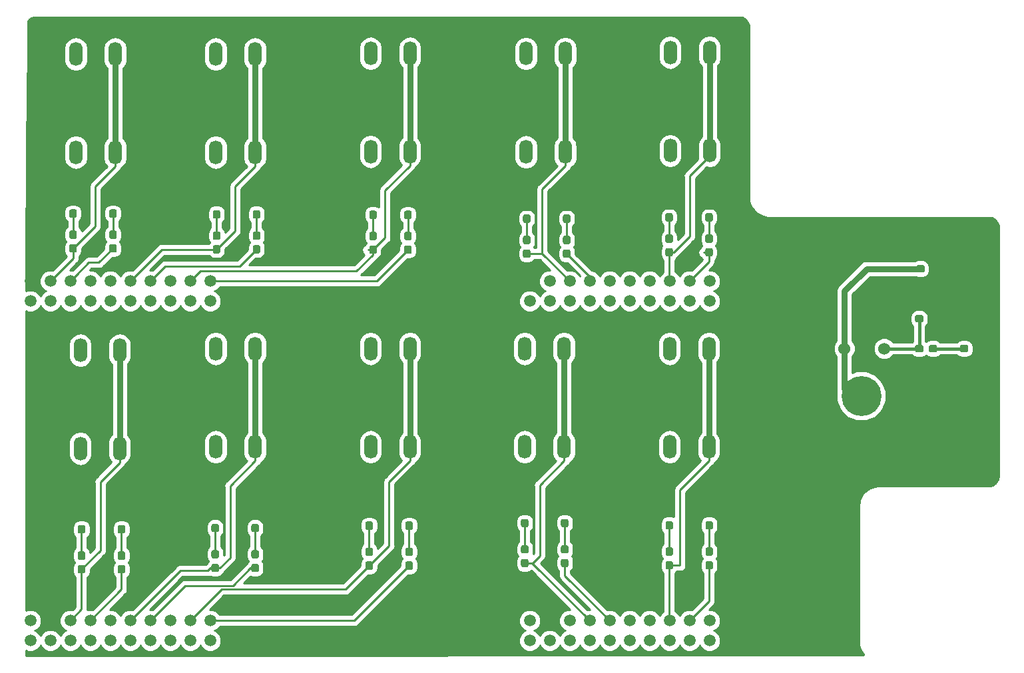
<source format=gbr>
G04 #@! TF.GenerationSoftware,KiCad,Pcbnew,(5.0.0)*
G04 #@! TF.CreationDate,2020-11-30T18:27:01-06:00*
G04 #@! TF.ProjectId,GiecoBoard_2021_Rev1,476965636F426F6172645F323032315F,rev?*
G04 #@! TF.SameCoordinates,Original*
G04 #@! TF.FileFunction,Copper,L1,Top,Signal*
G04 #@! TF.FilePolarity,Positive*
%FSLAX46Y46*%
G04 Gerber Fmt 4.6, Leading zero omitted, Abs format (unit mm)*
G04 Created by KiCad (PCBNEW (5.0.0)) date 11/30/20 18:27:01*
%MOMM*%
%LPD*%
G01*
G04 APERTURE LIST*
G04 #@! TA.AperFunction,Conductor*
%ADD10C,0.100000*%
G04 #@! TD*
G04 #@! TA.AperFunction,SMDPad,CuDef*
%ADD11C,0.950000*%
G04 #@! TD*
G04 #@! TA.AperFunction,ComponentPad*
%ADD12O,1.727200X3.048000*%
G04 #@! TD*
G04 #@! TA.AperFunction,ComponentPad*
%ADD13C,1.520000*%
G04 #@! TD*
G04 #@! TA.AperFunction,ComponentPad*
%ADD14C,1.524000*%
G04 #@! TD*
G04 #@! TA.AperFunction,ComponentPad*
%ADD15C,5.080000*%
G04 #@! TD*
G04 #@! TA.AperFunction,Conductor*
%ADD16C,0.381000*%
G04 #@! TD*
G04 #@! TA.AperFunction,Conductor*
%ADD17C,0.254000*%
G04 #@! TD*
G04 #@! TA.AperFunction,Conductor*
%ADD18C,0.762000*%
G04 #@! TD*
G04 APERTURE END LIST*
D10*
G04 #@! TO.N,Net-(C1-Pad1)*
G04 #@! TO.C,C1*
G36*
X201125779Y-63360848D02*
X201148834Y-63364267D01*
X201171443Y-63369931D01*
X201193387Y-63377783D01*
X201214457Y-63387748D01*
X201234448Y-63399730D01*
X201253168Y-63413614D01*
X201270438Y-63429266D01*
X201286090Y-63446536D01*
X201299974Y-63465256D01*
X201311956Y-63485247D01*
X201321921Y-63506317D01*
X201329773Y-63528261D01*
X201335437Y-63550870D01*
X201338856Y-63573925D01*
X201340000Y-63597204D01*
X201340000Y-64072204D01*
X201338856Y-64095483D01*
X201335437Y-64118538D01*
X201329773Y-64141147D01*
X201321921Y-64163091D01*
X201311956Y-64184161D01*
X201299974Y-64204152D01*
X201286090Y-64222872D01*
X201270438Y-64240142D01*
X201253168Y-64255794D01*
X201234448Y-64269678D01*
X201214457Y-64281660D01*
X201193387Y-64291625D01*
X201171443Y-64299477D01*
X201148834Y-64305141D01*
X201125779Y-64308560D01*
X201102500Y-64309704D01*
X200527500Y-64309704D01*
X200504221Y-64308560D01*
X200481166Y-64305141D01*
X200458557Y-64299477D01*
X200436613Y-64291625D01*
X200415543Y-64281660D01*
X200395552Y-64269678D01*
X200376832Y-64255794D01*
X200359562Y-64240142D01*
X200343910Y-64222872D01*
X200330026Y-64204152D01*
X200318044Y-64184161D01*
X200308079Y-64163091D01*
X200300227Y-64141147D01*
X200294563Y-64118538D01*
X200291144Y-64095483D01*
X200290000Y-64072204D01*
X200290000Y-63597204D01*
X200291144Y-63573925D01*
X200294563Y-63550870D01*
X200300227Y-63528261D01*
X200308079Y-63506317D01*
X200318044Y-63485247D01*
X200330026Y-63465256D01*
X200343910Y-63446536D01*
X200359562Y-63429266D01*
X200376832Y-63413614D01*
X200395552Y-63399730D01*
X200415543Y-63387748D01*
X200436613Y-63377783D01*
X200458557Y-63369931D01*
X200481166Y-63364267D01*
X200504221Y-63360848D01*
X200527500Y-63359704D01*
X201102500Y-63359704D01*
X201125779Y-63360848D01*
X201125779Y-63360848D01*
G37*
D11*
G04 #@! TD*
G04 #@! TO.P,C1,1*
G04 #@! TO.N,Net-(C1-Pad1)*
X200815000Y-63834704D03*
D10*
G04 #@! TO.N,GND*
G04 #@! TO.C,C1*
G36*
X202875779Y-63360848D02*
X202898834Y-63364267D01*
X202921443Y-63369931D01*
X202943387Y-63377783D01*
X202964457Y-63387748D01*
X202984448Y-63399730D01*
X203003168Y-63413614D01*
X203020438Y-63429266D01*
X203036090Y-63446536D01*
X203049974Y-63465256D01*
X203061956Y-63485247D01*
X203071921Y-63506317D01*
X203079773Y-63528261D01*
X203085437Y-63550870D01*
X203088856Y-63573925D01*
X203090000Y-63597204D01*
X203090000Y-64072204D01*
X203088856Y-64095483D01*
X203085437Y-64118538D01*
X203079773Y-64141147D01*
X203071921Y-64163091D01*
X203061956Y-64184161D01*
X203049974Y-64204152D01*
X203036090Y-64222872D01*
X203020438Y-64240142D01*
X203003168Y-64255794D01*
X202984448Y-64269678D01*
X202964457Y-64281660D01*
X202943387Y-64291625D01*
X202921443Y-64299477D01*
X202898834Y-64305141D01*
X202875779Y-64308560D01*
X202852500Y-64309704D01*
X202277500Y-64309704D01*
X202254221Y-64308560D01*
X202231166Y-64305141D01*
X202208557Y-64299477D01*
X202186613Y-64291625D01*
X202165543Y-64281660D01*
X202145552Y-64269678D01*
X202126832Y-64255794D01*
X202109562Y-64240142D01*
X202093910Y-64222872D01*
X202080026Y-64204152D01*
X202068044Y-64184161D01*
X202058079Y-64163091D01*
X202050227Y-64141147D01*
X202044563Y-64118538D01*
X202041144Y-64095483D01*
X202040000Y-64072204D01*
X202040000Y-63597204D01*
X202041144Y-63573925D01*
X202044563Y-63550870D01*
X202050227Y-63528261D01*
X202058079Y-63506317D01*
X202068044Y-63485247D01*
X202080026Y-63465256D01*
X202093910Y-63446536D01*
X202109562Y-63429266D01*
X202126832Y-63413614D01*
X202145552Y-63399730D01*
X202165543Y-63387748D01*
X202186613Y-63377783D01*
X202208557Y-63369931D01*
X202231166Y-63364267D01*
X202254221Y-63360848D01*
X202277500Y-63359704D01*
X202852500Y-63359704D01*
X202875779Y-63360848D01*
X202875779Y-63360848D01*
G37*
D11*
G04 #@! TD*
G04 #@! TO.P,C1,2*
G04 #@! TO.N,GND*
X202565000Y-63834704D03*
D12*
G04 #@! TO.P,J2,1*
G04 #@! TO.N,+3V3*
X111205000Y-73994704D03*
G04 #@! TO.P,J2,2*
G04 #@! TO.N,Send_ScienceSensor*
X116205000Y-73994704D03*
G04 #@! TO.P,J2,1*
G04 #@! TO.N,+3V3*
X111205000Y-86494704D03*
G04 #@! TO.P,J2,2*
G04 #@! TO.N,Send_ScienceSensor*
X116205000Y-86494704D03*
G04 #@! TD*
G04 #@! TO.P,J3,1*
G04 #@! TO.N,+3V3*
X130890000Y-73994704D03*
G04 #@! TO.P,J3,2*
G04 #@! TO.N,Send_ScienceActuation*
X135890000Y-73994704D03*
G04 #@! TO.P,J3,1*
G04 #@! TO.N,+3V3*
X130890000Y-86494704D03*
G04 #@! TO.P,J3,2*
G04 #@! TO.N,Send_ScienceActuation*
X135890000Y-86494704D03*
G04 #@! TD*
G04 #@! TO.P,J4,2*
G04 #@! TO.N,Send_Gimbal*
X116205000Y-49029704D03*
G04 #@! TO.P,J4,1*
G04 #@! TO.N,+3V3*
X111205000Y-49029704D03*
G04 #@! TO.P,J4,2*
G04 #@! TO.N,Send_Gimbal*
X116205000Y-36529704D03*
G04 #@! TO.P,J4,1*
G04 #@! TO.N,+3V3*
X111205000Y-36529704D03*
G04 #@! TD*
G04 #@! TO.P,J5,2*
G04 #@! TO.N,Send_DriveCommand*
X98425000Y-49029704D03*
G04 #@! TO.P,J5,1*
G04 #@! TO.N,+3V3*
X93425000Y-49029704D03*
G04 #@! TO.P,J5,2*
G04 #@! TO.N,Send_DriveCommand*
X98425000Y-36529704D03*
G04 #@! TO.P,J5,1*
G04 #@! TO.N,+3V3*
X93425000Y-36529704D03*
G04 #@! TD*
G04 #@! TO.P,J6,2*
G04 #@! TO.N,Send_NavigationalControl*
X155495000Y-86494704D03*
G04 #@! TO.P,J6,1*
G04 #@! TO.N,+3V3*
X150495000Y-86494704D03*
G04 #@! TO.P,J6,2*
G04 #@! TO.N,Send_NavigationalControl*
X155495000Y-73994704D03*
G04 #@! TO.P,J6,1*
G04 #@! TO.N,+3V3*
X150495000Y-73994704D03*
G04 #@! TD*
G04 #@! TO.P,J7,1*
G04 #@! TO.N,+3V3*
X168910000Y-73994704D03*
G04 #@! TO.P,J7,2*
G04 #@! TO.N,Send_12VDistribution*
X173910000Y-73994704D03*
G04 #@! TO.P,J7,1*
G04 #@! TO.N,+3V3*
X168910000Y-86494704D03*
G04 #@! TO.P,J7,2*
G04 #@! TO.N,Send_12VDistribution*
X173910000Y-86494704D03*
G04 #@! TD*
G04 #@! TO.P,J8,2*
G04 #@! TO.N,Send_BatteryManagement*
X173990000Y-48829704D03*
G04 #@! TO.P,J8,1*
G04 #@! TO.N,+3V3*
X168990000Y-48829704D03*
G04 #@! TO.P,J8,2*
G04 #@! TO.N,Send_BatteryManagement*
X173990000Y-36329704D03*
G04 #@! TO.P,J8,1*
G04 #@! TO.N,+3V3*
X168990000Y-36329704D03*
G04 #@! TD*
G04 #@! TO.P,J9,2*
G04 #@! TO.N,Send_PackVoltageDistribution*
X155655000Y-48964408D03*
G04 #@! TO.P,J9,1*
G04 #@! TO.N,+3V3*
X150655000Y-48964408D03*
G04 #@! TO.P,J9,2*
G04 #@! TO.N,Send_PackVoltageDistribution*
X155655000Y-36464408D03*
G04 #@! TO.P,J9,1*
G04 #@! TO.N,+3V3*
X150655000Y-36464408D03*
G04 #@! TD*
G04 #@! TO.P,J10,2*
G04 #@! TO.N,Send_Multimedia*
X135890000Y-48933520D03*
G04 #@! TO.P,J10,1*
G04 #@! TO.N,+3V3*
X130890000Y-48933520D03*
G04 #@! TO.P,J10,2*
G04 #@! TO.N,Send_Multimedia*
X135890000Y-36433520D03*
G04 #@! TO.P,J10,1*
G04 #@! TO.N,+3V3*
X130890000Y-36433520D03*
G04 #@! TD*
D10*
G04 #@! TO.N,Net-(D2-Pad2)*
G04 #@! TO.C,R2*
G36*
X94396142Y-99787927D02*
X94419197Y-99791346D01*
X94441806Y-99797010D01*
X94463750Y-99804862D01*
X94484820Y-99814827D01*
X94504811Y-99826809D01*
X94523531Y-99840693D01*
X94540801Y-99856345D01*
X94556453Y-99873615D01*
X94570337Y-99892335D01*
X94582319Y-99912326D01*
X94592284Y-99933396D01*
X94600136Y-99955340D01*
X94605800Y-99977949D01*
X94609219Y-100001004D01*
X94610363Y-100024283D01*
X94610363Y-100599283D01*
X94609219Y-100622562D01*
X94605800Y-100645617D01*
X94600136Y-100668226D01*
X94592284Y-100690170D01*
X94582319Y-100711240D01*
X94570337Y-100731231D01*
X94556453Y-100749951D01*
X94540801Y-100767221D01*
X94523531Y-100782873D01*
X94504811Y-100796757D01*
X94484820Y-100808739D01*
X94463750Y-100818704D01*
X94441806Y-100826556D01*
X94419197Y-100832220D01*
X94396142Y-100835639D01*
X94372863Y-100836783D01*
X93897863Y-100836783D01*
X93874584Y-100835639D01*
X93851529Y-100832220D01*
X93828920Y-100826556D01*
X93806976Y-100818704D01*
X93785906Y-100808739D01*
X93765915Y-100796757D01*
X93747195Y-100782873D01*
X93729925Y-100767221D01*
X93714273Y-100749951D01*
X93700389Y-100731231D01*
X93688407Y-100711240D01*
X93678442Y-100690170D01*
X93670590Y-100668226D01*
X93664926Y-100645617D01*
X93661507Y-100622562D01*
X93660363Y-100599283D01*
X93660363Y-100024283D01*
X93661507Y-100001004D01*
X93664926Y-99977949D01*
X93670590Y-99955340D01*
X93678442Y-99933396D01*
X93688407Y-99912326D01*
X93700389Y-99892335D01*
X93714273Y-99873615D01*
X93729925Y-99856345D01*
X93747195Y-99840693D01*
X93765915Y-99826809D01*
X93785906Y-99814827D01*
X93806976Y-99804862D01*
X93828920Y-99797010D01*
X93851529Y-99791346D01*
X93874584Y-99787927D01*
X93897863Y-99786783D01*
X94372863Y-99786783D01*
X94396142Y-99787927D01*
X94396142Y-99787927D01*
G37*
D11*
G04 #@! TD*
G04 #@! TO.P,R2,1*
G04 #@! TO.N,Net-(D2-Pad2)*
X94135363Y-100311783D03*
D10*
G04 #@! TO.N,Send_ArmArticulation*
G04 #@! TO.C,R2*
G36*
X94396142Y-101537927D02*
X94419197Y-101541346D01*
X94441806Y-101547010D01*
X94463750Y-101554862D01*
X94484820Y-101564827D01*
X94504811Y-101576809D01*
X94523531Y-101590693D01*
X94540801Y-101606345D01*
X94556453Y-101623615D01*
X94570337Y-101642335D01*
X94582319Y-101662326D01*
X94592284Y-101683396D01*
X94600136Y-101705340D01*
X94605800Y-101727949D01*
X94609219Y-101751004D01*
X94610363Y-101774283D01*
X94610363Y-102349283D01*
X94609219Y-102372562D01*
X94605800Y-102395617D01*
X94600136Y-102418226D01*
X94592284Y-102440170D01*
X94582319Y-102461240D01*
X94570337Y-102481231D01*
X94556453Y-102499951D01*
X94540801Y-102517221D01*
X94523531Y-102532873D01*
X94504811Y-102546757D01*
X94484820Y-102558739D01*
X94463750Y-102568704D01*
X94441806Y-102576556D01*
X94419197Y-102582220D01*
X94396142Y-102585639D01*
X94372863Y-102586783D01*
X93897863Y-102586783D01*
X93874584Y-102585639D01*
X93851529Y-102582220D01*
X93828920Y-102576556D01*
X93806976Y-102568704D01*
X93785906Y-102558739D01*
X93765915Y-102546757D01*
X93747195Y-102532873D01*
X93729925Y-102517221D01*
X93714273Y-102499951D01*
X93700389Y-102481231D01*
X93688407Y-102461240D01*
X93678442Y-102440170D01*
X93670590Y-102418226D01*
X93664926Y-102395617D01*
X93661507Y-102372562D01*
X93660363Y-102349283D01*
X93660363Y-101774283D01*
X93661507Y-101751004D01*
X93664926Y-101727949D01*
X93670590Y-101705340D01*
X93678442Y-101683396D01*
X93688407Y-101662326D01*
X93700389Y-101642335D01*
X93714273Y-101623615D01*
X93729925Y-101606345D01*
X93747195Y-101590693D01*
X93765915Y-101576809D01*
X93785906Y-101564827D01*
X93806976Y-101554862D01*
X93828920Y-101547010D01*
X93851529Y-101541346D01*
X93874584Y-101537927D01*
X93897863Y-101536783D01*
X94372863Y-101536783D01*
X94396142Y-101537927D01*
X94396142Y-101537927D01*
G37*
D11*
G04 #@! TD*
G04 #@! TO.P,R2,2*
G04 #@! TO.N,Send_ArmArticulation*
X94135363Y-102061783D03*
D10*
G04 #@! TO.N,Net-(D1-Pad2)*
G04 #@! TO.C,R1*
G36*
X99476142Y-99787927D02*
X99499197Y-99791346D01*
X99521806Y-99797010D01*
X99543750Y-99804862D01*
X99564820Y-99814827D01*
X99584811Y-99826809D01*
X99603531Y-99840693D01*
X99620801Y-99856345D01*
X99636453Y-99873615D01*
X99650337Y-99892335D01*
X99662319Y-99912326D01*
X99672284Y-99933396D01*
X99680136Y-99955340D01*
X99685800Y-99977949D01*
X99689219Y-100001004D01*
X99690363Y-100024283D01*
X99690363Y-100599283D01*
X99689219Y-100622562D01*
X99685800Y-100645617D01*
X99680136Y-100668226D01*
X99672284Y-100690170D01*
X99662319Y-100711240D01*
X99650337Y-100731231D01*
X99636453Y-100749951D01*
X99620801Y-100767221D01*
X99603531Y-100782873D01*
X99584811Y-100796757D01*
X99564820Y-100808739D01*
X99543750Y-100818704D01*
X99521806Y-100826556D01*
X99499197Y-100832220D01*
X99476142Y-100835639D01*
X99452863Y-100836783D01*
X98977863Y-100836783D01*
X98954584Y-100835639D01*
X98931529Y-100832220D01*
X98908920Y-100826556D01*
X98886976Y-100818704D01*
X98865906Y-100808739D01*
X98845915Y-100796757D01*
X98827195Y-100782873D01*
X98809925Y-100767221D01*
X98794273Y-100749951D01*
X98780389Y-100731231D01*
X98768407Y-100711240D01*
X98758442Y-100690170D01*
X98750590Y-100668226D01*
X98744926Y-100645617D01*
X98741507Y-100622562D01*
X98740363Y-100599283D01*
X98740363Y-100024283D01*
X98741507Y-100001004D01*
X98744926Y-99977949D01*
X98750590Y-99955340D01*
X98758442Y-99933396D01*
X98768407Y-99912326D01*
X98780389Y-99892335D01*
X98794273Y-99873615D01*
X98809925Y-99856345D01*
X98827195Y-99840693D01*
X98845915Y-99826809D01*
X98865906Y-99814827D01*
X98886976Y-99804862D01*
X98908920Y-99797010D01*
X98931529Y-99791346D01*
X98954584Y-99787927D01*
X98977863Y-99786783D01*
X99452863Y-99786783D01*
X99476142Y-99787927D01*
X99476142Y-99787927D01*
G37*
D11*
G04 #@! TD*
G04 #@! TO.P,R1,1*
G04 #@! TO.N,Net-(D1-Pad2)*
X99215363Y-100311783D03*
D10*
G04 #@! TO.N,REC_LED_ArmArticulation*
G04 #@! TO.C,R1*
G36*
X99476142Y-101537927D02*
X99499197Y-101541346D01*
X99521806Y-101547010D01*
X99543750Y-101554862D01*
X99564820Y-101564827D01*
X99584811Y-101576809D01*
X99603531Y-101590693D01*
X99620801Y-101606345D01*
X99636453Y-101623615D01*
X99650337Y-101642335D01*
X99662319Y-101662326D01*
X99672284Y-101683396D01*
X99680136Y-101705340D01*
X99685800Y-101727949D01*
X99689219Y-101751004D01*
X99690363Y-101774283D01*
X99690363Y-102349283D01*
X99689219Y-102372562D01*
X99685800Y-102395617D01*
X99680136Y-102418226D01*
X99672284Y-102440170D01*
X99662319Y-102461240D01*
X99650337Y-102481231D01*
X99636453Y-102499951D01*
X99620801Y-102517221D01*
X99603531Y-102532873D01*
X99584811Y-102546757D01*
X99564820Y-102558739D01*
X99543750Y-102568704D01*
X99521806Y-102576556D01*
X99499197Y-102582220D01*
X99476142Y-102585639D01*
X99452863Y-102586783D01*
X98977863Y-102586783D01*
X98954584Y-102585639D01*
X98931529Y-102582220D01*
X98908920Y-102576556D01*
X98886976Y-102568704D01*
X98865906Y-102558739D01*
X98845915Y-102546757D01*
X98827195Y-102532873D01*
X98809925Y-102517221D01*
X98794273Y-102499951D01*
X98780389Y-102481231D01*
X98768407Y-102461240D01*
X98758442Y-102440170D01*
X98750590Y-102418226D01*
X98744926Y-102395617D01*
X98741507Y-102372562D01*
X98740363Y-102349283D01*
X98740363Y-101774283D01*
X98741507Y-101751004D01*
X98744926Y-101727949D01*
X98750590Y-101705340D01*
X98758442Y-101683396D01*
X98768407Y-101662326D01*
X98780389Y-101642335D01*
X98794273Y-101623615D01*
X98809925Y-101606345D01*
X98827195Y-101590693D01*
X98845915Y-101576809D01*
X98865906Y-101564827D01*
X98886976Y-101554862D01*
X98908920Y-101547010D01*
X98931529Y-101541346D01*
X98954584Y-101537927D01*
X98977863Y-101536783D01*
X99452863Y-101536783D01*
X99476142Y-101537927D01*
X99476142Y-101537927D01*
G37*
D11*
G04 #@! TD*
G04 #@! TO.P,R1,2*
G04 #@! TO.N,REC_LED_ArmArticulation*
X99215363Y-102061783D03*
D10*
G04 #@! TO.N,Net-(D5-Pad2)*
G04 #@! TO.C,R5*
G36*
X111385779Y-99626440D02*
X111408834Y-99629859D01*
X111431443Y-99635523D01*
X111453387Y-99643375D01*
X111474457Y-99653340D01*
X111494448Y-99665322D01*
X111513168Y-99679206D01*
X111530438Y-99694858D01*
X111546090Y-99712128D01*
X111559974Y-99730848D01*
X111571956Y-99750839D01*
X111581921Y-99771909D01*
X111589773Y-99793853D01*
X111595437Y-99816462D01*
X111598856Y-99839517D01*
X111600000Y-99862796D01*
X111600000Y-100437796D01*
X111598856Y-100461075D01*
X111595437Y-100484130D01*
X111589773Y-100506739D01*
X111581921Y-100528683D01*
X111571956Y-100549753D01*
X111559974Y-100569744D01*
X111546090Y-100588464D01*
X111530438Y-100605734D01*
X111513168Y-100621386D01*
X111494448Y-100635270D01*
X111474457Y-100647252D01*
X111453387Y-100657217D01*
X111431443Y-100665069D01*
X111408834Y-100670733D01*
X111385779Y-100674152D01*
X111362500Y-100675296D01*
X110887500Y-100675296D01*
X110864221Y-100674152D01*
X110841166Y-100670733D01*
X110818557Y-100665069D01*
X110796613Y-100657217D01*
X110775543Y-100647252D01*
X110755552Y-100635270D01*
X110736832Y-100621386D01*
X110719562Y-100605734D01*
X110703910Y-100588464D01*
X110690026Y-100569744D01*
X110678044Y-100549753D01*
X110668079Y-100528683D01*
X110660227Y-100506739D01*
X110654563Y-100484130D01*
X110651144Y-100461075D01*
X110650000Y-100437796D01*
X110650000Y-99862796D01*
X110651144Y-99839517D01*
X110654563Y-99816462D01*
X110660227Y-99793853D01*
X110668079Y-99771909D01*
X110678044Y-99750839D01*
X110690026Y-99730848D01*
X110703910Y-99712128D01*
X110719562Y-99694858D01*
X110736832Y-99679206D01*
X110755552Y-99665322D01*
X110775543Y-99653340D01*
X110796613Y-99643375D01*
X110818557Y-99635523D01*
X110841166Y-99629859D01*
X110864221Y-99626440D01*
X110887500Y-99625296D01*
X111362500Y-99625296D01*
X111385779Y-99626440D01*
X111385779Y-99626440D01*
G37*
D11*
G04 #@! TD*
G04 #@! TO.P,R5,1*
G04 #@! TO.N,Net-(D5-Pad2)*
X111125000Y-100150296D03*
D10*
G04 #@! TO.N,Send_ScienceSensor*
G04 #@! TO.C,R5*
G36*
X111385779Y-101376440D02*
X111408834Y-101379859D01*
X111431443Y-101385523D01*
X111453387Y-101393375D01*
X111474457Y-101403340D01*
X111494448Y-101415322D01*
X111513168Y-101429206D01*
X111530438Y-101444858D01*
X111546090Y-101462128D01*
X111559974Y-101480848D01*
X111571956Y-101500839D01*
X111581921Y-101521909D01*
X111589773Y-101543853D01*
X111595437Y-101566462D01*
X111598856Y-101589517D01*
X111600000Y-101612796D01*
X111600000Y-102187796D01*
X111598856Y-102211075D01*
X111595437Y-102234130D01*
X111589773Y-102256739D01*
X111581921Y-102278683D01*
X111571956Y-102299753D01*
X111559974Y-102319744D01*
X111546090Y-102338464D01*
X111530438Y-102355734D01*
X111513168Y-102371386D01*
X111494448Y-102385270D01*
X111474457Y-102397252D01*
X111453387Y-102407217D01*
X111431443Y-102415069D01*
X111408834Y-102420733D01*
X111385779Y-102424152D01*
X111362500Y-102425296D01*
X110887500Y-102425296D01*
X110864221Y-102424152D01*
X110841166Y-102420733D01*
X110818557Y-102415069D01*
X110796613Y-102407217D01*
X110775543Y-102397252D01*
X110755552Y-102385270D01*
X110736832Y-102371386D01*
X110719562Y-102355734D01*
X110703910Y-102338464D01*
X110690026Y-102319744D01*
X110678044Y-102299753D01*
X110668079Y-102278683D01*
X110660227Y-102256739D01*
X110654563Y-102234130D01*
X110651144Y-102211075D01*
X110650000Y-102187796D01*
X110650000Y-101612796D01*
X110651144Y-101589517D01*
X110654563Y-101566462D01*
X110660227Y-101543853D01*
X110668079Y-101521909D01*
X110678044Y-101500839D01*
X110690026Y-101480848D01*
X110703910Y-101462128D01*
X110719562Y-101444858D01*
X110736832Y-101429206D01*
X110755552Y-101415322D01*
X110775543Y-101403340D01*
X110796613Y-101393375D01*
X110818557Y-101385523D01*
X110841166Y-101379859D01*
X110864221Y-101376440D01*
X110887500Y-101375296D01*
X111362500Y-101375296D01*
X111385779Y-101376440D01*
X111385779Y-101376440D01*
G37*
D11*
G04 #@! TD*
G04 #@! TO.P,R5,2*
G04 #@! TO.N,Send_ScienceSensor*
X111125000Y-101900296D03*
D10*
G04 #@! TO.N,Net-(D3-Pad2)*
G04 #@! TO.C,R3*
G36*
X116465779Y-99626440D02*
X116488834Y-99629859D01*
X116511443Y-99635523D01*
X116533387Y-99643375D01*
X116554457Y-99653340D01*
X116574448Y-99665322D01*
X116593168Y-99679206D01*
X116610438Y-99694858D01*
X116626090Y-99712128D01*
X116639974Y-99730848D01*
X116651956Y-99750839D01*
X116661921Y-99771909D01*
X116669773Y-99793853D01*
X116675437Y-99816462D01*
X116678856Y-99839517D01*
X116680000Y-99862796D01*
X116680000Y-100437796D01*
X116678856Y-100461075D01*
X116675437Y-100484130D01*
X116669773Y-100506739D01*
X116661921Y-100528683D01*
X116651956Y-100549753D01*
X116639974Y-100569744D01*
X116626090Y-100588464D01*
X116610438Y-100605734D01*
X116593168Y-100621386D01*
X116574448Y-100635270D01*
X116554457Y-100647252D01*
X116533387Y-100657217D01*
X116511443Y-100665069D01*
X116488834Y-100670733D01*
X116465779Y-100674152D01*
X116442500Y-100675296D01*
X115967500Y-100675296D01*
X115944221Y-100674152D01*
X115921166Y-100670733D01*
X115898557Y-100665069D01*
X115876613Y-100657217D01*
X115855543Y-100647252D01*
X115835552Y-100635270D01*
X115816832Y-100621386D01*
X115799562Y-100605734D01*
X115783910Y-100588464D01*
X115770026Y-100569744D01*
X115758044Y-100549753D01*
X115748079Y-100528683D01*
X115740227Y-100506739D01*
X115734563Y-100484130D01*
X115731144Y-100461075D01*
X115730000Y-100437796D01*
X115730000Y-99862796D01*
X115731144Y-99839517D01*
X115734563Y-99816462D01*
X115740227Y-99793853D01*
X115748079Y-99771909D01*
X115758044Y-99750839D01*
X115770026Y-99730848D01*
X115783910Y-99712128D01*
X115799562Y-99694858D01*
X115816832Y-99679206D01*
X115835552Y-99665322D01*
X115855543Y-99653340D01*
X115876613Y-99643375D01*
X115898557Y-99635523D01*
X115921166Y-99629859D01*
X115944221Y-99626440D01*
X115967500Y-99625296D01*
X116442500Y-99625296D01*
X116465779Y-99626440D01*
X116465779Y-99626440D01*
G37*
D11*
G04 #@! TD*
G04 #@! TO.P,R3,1*
G04 #@! TO.N,Net-(D3-Pad2)*
X116205000Y-100150296D03*
D10*
G04 #@! TO.N,REC_LED_ScienceSensor*
G04 #@! TO.C,R3*
G36*
X116465779Y-101376440D02*
X116488834Y-101379859D01*
X116511443Y-101385523D01*
X116533387Y-101393375D01*
X116554457Y-101403340D01*
X116574448Y-101415322D01*
X116593168Y-101429206D01*
X116610438Y-101444858D01*
X116626090Y-101462128D01*
X116639974Y-101480848D01*
X116651956Y-101500839D01*
X116661921Y-101521909D01*
X116669773Y-101543853D01*
X116675437Y-101566462D01*
X116678856Y-101589517D01*
X116680000Y-101612796D01*
X116680000Y-102187796D01*
X116678856Y-102211075D01*
X116675437Y-102234130D01*
X116669773Y-102256739D01*
X116661921Y-102278683D01*
X116651956Y-102299753D01*
X116639974Y-102319744D01*
X116626090Y-102338464D01*
X116610438Y-102355734D01*
X116593168Y-102371386D01*
X116574448Y-102385270D01*
X116554457Y-102397252D01*
X116533387Y-102407217D01*
X116511443Y-102415069D01*
X116488834Y-102420733D01*
X116465779Y-102424152D01*
X116442500Y-102425296D01*
X115967500Y-102425296D01*
X115944221Y-102424152D01*
X115921166Y-102420733D01*
X115898557Y-102415069D01*
X115876613Y-102407217D01*
X115855543Y-102397252D01*
X115835552Y-102385270D01*
X115816832Y-102371386D01*
X115799562Y-102355734D01*
X115783910Y-102338464D01*
X115770026Y-102319744D01*
X115758044Y-102299753D01*
X115748079Y-102278683D01*
X115740227Y-102256739D01*
X115734563Y-102234130D01*
X115731144Y-102211075D01*
X115730000Y-102187796D01*
X115730000Y-101612796D01*
X115731144Y-101589517D01*
X115734563Y-101566462D01*
X115740227Y-101543853D01*
X115748079Y-101521909D01*
X115758044Y-101500839D01*
X115770026Y-101480848D01*
X115783910Y-101462128D01*
X115799562Y-101444858D01*
X115816832Y-101429206D01*
X115835552Y-101415322D01*
X115855543Y-101403340D01*
X115876613Y-101393375D01*
X115898557Y-101385523D01*
X115921166Y-101379859D01*
X115944221Y-101376440D01*
X115967500Y-101375296D01*
X116442500Y-101375296D01*
X116465779Y-101376440D01*
X116465779Y-101376440D01*
G37*
D11*
G04 #@! TD*
G04 #@! TO.P,R3,2*
G04 #@! TO.N,REC_LED_ScienceSensor*
X116205000Y-101900296D03*
D10*
G04 #@! TO.N,Net-(D7-Pad2)*
G04 #@! TO.C,R7*
G36*
X130971660Y-99319242D02*
X130994715Y-99322661D01*
X131017324Y-99328325D01*
X131039268Y-99336177D01*
X131060338Y-99346142D01*
X131080329Y-99358124D01*
X131099049Y-99372008D01*
X131116319Y-99387660D01*
X131131971Y-99404930D01*
X131145855Y-99423650D01*
X131157837Y-99443641D01*
X131167802Y-99464711D01*
X131175654Y-99486655D01*
X131181318Y-99509264D01*
X131184737Y-99532319D01*
X131185881Y-99555598D01*
X131185881Y-100130598D01*
X131184737Y-100153877D01*
X131181318Y-100176932D01*
X131175654Y-100199541D01*
X131167802Y-100221485D01*
X131157837Y-100242555D01*
X131145855Y-100262546D01*
X131131971Y-100281266D01*
X131116319Y-100298536D01*
X131099049Y-100314188D01*
X131080329Y-100328072D01*
X131060338Y-100340054D01*
X131039268Y-100350019D01*
X131017324Y-100357871D01*
X130994715Y-100363535D01*
X130971660Y-100366954D01*
X130948381Y-100368098D01*
X130473381Y-100368098D01*
X130450102Y-100366954D01*
X130427047Y-100363535D01*
X130404438Y-100357871D01*
X130382494Y-100350019D01*
X130361424Y-100340054D01*
X130341433Y-100328072D01*
X130322713Y-100314188D01*
X130305443Y-100298536D01*
X130289791Y-100281266D01*
X130275907Y-100262546D01*
X130263925Y-100242555D01*
X130253960Y-100221485D01*
X130246108Y-100199541D01*
X130240444Y-100176932D01*
X130237025Y-100153877D01*
X130235881Y-100130598D01*
X130235881Y-99555598D01*
X130237025Y-99532319D01*
X130240444Y-99509264D01*
X130246108Y-99486655D01*
X130253960Y-99464711D01*
X130263925Y-99443641D01*
X130275907Y-99423650D01*
X130289791Y-99404930D01*
X130305443Y-99387660D01*
X130322713Y-99372008D01*
X130341433Y-99358124D01*
X130361424Y-99346142D01*
X130382494Y-99336177D01*
X130404438Y-99328325D01*
X130427047Y-99322661D01*
X130450102Y-99319242D01*
X130473381Y-99318098D01*
X130948381Y-99318098D01*
X130971660Y-99319242D01*
X130971660Y-99319242D01*
G37*
D11*
G04 #@! TD*
G04 #@! TO.P,R7,1*
G04 #@! TO.N,Net-(D7-Pad2)*
X130710881Y-99843098D03*
D10*
G04 #@! TO.N,Send_ScienceActuation*
G04 #@! TO.C,R7*
G36*
X130971660Y-101069242D02*
X130994715Y-101072661D01*
X131017324Y-101078325D01*
X131039268Y-101086177D01*
X131060338Y-101096142D01*
X131080329Y-101108124D01*
X131099049Y-101122008D01*
X131116319Y-101137660D01*
X131131971Y-101154930D01*
X131145855Y-101173650D01*
X131157837Y-101193641D01*
X131167802Y-101214711D01*
X131175654Y-101236655D01*
X131181318Y-101259264D01*
X131184737Y-101282319D01*
X131185881Y-101305598D01*
X131185881Y-101880598D01*
X131184737Y-101903877D01*
X131181318Y-101926932D01*
X131175654Y-101949541D01*
X131167802Y-101971485D01*
X131157837Y-101992555D01*
X131145855Y-102012546D01*
X131131971Y-102031266D01*
X131116319Y-102048536D01*
X131099049Y-102064188D01*
X131080329Y-102078072D01*
X131060338Y-102090054D01*
X131039268Y-102100019D01*
X131017324Y-102107871D01*
X130994715Y-102113535D01*
X130971660Y-102116954D01*
X130948381Y-102118098D01*
X130473381Y-102118098D01*
X130450102Y-102116954D01*
X130427047Y-102113535D01*
X130404438Y-102107871D01*
X130382494Y-102100019D01*
X130361424Y-102090054D01*
X130341433Y-102078072D01*
X130322713Y-102064188D01*
X130305443Y-102048536D01*
X130289791Y-102031266D01*
X130275907Y-102012546D01*
X130263925Y-101992555D01*
X130253960Y-101971485D01*
X130246108Y-101949541D01*
X130240444Y-101926932D01*
X130237025Y-101903877D01*
X130235881Y-101880598D01*
X130235881Y-101305598D01*
X130237025Y-101282319D01*
X130240444Y-101259264D01*
X130246108Y-101236655D01*
X130253960Y-101214711D01*
X130263925Y-101193641D01*
X130275907Y-101173650D01*
X130289791Y-101154930D01*
X130305443Y-101137660D01*
X130322713Y-101122008D01*
X130341433Y-101108124D01*
X130361424Y-101096142D01*
X130382494Y-101086177D01*
X130404438Y-101078325D01*
X130427047Y-101072661D01*
X130450102Y-101069242D01*
X130473381Y-101068098D01*
X130948381Y-101068098D01*
X130971660Y-101069242D01*
X130971660Y-101069242D01*
G37*
D11*
G04 #@! TD*
G04 #@! TO.P,R7,2*
G04 #@! TO.N,Send_ScienceActuation*
X130710881Y-101593098D03*
D10*
G04 #@! TO.N,REC_LED_ScienceActuation*
G04 #@! TO.C,R4*
G36*
X136051660Y-101069242D02*
X136074715Y-101072661D01*
X136097324Y-101078325D01*
X136119268Y-101086177D01*
X136140338Y-101096142D01*
X136160329Y-101108124D01*
X136179049Y-101122008D01*
X136196319Y-101137660D01*
X136211971Y-101154930D01*
X136225855Y-101173650D01*
X136237837Y-101193641D01*
X136247802Y-101214711D01*
X136255654Y-101236655D01*
X136261318Y-101259264D01*
X136264737Y-101282319D01*
X136265881Y-101305598D01*
X136265881Y-101880598D01*
X136264737Y-101903877D01*
X136261318Y-101926932D01*
X136255654Y-101949541D01*
X136247802Y-101971485D01*
X136237837Y-101992555D01*
X136225855Y-102012546D01*
X136211971Y-102031266D01*
X136196319Y-102048536D01*
X136179049Y-102064188D01*
X136160329Y-102078072D01*
X136140338Y-102090054D01*
X136119268Y-102100019D01*
X136097324Y-102107871D01*
X136074715Y-102113535D01*
X136051660Y-102116954D01*
X136028381Y-102118098D01*
X135553381Y-102118098D01*
X135530102Y-102116954D01*
X135507047Y-102113535D01*
X135484438Y-102107871D01*
X135462494Y-102100019D01*
X135441424Y-102090054D01*
X135421433Y-102078072D01*
X135402713Y-102064188D01*
X135385443Y-102048536D01*
X135369791Y-102031266D01*
X135355907Y-102012546D01*
X135343925Y-101992555D01*
X135333960Y-101971485D01*
X135326108Y-101949541D01*
X135320444Y-101926932D01*
X135317025Y-101903877D01*
X135315881Y-101880598D01*
X135315881Y-101305598D01*
X135317025Y-101282319D01*
X135320444Y-101259264D01*
X135326108Y-101236655D01*
X135333960Y-101214711D01*
X135343925Y-101193641D01*
X135355907Y-101173650D01*
X135369791Y-101154930D01*
X135385443Y-101137660D01*
X135402713Y-101122008D01*
X135421433Y-101108124D01*
X135441424Y-101096142D01*
X135462494Y-101086177D01*
X135484438Y-101078325D01*
X135507047Y-101072661D01*
X135530102Y-101069242D01*
X135553381Y-101068098D01*
X136028381Y-101068098D01*
X136051660Y-101069242D01*
X136051660Y-101069242D01*
G37*
D11*
G04 #@! TD*
G04 #@! TO.P,R4,2*
G04 #@! TO.N,REC_LED_ScienceActuation*
X135790881Y-101593098D03*
D10*
G04 #@! TO.N,Net-(D4-Pad2)*
G04 #@! TO.C,R4*
G36*
X136051660Y-99319242D02*
X136074715Y-99322661D01*
X136097324Y-99328325D01*
X136119268Y-99336177D01*
X136140338Y-99346142D01*
X136160329Y-99358124D01*
X136179049Y-99372008D01*
X136196319Y-99387660D01*
X136211971Y-99404930D01*
X136225855Y-99423650D01*
X136237837Y-99443641D01*
X136247802Y-99464711D01*
X136255654Y-99486655D01*
X136261318Y-99509264D01*
X136264737Y-99532319D01*
X136265881Y-99555598D01*
X136265881Y-100130598D01*
X136264737Y-100153877D01*
X136261318Y-100176932D01*
X136255654Y-100199541D01*
X136247802Y-100221485D01*
X136237837Y-100242555D01*
X136225855Y-100262546D01*
X136211971Y-100281266D01*
X136196319Y-100298536D01*
X136179049Y-100314188D01*
X136160329Y-100328072D01*
X136140338Y-100340054D01*
X136119268Y-100350019D01*
X136097324Y-100357871D01*
X136074715Y-100363535D01*
X136051660Y-100366954D01*
X136028381Y-100368098D01*
X135553381Y-100368098D01*
X135530102Y-100366954D01*
X135507047Y-100363535D01*
X135484438Y-100357871D01*
X135462494Y-100350019D01*
X135441424Y-100340054D01*
X135421433Y-100328072D01*
X135402713Y-100314188D01*
X135385443Y-100298536D01*
X135369791Y-100281266D01*
X135355907Y-100262546D01*
X135343925Y-100242555D01*
X135333960Y-100221485D01*
X135326108Y-100199541D01*
X135320444Y-100176932D01*
X135317025Y-100153877D01*
X135315881Y-100130598D01*
X135315881Y-99555598D01*
X135317025Y-99532319D01*
X135320444Y-99509264D01*
X135326108Y-99486655D01*
X135333960Y-99464711D01*
X135343925Y-99443641D01*
X135355907Y-99423650D01*
X135369791Y-99404930D01*
X135385443Y-99387660D01*
X135402713Y-99372008D01*
X135421433Y-99358124D01*
X135441424Y-99346142D01*
X135462494Y-99336177D01*
X135484438Y-99328325D01*
X135507047Y-99322661D01*
X135530102Y-99319242D01*
X135553381Y-99318098D01*
X136028381Y-99318098D01*
X136051660Y-99319242D01*
X136051660Y-99319242D01*
G37*
D11*
G04 #@! TD*
G04 #@! TO.P,R4,1*
G04 #@! TO.N,Net-(D4-Pad2)*
X135790881Y-99843098D03*
D10*
G04 #@! TO.N,Net-(D10-Pad2)*
G04 #@! TO.C,R10*
G36*
X111562601Y-59097626D02*
X111585656Y-59101045D01*
X111608265Y-59106709D01*
X111630209Y-59114561D01*
X111651279Y-59124526D01*
X111671270Y-59136508D01*
X111689990Y-59150392D01*
X111707260Y-59166044D01*
X111722912Y-59183314D01*
X111736796Y-59202034D01*
X111748778Y-59222025D01*
X111758743Y-59243095D01*
X111766595Y-59265039D01*
X111772259Y-59287648D01*
X111775678Y-59310703D01*
X111776822Y-59333982D01*
X111776822Y-59908982D01*
X111775678Y-59932261D01*
X111772259Y-59955316D01*
X111766595Y-59977925D01*
X111758743Y-59999869D01*
X111748778Y-60020939D01*
X111736796Y-60040930D01*
X111722912Y-60059650D01*
X111707260Y-60076920D01*
X111689990Y-60092572D01*
X111671270Y-60106456D01*
X111651279Y-60118438D01*
X111630209Y-60128403D01*
X111608265Y-60136255D01*
X111585656Y-60141919D01*
X111562601Y-60145338D01*
X111539322Y-60146482D01*
X111064322Y-60146482D01*
X111041043Y-60145338D01*
X111017988Y-60141919D01*
X110995379Y-60136255D01*
X110973435Y-60128403D01*
X110952365Y-60118438D01*
X110932374Y-60106456D01*
X110913654Y-60092572D01*
X110896384Y-60076920D01*
X110880732Y-60059650D01*
X110866848Y-60040930D01*
X110854866Y-60020939D01*
X110844901Y-59999869D01*
X110837049Y-59977925D01*
X110831385Y-59955316D01*
X110827966Y-59932261D01*
X110826822Y-59908982D01*
X110826822Y-59333982D01*
X110827966Y-59310703D01*
X110831385Y-59287648D01*
X110837049Y-59265039D01*
X110844901Y-59243095D01*
X110854866Y-59222025D01*
X110866848Y-59202034D01*
X110880732Y-59183314D01*
X110896384Y-59166044D01*
X110913654Y-59150392D01*
X110932374Y-59136508D01*
X110952365Y-59124526D01*
X110973435Y-59114561D01*
X110995379Y-59106709D01*
X111017988Y-59101045D01*
X111041043Y-59097626D01*
X111064322Y-59096482D01*
X111539322Y-59096482D01*
X111562601Y-59097626D01*
X111562601Y-59097626D01*
G37*
D11*
G04 #@! TD*
G04 #@! TO.P,R10,1*
G04 #@! TO.N,Net-(D10-Pad2)*
X111301822Y-59621482D03*
D10*
G04 #@! TO.N,Send_Gimbal*
G04 #@! TO.C,R10*
G36*
X111562601Y-60847626D02*
X111585656Y-60851045D01*
X111608265Y-60856709D01*
X111630209Y-60864561D01*
X111651279Y-60874526D01*
X111671270Y-60886508D01*
X111689990Y-60900392D01*
X111707260Y-60916044D01*
X111722912Y-60933314D01*
X111736796Y-60952034D01*
X111748778Y-60972025D01*
X111758743Y-60993095D01*
X111766595Y-61015039D01*
X111772259Y-61037648D01*
X111775678Y-61060703D01*
X111776822Y-61083982D01*
X111776822Y-61658982D01*
X111775678Y-61682261D01*
X111772259Y-61705316D01*
X111766595Y-61727925D01*
X111758743Y-61749869D01*
X111748778Y-61770939D01*
X111736796Y-61790930D01*
X111722912Y-61809650D01*
X111707260Y-61826920D01*
X111689990Y-61842572D01*
X111671270Y-61856456D01*
X111651279Y-61868438D01*
X111630209Y-61878403D01*
X111608265Y-61886255D01*
X111585656Y-61891919D01*
X111562601Y-61895338D01*
X111539322Y-61896482D01*
X111064322Y-61896482D01*
X111041043Y-61895338D01*
X111017988Y-61891919D01*
X110995379Y-61886255D01*
X110973435Y-61878403D01*
X110952365Y-61868438D01*
X110932374Y-61856456D01*
X110913654Y-61842572D01*
X110896384Y-61826920D01*
X110880732Y-61809650D01*
X110866848Y-61790930D01*
X110854866Y-61770939D01*
X110844901Y-61749869D01*
X110837049Y-61727925D01*
X110831385Y-61705316D01*
X110827966Y-61682261D01*
X110826822Y-61658982D01*
X110826822Y-61083982D01*
X110827966Y-61060703D01*
X110831385Y-61037648D01*
X110837049Y-61015039D01*
X110844901Y-60993095D01*
X110854866Y-60972025D01*
X110866848Y-60952034D01*
X110880732Y-60933314D01*
X110896384Y-60916044D01*
X110913654Y-60900392D01*
X110932374Y-60886508D01*
X110952365Y-60874526D01*
X110973435Y-60864561D01*
X110995379Y-60856709D01*
X111017988Y-60851045D01*
X111041043Y-60847626D01*
X111064322Y-60846482D01*
X111539322Y-60846482D01*
X111562601Y-60847626D01*
X111562601Y-60847626D01*
G37*
D11*
G04 #@! TD*
G04 #@! TO.P,R10,2*
G04 #@! TO.N,Send_Gimbal*
X111301822Y-61371482D03*
D10*
G04 #@! TO.N,REC_LED_Gimbal*
G04 #@! TO.C,R6*
G36*
X116642601Y-60847626D02*
X116665656Y-60851045D01*
X116688265Y-60856709D01*
X116710209Y-60864561D01*
X116731279Y-60874526D01*
X116751270Y-60886508D01*
X116769990Y-60900392D01*
X116787260Y-60916044D01*
X116802912Y-60933314D01*
X116816796Y-60952034D01*
X116828778Y-60972025D01*
X116838743Y-60993095D01*
X116846595Y-61015039D01*
X116852259Y-61037648D01*
X116855678Y-61060703D01*
X116856822Y-61083982D01*
X116856822Y-61658982D01*
X116855678Y-61682261D01*
X116852259Y-61705316D01*
X116846595Y-61727925D01*
X116838743Y-61749869D01*
X116828778Y-61770939D01*
X116816796Y-61790930D01*
X116802912Y-61809650D01*
X116787260Y-61826920D01*
X116769990Y-61842572D01*
X116751270Y-61856456D01*
X116731279Y-61868438D01*
X116710209Y-61878403D01*
X116688265Y-61886255D01*
X116665656Y-61891919D01*
X116642601Y-61895338D01*
X116619322Y-61896482D01*
X116144322Y-61896482D01*
X116121043Y-61895338D01*
X116097988Y-61891919D01*
X116075379Y-61886255D01*
X116053435Y-61878403D01*
X116032365Y-61868438D01*
X116012374Y-61856456D01*
X115993654Y-61842572D01*
X115976384Y-61826920D01*
X115960732Y-61809650D01*
X115946848Y-61790930D01*
X115934866Y-61770939D01*
X115924901Y-61749869D01*
X115917049Y-61727925D01*
X115911385Y-61705316D01*
X115907966Y-61682261D01*
X115906822Y-61658982D01*
X115906822Y-61083982D01*
X115907966Y-61060703D01*
X115911385Y-61037648D01*
X115917049Y-61015039D01*
X115924901Y-60993095D01*
X115934866Y-60972025D01*
X115946848Y-60952034D01*
X115960732Y-60933314D01*
X115976384Y-60916044D01*
X115993654Y-60900392D01*
X116012374Y-60886508D01*
X116032365Y-60874526D01*
X116053435Y-60864561D01*
X116075379Y-60856709D01*
X116097988Y-60851045D01*
X116121043Y-60847626D01*
X116144322Y-60846482D01*
X116619322Y-60846482D01*
X116642601Y-60847626D01*
X116642601Y-60847626D01*
G37*
D11*
G04 #@! TD*
G04 #@! TO.P,R6,2*
G04 #@! TO.N,REC_LED_Gimbal*
X116381822Y-61371482D03*
D10*
G04 #@! TO.N,Net-(D6-Pad2)*
G04 #@! TO.C,R6*
G36*
X116642601Y-59097626D02*
X116665656Y-59101045D01*
X116688265Y-59106709D01*
X116710209Y-59114561D01*
X116731279Y-59124526D01*
X116751270Y-59136508D01*
X116769990Y-59150392D01*
X116787260Y-59166044D01*
X116802912Y-59183314D01*
X116816796Y-59202034D01*
X116828778Y-59222025D01*
X116838743Y-59243095D01*
X116846595Y-59265039D01*
X116852259Y-59287648D01*
X116855678Y-59310703D01*
X116856822Y-59333982D01*
X116856822Y-59908982D01*
X116855678Y-59932261D01*
X116852259Y-59955316D01*
X116846595Y-59977925D01*
X116838743Y-59999869D01*
X116828778Y-60020939D01*
X116816796Y-60040930D01*
X116802912Y-60059650D01*
X116787260Y-60076920D01*
X116769990Y-60092572D01*
X116751270Y-60106456D01*
X116731279Y-60118438D01*
X116710209Y-60128403D01*
X116688265Y-60136255D01*
X116665656Y-60141919D01*
X116642601Y-60145338D01*
X116619322Y-60146482D01*
X116144322Y-60146482D01*
X116121043Y-60145338D01*
X116097988Y-60141919D01*
X116075379Y-60136255D01*
X116053435Y-60128403D01*
X116032365Y-60118438D01*
X116012374Y-60106456D01*
X115993654Y-60092572D01*
X115976384Y-60076920D01*
X115960732Y-60059650D01*
X115946848Y-60040930D01*
X115934866Y-60020939D01*
X115924901Y-59999869D01*
X115917049Y-59977925D01*
X115911385Y-59955316D01*
X115907966Y-59932261D01*
X115906822Y-59908982D01*
X115906822Y-59333982D01*
X115907966Y-59310703D01*
X115911385Y-59287648D01*
X115917049Y-59265039D01*
X115924901Y-59243095D01*
X115934866Y-59222025D01*
X115946848Y-59202034D01*
X115960732Y-59183314D01*
X115976384Y-59166044D01*
X115993654Y-59150392D01*
X116012374Y-59136508D01*
X116032365Y-59124526D01*
X116053435Y-59114561D01*
X116075379Y-59106709D01*
X116097988Y-59101045D01*
X116121043Y-59097626D01*
X116144322Y-59096482D01*
X116619322Y-59096482D01*
X116642601Y-59097626D01*
X116642601Y-59097626D01*
G37*
D11*
G04 #@! TD*
G04 #@! TO.P,R6,1*
G04 #@! TO.N,Net-(D6-Pad2)*
X116381822Y-59621482D03*
D10*
G04 #@! TO.N,Send_DriveCommand*
G04 #@! TO.C,R12*
G36*
X93313386Y-60725619D02*
X93336441Y-60729038D01*
X93359050Y-60734702D01*
X93380994Y-60742554D01*
X93402064Y-60752519D01*
X93422055Y-60764501D01*
X93440775Y-60778385D01*
X93458045Y-60794037D01*
X93473697Y-60811307D01*
X93487581Y-60830027D01*
X93499563Y-60850018D01*
X93509528Y-60871088D01*
X93517380Y-60893032D01*
X93523044Y-60915641D01*
X93526463Y-60938696D01*
X93527607Y-60961975D01*
X93527607Y-61536975D01*
X93526463Y-61560254D01*
X93523044Y-61583309D01*
X93517380Y-61605918D01*
X93509528Y-61627862D01*
X93499563Y-61648932D01*
X93487581Y-61668923D01*
X93473697Y-61687643D01*
X93458045Y-61704913D01*
X93440775Y-61720565D01*
X93422055Y-61734449D01*
X93402064Y-61746431D01*
X93380994Y-61756396D01*
X93359050Y-61764248D01*
X93336441Y-61769912D01*
X93313386Y-61773331D01*
X93290107Y-61774475D01*
X92815107Y-61774475D01*
X92791828Y-61773331D01*
X92768773Y-61769912D01*
X92746164Y-61764248D01*
X92724220Y-61756396D01*
X92703150Y-61746431D01*
X92683159Y-61734449D01*
X92664439Y-61720565D01*
X92647169Y-61704913D01*
X92631517Y-61687643D01*
X92617633Y-61668923D01*
X92605651Y-61648932D01*
X92595686Y-61627862D01*
X92587834Y-61605918D01*
X92582170Y-61583309D01*
X92578751Y-61560254D01*
X92577607Y-61536975D01*
X92577607Y-60961975D01*
X92578751Y-60938696D01*
X92582170Y-60915641D01*
X92587834Y-60893032D01*
X92595686Y-60871088D01*
X92605651Y-60850018D01*
X92617633Y-60830027D01*
X92631517Y-60811307D01*
X92647169Y-60794037D01*
X92664439Y-60778385D01*
X92683159Y-60764501D01*
X92703150Y-60752519D01*
X92724220Y-60742554D01*
X92746164Y-60734702D01*
X92768773Y-60729038D01*
X92791828Y-60725619D01*
X92815107Y-60724475D01*
X93290107Y-60724475D01*
X93313386Y-60725619D01*
X93313386Y-60725619D01*
G37*
D11*
G04 #@! TD*
G04 #@! TO.P,R12,2*
G04 #@! TO.N,Send_DriveCommand*
X93052607Y-61249475D03*
D10*
G04 #@! TO.N,Net-(D12-Pad2)*
G04 #@! TO.C,R12*
G36*
X93313386Y-58975619D02*
X93336441Y-58979038D01*
X93359050Y-58984702D01*
X93380994Y-58992554D01*
X93402064Y-59002519D01*
X93422055Y-59014501D01*
X93440775Y-59028385D01*
X93458045Y-59044037D01*
X93473697Y-59061307D01*
X93487581Y-59080027D01*
X93499563Y-59100018D01*
X93509528Y-59121088D01*
X93517380Y-59143032D01*
X93523044Y-59165641D01*
X93526463Y-59188696D01*
X93527607Y-59211975D01*
X93527607Y-59786975D01*
X93526463Y-59810254D01*
X93523044Y-59833309D01*
X93517380Y-59855918D01*
X93509528Y-59877862D01*
X93499563Y-59898932D01*
X93487581Y-59918923D01*
X93473697Y-59937643D01*
X93458045Y-59954913D01*
X93440775Y-59970565D01*
X93422055Y-59984449D01*
X93402064Y-59996431D01*
X93380994Y-60006396D01*
X93359050Y-60014248D01*
X93336441Y-60019912D01*
X93313386Y-60023331D01*
X93290107Y-60024475D01*
X92815107Y-60024475D01*
X92791828Y-60023331D01*
X92768773Y-60019912D01*
X92746164Y-60014248D01*
X92724220Y-60006396D01*
X92703150Y-59996431D01*
X92683159Y-59984449D01*
X92664439Y-59970565D01*
X92647169Y-59954913D01*
X92631517Y-59937643D01*
X92617633Y-59918923D01*
X92605651Y-59898932D01*
X92595686Y-59877862D01*
X92587834Y-59855918D01*
X92582170Y-59833309D01*
X92578751Y-59810254D01*
X92577607Y-59786975D01*
X92577607Y-59211975D01*
X92578751Y-59188696D01*
X92582170Y-59165641D01*
X92587834Y-59143032D01*
X92595686Y-59121088D01*
X92605651Y-59100018D01*
X92617633Y-59080027D01*
X92631517Y-59061307D01*
X92647169Y-59044037D01*
X92664439Y-59028385D01*
X92683159Y-59014501D01*
X92703150Y-59002519D01*
X92724220Y-58992554D01*
X92746164Y-58984702D01*
X92768773Y-58979038D01*
X92791828Y-58975619D01*
X92815107Y-58974475D01*
X93290107Y-58974475D01*
X93313386Y-58975619D01*
X93313386Y-58975619D01*
G37*
D11*
G04 #@! TD*
G04 #@! TO.P,R12,1*
G04 #@! TO.N,Net-(D12-Pad2)*
X93052607Y-59499475D03*
D10*
G04 #@! TO.N,REC_LED_DriveCommand*
G04 #@! TO.C,R8*
G36*
X98393386Y-60725619D02*
X98416441Y-60729038D01*
X98439050Y-60734702D01*
X98460994Y-60742554D01*
X98482064Y-60752519D01*
X98502055Y-60764501D01*
X98520775Y-60778385D01*
X98538045Y-60794037D01*
X98553697Y-60811307D01*
X98567581Y-60830027D01*
X98579563Y-60850018D01*
X98589528Y-60871088D01*
X98597380Y-60893032D01*
X98603044Y-60915641D01*
X98606463Y-60938696D01*
X98607607Y-60961975D01*
X98607607Y-61536975D01*
X98606463Y-61560254D01*
X98603044Y-61583309D01*
X98597380Y-61605918D01*
X98589528Y-61627862D01*
X98579563Y-61648932D01*
X98567581Y-61668923D01*
X98553697Y-61687643D01*
X98538045Y-61704913D01*
X98520775Y-61720565D01*
X98502055Y-61734449D01*
X98482064Y-61746431D01*
X98460994Y-61756396D01*
X98439050Y-61764248D01*
X98416441Y-61769912D01*
X98393386Y-61773331D01*
X98370107Y-61774475D01*
X97895107Y-61774475D01*
X97871828Y-61773331D01*
X97848773Y-61769912D01*
X97826164Y-61764248D01*
X97804220Y-61756396D01*
X97783150Y-61746431D01*
X97763159Y-61734449D01*
X97744439Y-61720565D01*
X97727169Y-61704913D01*
X97711517Y-61687643D01*
X97697633Y-61668923D01*
X97685651Y-61648932D01*
X97675686Y-61627862D01*
X97667834Y-61605918D01*
X97662170Y-61583309D01*
X97658751Y-61560254D01*
X97657607Y-61536975D01*
X97657607Y-60961975D01*
X97658751Y-60938696D01*
X97662170Y-60915641D01*
X97667834Y-60893032D01*
X97675686Y-60871088D01*
X97685651Y-60850018D01*
X97697633Y-60830027D01*
X97711517Y-60811307D01*
X97727169Y-60794037D01*
X97744439Y-60778385D01*
X97763159Y-60764501D01*
X97783150Y-60752519D01*
X97804220Y-60742554D01*
X97826164Y-60734702D01*
X97848773Y-60729038D01*
X97871828Y-60725619D01*
X97895107Y-60724475D01*
X98370107Y-60724475D01*
X98393386Y-60725619D01*
X98393386Y-60725619D01*
G37*
D11*
G04 #@! TD*
G04 #@! TO.P,R8,2*
G04 #@! TO.N,REC_LED_DriveCommand*
X98132607Y-61249475D03*
D10*
G04 #@! TO.N,Net-(D8-Pad2)*
G04 #@! TO.C,R8*
G36*
X98393386Y-58975619D02*
X98416441Y-58979038D01*
X98439050Y-58984702D01*
X98460994Y-58992554D01*
X98482064Y-59002519D01*
X98502055Y-59014501D01*
X98520775Y-59028385D01*
X98538045Y-59044037D01*
X98553697Y-59061307D01*
X98567581Y-59080027D01*
X98579563Y-59100018D01*
X98589528Y-59121088D01*
X98597380Y-59143032D01*
X98603044Y-59165641D01*
X98606463Y-59188696D01*
X98607607Y-59211975D01*
X98607607Y-59786975D01*
X98606463Y-59810254D01*
X98603044Y-59833309D01*
X98597380Y-59855918D01*
X98589528Y-59877862D01*
X98579563Y-59898932D01*
X98567581Y-59918923D01*
X98553697Y-59937643D01*
X98538045Y-59954913D01*
X98520775Y-59970565D01*
X98502055Y-59984449D01*
X98482064Y-59996431D01*
X98460994Y-60006396D01*
X98439050Y-60014248D01*
X98416441Y-60019912D01*
X98393386Y-60023331D01*
X98370107Y-60024475D01*
X97895107Y-60024475D01*
X97871828Y-60023331D01*
X97848773Y-60019912D01*
X97826164Y-60014248D01*
X97804220Y-60006396D01*
X97783150Y-59996431D01*
X97763159Y-59984449D01*
X97744439Y-59970565D01*
X97727169Y-59954913D01*
X97711517Y-59937643D01*
X97697633Y-59918923D01*
X97685651Y-59898932D01*
X97675686Y-59877862D01*
X97667834Y-59855918D01*
X97662170Y-59833309D01*
X97658751Y-59810254D01*
X97657607Y-59786975D01*
X97657607Y-59211975D01*
X97658751Y-59188696D01*
X97662170Y-59165641D01*
X97667834Y-59143032D01*
X97675686Y-59121088D01*
X97685651Y-59100018D01*
X97697633Y-59080027D01*
X97711517Y-59061307D01*
X97727169Y-59044037D01*
X97744439Y-59028385D01*
X97763159Y-59014501D01*
X97783150Y-59002519D01*
X97804220Y-58992554D01*
X97826164Y-58984702D01*
X97848773Y-58979038D01*
X97871828Y-58975619D01*
X97895107Y-58974475D01*
X98370107Y-58974475D01*
X98393386Y-58975619D01*
X98393386Y-58975619D01*
G37*
D11*
G04 #@! TD*
G04 #@! TO.P,R8,1*
G04 #@! TO.N,Net-(D8-Pad2)*
X98132607Y-59499475D03*
D10*
G04 #@! TO.N,Net-(D15-Pad2)*
G04 #@! TO.C,R15*
G36*
X150755779Y-98991440D02*
X150778834Y-98994859D01*
X150801443Y-99000523D01*
X150823387Y-99008375D01*
X150844457Y-99018340D01*
X150864448Y-99030322D01*
X150883168Y-99044206D01*
X150900438Y-99059858D01*
X150916090Y-99077128D01*
X150929974Y-99095848D01*
X150941956Y-99115839D01*
X150951921Y-99136909D01*
X150959773Y-99158853D01*
X150965437Y-99181462D01*
X150968856Y-99204517D01*
X150970000Y-99227796D01*
X150970000Y-99802796D01*
X150968856Y-99826075D01*
X150965437Y-99849130D01*
X150959773Y-99871739D01*
X150951921Y-99893683D01*
X150941956Y-99914753D01*
X150929974Y-99934744D01*
X150916090Y-99953464D01*
X150900438Y-99970734D01*
X150883168Y-99986386D01*
X150864448Y-100000270D01*
X150844457Y-100012252D01*
X150823387Y-100022217D01*
X150801443Y-100030069D01*
X150778834Y-100035733D01*
X150755779Y-100039152D01*
X150732500Y-100040296D01*
X150257500Y-100040296D01*
X150234221Y-100039152D01*
X150211166Y-100035733D01*
X150188557Y-100030069D01*
X150166613Y-100022217D01*
X150145543Y-100012252D01*
X150125552Y-100000270D01*
X150106832Y-99986386D01*
X150089562Y-99970734D01*
X150073910Y-99953464D01*
X150060026Y-99934744D01*
X150048044Y-99914753D01*
X150038079Y-99893683D01*
X150030227Y-99871739D01*
X150024563Y-99849130D01*
X150021144Y-99826075D01*
X150020000Y-99802796D01*
X150020000Y-99227796D01*
X150021144Y-99204517D01*
X150024563Y-99181462D01*
X150030227Y-99158853D01*
X150038079Y-99136909D01*
X150048044Y-99115839D01*
X150060026Y-99095848D01*
X150073910Y-99077128D01*
X150089562Y-99059858D01*
X150106832Y-99044206D01*
X150125552Y-99030322D01*
X150145543Y-99018340D01*
X150166613Y-99008375D01*
X150188557Y-99000523D01*
X150211166Y-98994859D01*
X150234221Y-98991440D01*
X150257500Y-98990296D01*
X150732500Y-98990296D01*
X150755779Y-98991440D01*
X150755779Y-98991440D01*
G37*
D11*
G04 #@! TD*
G04 #@! TO.P,R15,1*
G04 #@! TO.N,Net-(D15-Pad2)*
X150495000Y-99515296D03*
D10*
G04 #@! TO.N,Send_NavigationalControl*
G04 #@! TO.C,R15*
G36*
X150755779Y-100741440D02*
X150778834Y-100744859D01*
X150801443Y-100750523D01*
X150823387Y-100758375D01*
X150844457Y-100768340D01*
X150864448Y-100780322D01*
X150883168Y-100794206D01*
X150900438Y-100809858D01*
X150916090Y-100827128D01*
X150929974Y-100845848D01*
X150941956Y-100865839D01*
X150951921Y-100886909D01*
X150959773Y-100908853D01*
X150965437Y-100931462D01*
X150968856Y-100954517D01*
X150970000Y-100977796D01*
X150970000Y-101552796D01*
X150968856Y-101576075D01*
X150965437Y-101599130D01*
X150959773Y-101621739D01*
X150951921Y-101643683D01*
X150941956Y-101664753D01*
X150929974Y-101684744D01*
X150916090Y-101703464D01*
X150900438Y-101720734D01*
X150883168Y-101736386D01*
X150864448Y-101750270D01*
X150844457Y-101762252D01*
X150823387Y-101772217D01*
X150801443Y-101780069D01*
X150778834Y-101785733D01*
X150755779Y-101789152D01*
X150732500Y-101790296D01*
X150257500Y-101790296D01*
X150234221Y-101789152D01*
X150211166Y-101785733D01*
X150188557Y-101780069D01*
X150166613Y-101772217D01*
X150145543Y-101762252D01*
X150125552Y-101750270D01*
X150106832Y-101736386D01*
X150089562Y-101720734D01*
X150073910Y-101703464D01*
X150060026Y-101684744D01*
X150048044Y-101664753D01*
X150038079Y-101643683D01*
X150030227Y-101621739D01*
X150024563Y-101599130D01*
X150021144Y-101576075D01*
X150020000Y-101552796D01*
X150020000Y-100977796D01*
X150021144Y-100954517D01*
X150024563Y-100931462D01*
X150030227Y-100908853D01*
X150038079Y-100886909D01*
X150048044Y-100865839D01*
X150060026Y-100845848D01*
X150073910Y-100827128D01*
X150089562Y-100809858D01*
X150106832Y-100794206D01*
X150125552Y-100780322D01*
X150145543Y-100768340D01*
X150166613Y-100758375D01*
X150188557Y-100750523D01*
X150211166Y-100744859D01*
X150234221Y-100741440D01*
X150257500Y-100740296D01*
X150732500Y-100740296D01*
X150755779Y-100741440D01*
X150755779Y-100741440D01*
G37*
D11*
G04 #@! TD*
G04 #@! TO.P,R15,2*
G04 #@! TO.N,Send_NavigationalControl*
X150495000Y-101265296D03*
D10*
G04 #@! TO.N,REC_LED_NavigationalControl*
G04 #@! TO.C,R9*
G36*
X155835779Y-100741440D02*
X155858834Y-100744859D01*
X155881443Y-100750523D01*
X155903387Y-100758375D01*
X155924457Y-100768340D01*
X155944448Y-100780322D01*
X155963168Y-100794206D01*
X155980438Y-100809858D01*
X155996090Y-100827128D01*
X156009974Y-100845848D01*
X156021956Y-100865839D01*
X156031921Y-100886909D01*
X156039773Y-100908853D01*
X156045437Y-100931462D01*
X156048856Y-100954517D01*
X156050000Y-100977796D01*
X156050000Y-101552796D01*
X156048856Y-101576075D01*
X156045437Y-101599130D01*
X156039773Y-101621739D01*
X156031921Y-101643683D01*
X156021956Y-101664753D01*
X156009974Y-101684744D01*
X155996090Y-101703464D01*
X155980438Y-101720734D01*
X155963168Y-101736386D01*
X155944448Y-101750270D01*
X155924457Y-101762252D01*
X155903387Y-101772217D01*
X155881443Y-101780069D01*
X155858834Y-101785733D01*
X155835779Y-101789152D01*
X155812500Y-101790296D01*
X155337500Y-101790296D01*
X155314221Y-101789152D01*
X155291166Y-101785733D01*
X155268557Y-101780069D01*
X155246613Y-101772217D01*
X155225543Y-101762252D01*
X155205552Y-101750270D01*
X155186832Y-101736386D01*
X155169562Y-101720734D01*
X155153910Y-101703464D01*
X155140026Y-101684744D01*
X155128044Y-101664753D01*
X155118079Y-101643683D01*
X155110227Y-101621739D01*
X155104563Y-101599130D01*
X155101144Y-101576075D01*
X155100000Y-101552796D01*
X155100000Y-100977796D01*
X155101144Y-100954517D01*
X155104563Y-100931462D01*
X155110227Y-100908853D01*
X155118079Y-100886909D01*
X155128044Y-100865839D01*
X155140026Y-100845848D01*
X155153910Y-100827128D01*
X155169562Y-100809858D01*
X155186832Y-100794206D01*
X155205552Y-100780322D01*
X155225543Y-100768340D01*
X155246613Y-100758375D01*
X155268557Y-100750523D01*
X155291166Y-100744859D01*
X155314221Y-100741440D01*
X155337500Y-100740296D01*
X155812500Y-100740296D01*
X155835779Y-100741440D01*
X155835779Y-100741440D01*
G37*
D11*
G04 #@! TD*
G04 #@! TO.P,R9,2*
G04 #@! TO.N,REC_LED_NavigationalControl*
X155575000Y-101265296D03*
D10*
G04 #@! TO.N,Net-(D9-Pad2)*
G04 #@! TO.C,R9*
G36*
X155835779Y-98991440D02*
X155858834Y-98994859D01*
X155881443Y-99000523D01*
X155903387Y-99008375D01*
X155924457Y-99018340D01*
X155944448Y-99030322D01*
X155963168Y-99044206D01*
X155980438Y-99059858D01*
X155996090Y-99077128D01*
X156009974Y-99095848D01*
X156021956Y-99115839D01*
X156031921Y-99136909D01*
X156039773Y-99158853D01*
X156045437Y-99181462D01*
X156048856Y-99204517D01*
X156050000Y-99227796D01*
X156050000Y-99802796D01*
X156048856Y-99826075D01*
X156045437Y-99849130D01*
X156039773Y-99871739D01*
X156031921Y-99893683D01*
X156021956Y-99914753D01*
X156009974Y-99934744D01*
X155996090Y-99953464D01*
X155980438Y-99970734D01*
X155963168Y-99986386D01*
X155944448Y-100000270D01*
X155924457Y-100012252D01*
X155903387Y-100022217D01*
X155881443Y-100030069D01*
X155858834Y-100035733D01*
X155835779Y-100039152D01*
X155812500Y-100040296D01*
X155337500Y-100040296D01*
X155314221Y-100039152D01*
X155291166Y-100035733D01*
X155268557Y-100030069D01*
X155246613Y-100022217D01*
X155225543Y-100012252D01*
X155205552Y-100000270D01*
X155186832Y-99986386D01*
X155169562Y-99970734D01*
X155153910Y-99953464D01*
X155140026Y-99934744D01*
X155128044Y-99914753D01*
X155118079Y-99893683D01*
X155110227Y-99871739D01*
X155104563Y-99849130D01*
X155101144Y-99826075D01*
X155100000Y-99802796D01*
X155100000Y-99227796D01*
X155101144Y-99204517D01*
X155104563Y-99181462D01*
X155110227Y-99158853D01*
X155118079Y-99136909D01*
X155128044Y-99115839D01*
X155140026Y-99095848D01*
X155153910Y-99077128D01*
X155169562Y-99059858D01*
X155186832Y-99044206D01*
X155205552Y-99030322D01*
X155225543Y-99018340D01*
X155246613Y-99008375D01*
X155268557Y-99000523D01*
X155291166Y-98994859D01*
X155314221Y-98991440D01*
X155337500Y-98990296D01*
X155812500Y-98990296D01*
X155835779Y-98991440D01*
X155835779Y-98991440D01*
G37*
D11*
G04 #@! TD*
G04 #@! TO.P,R9,1*
G04 #@! TO.N,Net-(D9-Pad2)*
X155575000Y-99515296D03*
D10*
G04 #@! TO.N,Send_12VDistribution*
G04 #@! TO.C,R17*
G36*
X169130499Y-101030633D02*
X169153554Y-101034052D01*
X169176163Y-101039716D01*
X169198107Y-101047568D01*
X169219177Y-101057533D01*
X169239168Y-101069515D01*
X169257888Y-101083399D01*
X169275158Y-101099051D01*
X169290810Y-101116321D01*
X169304694Y-101135041D01*
X169316676Y-101155032D01*
X169326641Y-101176102D01*
X169334493Y-101198046D01*
X169340157Y-101220655D01*
X169343576Y-101243710D01*
X169344720Y-101266989D01*
X169344720Y-101841989D01*
X169343576Y-101865268D01*
X169340157Y-101888323D01*
X169334493Y-101910932D01*
X169326641Y-101932876D01*
X169316676Y-101953946D01*
X169304694Y-101973937D01*
X169290810Y-101992657D01*
X169275158Y-102009927D01*
X169257888Y-102025579D01*
X169239168Y-102039463D01*
X169219177Y-102051445D01*
X169198107Y-102061410D01*
X169176163Y-102069262D01*
X169153554Y-102074926D01*
X169130499Y-102078345D01*
X169107220Y-102079489D01*
X168632220Y-102079489D01*
X168608941Y-102078345D01*
X168585886Y-102074926D01*
X168563277Y-102069262D01*
X168541333Y-102061410D01*
X168520263Y-102051445D01*
X168500272Y-102039463D01*
X168481552Y-102025579D01*
X168464282Y-102009927D01*
X168448630Y-101992657D01*
X168434746Y-101973937D01*
X168422764Y-101953946D01*
X168412799Y-101932876D01*
X168404947Y-101910932D01*
X168399283Y-101888323D01*
X168395864Y-101865268D01*
X168394720Y-101841989D01*
X168394720Y-101266989D01*
X168395864Y-101243710D01*
X168399283Y-101220655D01*
X168404947Y-101198046D01*
X168412799Y-101176102D01*
X168422764Y-101155032D01*
X168434746Y-101135041D01*
X168448630Y-101116321D01*
X168464282Y-101099051D01*
X168481552Y-101083399D01*
X168500272Y-101069515D01*
X168520263Y-101057533D01*
X168541333Y-101047568D01*
X168563277Y-101039716D01*
X168585886Y-101034052D01*
X168608941Y-101030633D01*
X168632220Y-101029489D01*
X169107220Y-101029489D01*
X169130499Y-101030633D01*
X169130499Y-101030633D01*
G37*
D11*
G04 #@! TD*
G04 #@! TO.P,R17,2*
G04 #@! TO.N,Send_12VDistribution*
X168869720Y-101554489D03*
D10*
G04 #@! TO.N,Net-(D17-Pad2)*
G04 #@! TO.C,R17*
G36*
X169130499Y-99280633D02*
X169153554Y-99284052D01*
X169176163Y-99289716D01*
X169198107Y-99297568D01*
X169219177Y-99307533D01*
X169239168Y-99319515D01*
X169257888Y-99333399D01*
X169275158Y-99349051D01*
X169290810Y-99366321D01*
X169304694Y-99385041D01*
X169316676Y-99405032D01*
X169326641Y-99426102D01*
X169334493Y-99448046D01*
X169340157Y-99470655D01*
X169343576Y-99493710D01*
X169344720Y-99516989D01*
X169344720Y-100091989D01*
X169343576Y-100115268D01*
X169340157Y-100138323D01*
X169334493Y-100160932D01*
X169326641Y-100182876D01*
X169316676Y-100203946D01*
X169304694Y-100223937D01*
X169290810Y-100242657D01*
X169275158Y-100259927D01*
X169257888Y-100275579D01*
X169239168Y-100289463D01*
X169219177Y-100301445D01*
X169198107Y-100311410D01*
X169176163Y-100319262D01*
X169153554Y-100324926D01*
X169130499Y-100328345D01*
X169107220Y-100329489D01*
X168632220Y-100329489D01*
X168608941Y-100328345D01*
X168585886Y-100324926D01*
X168563277Y-100319262D01*
X168541333Y-100311410D01*
X168520263Y-100301445D01*
X168500272Y-100289463D01*
X168481552Y-100275579D01*
X168464282Y-100259927D01*
X168448630Y-100242657D01*
X168434746Y-100223937D01*
X168422764Y-100203946D01*
X168412799Y-100182876D01*
X168404947Y-100160932D01*
X168399283Y-100138323D01*
X168395864Y-100115268D01*
X168394720Y-100091989D01*
X168394720Y-99516989D01*
X168395864Y-99493710D01*
X168399283Y-99470655D01*
X168404947Y-99448046D01*
X168412799Y-99426102D01*
X168422764Y-99405032D01*
X168434746Y-99385041D01*
X168448630Y-99366321D01*
X168464282Y-99349051D01*
X168481552Y-99333399D01*
X168500272Y-99319515D01*
X168520263Y-99307533D01*
X168541333Y-99297568D01*
X168563277Y-99289716D01*
X168585886Y-99284052D01*
X168608941Y-99280633D01*
X168632220Y-99279489D01*
X169107220Y-99279489D01*
X169130499Y-99280633D01*
X169130499Y-99280633D01*
G37*
D11*
G04 #@! TD*
G04 #@! TO.P,R17,1*
G04 #@! TO.N,Net-(D17-Pad2)*
X168869720Y-99804489D03*
D10*
G04 #@! TO.N,REC_LED_12VDistribution*
G04 #@! TO.C,R11*
G36*
X174210499Y-101030633D02*
X174233554Y-101034052D01*
X174256163Y-101039716D01*
X174278107Y-101047568D01*
X174299177Y-101057533D01*
X174319168Y-101069515D01*
X174337888Y-101083399D01*
X174355158Y-101099051D01*
X174370810Y-101116321D01*
X174384694Y-101135041D01*
X174396676Y-101155032D01*
X174406641Y-101176102D01*
X174414493Y-101198046D01*
X174420157Y-101220655D01*
X174423576Y-101243710D01*
X174424720Y-101266989D01*
X174424720Y-101841989D01*
X174423576Y-101865268D01*
X174420157Y-101888323D01*
X174414493Y-101910932D01*
X174406641Y-101932876D01*
X174396676Y-101953946D01*
X174384694Y-101973937D01*
X174370810Y-101992657D01*
X174355158Y-102009927D01*
X174337888Y-102025579D01*
X174319168Y-102039463D01*
X174299177Y-102051445D01*
X174278107Y-102061410D01*
X174256163Y-102069262D01*
X174233554Y-102074926D01*
X174210499Y-102078345D01*
X174187220Y-102079489D01*
X173712220Y-102079489D01*
X173688941Y-102078345D01*
X173665886Y-102074926D01*
X173643277Y-102069262D01*
X173621333Y-102061410D01*
X173600263Y-102051445D01*
X173580272Y-102039463D01*
X173561552Y-102025579D01*
X173544282Y-102009927D01*
X173528630Y-101992657D01*
X173514746Y-101973937D01*
X173502764Y-101953946D01*
X173492799Y-101932876D01*
X173484947Y-101910932D01*
X173479283Y-101888323D01*
X173475864Y-101865268D01*
X173474720Y-101841989D01*
X173474720Y-101266989D01*
X173475864Y-101243710D01*
X173479283Y-101220655D01*
X173484947Y-101198046D01*
X173492799Y-101176102D01*
X173502764Y-101155032D01*
X173514746Y-101135041D01*
X173528630Y-101116321D01*
X173544282Y-101099051D01*
X173561552Y-101083399D01*
X173580272Y-101069515D01*
X173600263Y-101057533D01*
X173621333Y-101047568D01*
X173643277Y-101039716D01*
X173665886Y-101034052D01*
X173688941Y-101030633D01*
X173712220Y-101029489D01*
X174187220Y-101029489D01*
X174210499Y-101030633D01*
X174210499Y-101030633D01*
G37*
D11*
G04 #@! TD*
G04 #@! TO.P,R11,2*
G04 #@! TO.N,REC_LED_12VDistribution*
X173949720Y-101554489D03*
D10*
G04 #@! TO.N,Net-(D11-Pad2)*
G04 #@! TO.C,R11*
G36*
X174210499Y-99280633D02*
X174233554Y-99284052D01*
X174256163Y-99289716D01*
X174278107Y-99297568D01*
X174299177Y-99307533D01*
X174319168Y-99319515D01*
X174337888Y-99333399D01*
X174355158Y-99349051D01*
X174370810Y-99366321D01*
X174384694Y-99385041D01*
X174396676Y-99405032D01*
X174406641Y-99426102D01*
X174414493Y-99448046D01*
X174420157Y-99470655D01*
X174423576Y-99493710D01*
X174424720Y-99516989D01*
X174424720Y-100091989D01*
X174423576Y-100115268D01*
X174420157Y-100138323D01*
X174414493Y-100160932D01*
X174406641Y-100182876D01*
X174396676Y-100203946D01*
X174384694Y-100223937D01*
X174370810Y-100242657D01*
X174355158Y-100259927D01*
X174337888Y-100275579D01*
X174319168Y-100289463D01*
X174299177Y-100301445D01*
X174278107Y-100311410D01*
X174256163Y-100319262D01*
X174233554Y-100324926D01*
X174210499Y-100328345D01*
X174187220Y-100329489D01*
X173712220Y-100329489D01*
X173688941Y-100328345D01*
X173665886Y-100324926D01*
X173643277Y-100319262D01*
X173621333Y-100311410D01*
X173600263Y-100301445D01*
X173580272Y-100289463D01*
X173561552Y-100275579D01*
X173544282Y-100259927D01*
X173528630Y-100242657D01*
X173514746Y-100223937D01*
X173502764Y-100203946D01*
X173492799Y-100182876D01*
X173484947Y-100160932D01*
X173479283Y-100138323D01*
X173475864Y-100115268D01*
X173474720Y-100091989D01*
X173474720Y-99516989D01*
X173475864Y-99493710D01*
X173479283Y-99470655D01*
X173484947Y-99448046D01*
X173492799Y-99426102D01*
X173502764Y-99405032D01*
X173514746Y-99385041D01*
X173528630Y-99366321D01*
X173544282Y-99349051D01*
X173561552Y-99333399D01*
X173580272Y-99319515D01*
X173600263Y-99307533D01*
X173621333Y-99297568D01*
X173643277Y-99289716D01*
X173665886Y-99284052D01*
X173688941Y-99280633D01*
X173712220Y-99279489D01*
X174187220Y-99279489D01*
X174210499Y-99280633D01*
X174210499Y-99280633D01*
G37*
D11*
G04 #@! TD*
G04 #@! TO.P,R11,1*
G04 #@! TO.N,Net-(D11-Pad2)*
X173949720Y-99804489D03*
D10*
G04 #@! TO.N,Net-(D18-Pad2)*
G04 #@! TO.C,R18*
G36*
X169118074Y-59472177D02*
X169141129Y-59475596D01*
X169163738Y-59481260D01*
X169185682Y-59489112D01*
X169206752Y-59499077D01*
X169226743Y-59511059D01*
X169245463Y-59524943D01*
X169262733Y-59540595D01*
X169278385Y-59557865D01*
X169292269Y-59576585D01*
X169304251Y-59596576D01*
X169314216Y-59617646D01*
X169322068Y-59639590D01*
X169327732Y-59662199D01*
X169331151Y-59685254D01*
X169332295Y-59708533D01*
X169332295Y-60283533D01*
X169331151Y-60306812D01*
X169327732Y-60329867D01*
X169322068Y-60352476D01*
X169314216Y-60374420D01*
X169304251Y-60395490D01*
X169292269Y-60415481D01*
X169278385Y-60434201D01*
X169262733Y-60451471D01*
X169245463Y-60467123D01*
X169226743Y-60481007D01*
X169206752Y-60492989D01*
X169185682Y-60502954D01*
X169163738Y-60510806D01*
X169141129Y-60516470D01*
X169118074Y-60519889D01*
X169094795Y-60521033D01*
X168619795Y-60521033D01*
X168596516Y-60519889D01*
X168573461Y-60516470D01*
X168550852Y-60510806D01*
X168528908Y-60502954D01*
X168507838Y-60492989D01*
X168487847Y-60481007D01*
X168469127Y-60467123D01*
X168451857Y-60451471D01*
X168436205Y-60434201D01*
X168422321Y-60415481D01*
X168410339Y-60395490D01*
X168400374Y-60374420D01*
X168392522Y-60352476D01*
X168386858Y-60329867D01*
X168383439Y-60306812D01*
X168382295Y-60283533D01*
X168382295Y-59708533D01*
X168383439Y-59685254D01*
X168386858Y-59662199D01*
X168392522Y-59639590D01*
X168400374Y-59617646D01*
X168410339Y-59596576D01*
X168422321Y-59576585D01*
X168436205Y-59557865D01*
X168451857Y-59540595D01*
X168469127Y-59524943D01*
X168487847Y-59511059D01*
X168507838Y-59499077D01*
X168528908Y-59489112D01*
X168550852Y-59481260D01*
X168573461Y-59475596D01*
X168596516Y-59472177D01*
X168619795Y-59471033D01*
X169094795Y-59471033D01*
X169118074Y-59472177D01*
X169118074Y-59472177D01*
G37*
D11*
G04 #@! TD*
G04 #@! TO.P,R18,1*
G04 #@! TO.N,Net-(D18-Pad2)*
X168857295Y-59996033D03*
D10*
G04 #@! TO.N,Send_BatteryManagement*
G04 #@! TO.C,R18*
G36*
X169118074Y-61222177D02*
X169141129Y-61225596D01*
X169163738Y-61231260D01*
X169185682Y-61239112D01*
X169206752Y-61249077D01*
X169226743Y-61261059D01*
X169245463Y-61274943D01*
X169262733Y-61290595D01*
X169278385Y-61307865D01*
X169292269Y-61326585D01*
X169304251Y-61346576D01*
X169314216Y-61367646D01*
X169322068Y-61389590D01*
X169327732Y-61412199D01*
X169331151Y-61435254D01*
X169332295Y-61458533D01*
X169332295Y-62033533D01*
X169331151Y-62056812D01*
X169327732Y-62079867D01*
X169322068Y-62102476D01*
X169314216Y-62124420D01*
X169304251Y-62145490D01*
X169292269Y-62165481D01*
X169278385Y-62184201D01*
X169262733Y-62201471D01*
X169245463Y-62217123D01*
X169226743Y-62231007D01*
X169206752Y-62242989D01*
X169185682Y-62252954D01*
X169163738Y-62260806D01*
X169141129Y-62266470D01*
X169118074Y-62269889D01*
X169094795Y-62271033D01*
X168619795Y-62271033D01*
X168596516Y-62269889D01*
X168573461Y-62266470D01*
X168550852Y-62260806D01*
X168528908Y-62252954D01*
X168507838Y-62242989D01*
X168487847Y-62231007D01*
X168469127Y-62217123D01*
X168451857Y-62201471D01*
X168436205Y-62184201D01*
X168422321Y-62165481D01*
X168410339Y-62145490D01*
X168400374Y-62124420D01*
X168392522Y-62102476D01*
X168386858Y-62079867D01*
X168383439Y-62056812D01*
X168382295Y-62033533D01*
X168382295Y-61458533D01*
X168383439Y-61435254D01*
X168386858Y-61412199D01*
X168392522Y-61389590D01*
X168400374Y-61367646D01*
X168410339Y-61346576D01*
X168422321Y-61326585D01*
X168436205Y-61307865D01*
X168451857Y-61290595D01*
X168469127Y-61274943D01*
X168487847Y-61261059D01*
X168507838Y-61249077D01*
X168528908Y-61239112D01*
X168550852Y-61231260D01*
X168573461Y-61225596D01*
X168596516Y-61222177D01*
X168619795Y-61221033D01*
X169094795Y-61221033D01*
X169118074Y-61222177D01*
X169118074Y-61222177D01*
G37*
D11*
G04 #@! TD*
G04 #@! TO.P,R18,2*
G04 #@! TO.N,Send_BatteryManagement*
X168857295Y-61746033D03*
D10*
G04 #@! TO.N,REC_LED_BatteryManagement*
G04 #@! TO.C,R13*
G36*
X174198074Y-61222177D02*
X174221129Y-61225596D01*
X174243738Y-61231260D01*
X174265682Y-61239112D01*
X174286752Y-61249077D01*
X174306743Y-61261059D01*
X174325463Y-61274943D01*
X174342733Y-61290595D01*
X174358385Y-61307865D01*
X174372269Y-61326585D01*
X174384251Y-61346576D01*
X174394216Y-61367646D01*
X174402068Y-61389590D01*
X174407732Y-61412199D01*
X174411151Y-61435254D01*
X174412295Y-61458533D01*
X174412295Y-62033533D01*
X174411151Y-62056812D01*
X174407732Y-62079867D01*
X174402068Y-62102476D01*
X174394216Y-62124420D01*
X174384251Y-62145490D01*
X174372269Y-62165481D01*
X174358385Y-62184201D01*
X174342733Y-62201471D01*
X174325463Y-62217123D01*
X174306743Y-62231007D01*
X174286752Y-62242989D01*
X174265682Y-62252954D01*
X174243738Y-62260806D01*
X174221129Y-62266470D01*
X174198074Y-62269889D01*
X174174795Y-62271033D01*
X173699795Y-62271033D01*
X173676516Y-62269889D01*
X173653461Y-62266470D01*
X173630852Y-62260806D01*
X173608908Y-62252954D01*
X173587838Y-62242989D01*
X173567847Y-62231007D01*
X173549127Y-62217123D01*
X173531857Y-62201471D01*
X173516205Y-62184201D01*
X173502321Y-62165481D01*
X173490339Y-62145490D01*
X173480374Y-62124420D01*
X173472522Y-62102476D01*
X173466858Y-62079867D01*
X173463439Y-62056812D01*
X173462295Y-62033533D01*
X173462295Y-61458533D01*
X173463439Y-61435254D01*
X173466858Y-61412199D01*
X173472522Y-61389590D01*
X173480374Y-61367646D01*
X173490339Y-61346576D01*
X173502321Y-61326585D01*
X173516205Y-61307865D01*
X173531857Y-61290595D01*
X173549127Y-61274943D01*
X173567847Y-61261059D01*
X173587838Y-61249077D01*
X173608908Y-61239112D01*
X173630852Y-61231260D01*
X173653461Y-61225596D01*
X173676516Y-61222177D01*
X173699795Y-61221033D01*
X174174795Y-61221033D01*
X174198074Y-61222177D01*
X174198074Y-61222177D01*
G37*
D11*
G04 #@! TD*
G04 #@! TO.P,R13,2*
G04 #@! TO.N,REC_LED_BatteryManagement*
X173937295Y-61746033D03*
D10*
G04 #@! TO.N,Net-(D13-Pad2)*
G04 #@! TO.C,R13*
G36*
X174198074Y-59472177D02*
X174221129Y-59475596D01*
X174243738Y-59481260D01*
X174265682Y-59489112D01*
X174286752Y-59499077D01*
X174306743Y-59511059D01*
X174325463Y-59524943D01*
X174342733Y-59540595D01*
X174358385Y-59557865D01*
X174372269Y-59576585D01*
X174384251Y-59596576D01*
X174394216Y-59617646D01*
X174402068Y-59639590D01*
X174407732Y-59662199D01*
X174411151Y-59685254D01*
X174412295Y-59708533D01*
X174412295Y-60283533D01*
X174411151Y-60306812D01*
X174407732Y-60329867D01*
X174402068Y-60352476D01*
X174394216Y-60374420D01*
X174384251Y-60395490D01*
X174372269Y-60415481D01*
X174358385Y-60434201D01*
X174342733Y-60451471D01*
X174325463Y-60467123D01*
X174306743Y-60481007D01*
X174286752Y-60492989D01*
X174265682Y-60502954D01*
X174243738Y-60510806D01*
X174221129Y-60516470D01*
X174198074Y-60519889D01*
X174174795Y-60521033D01*
X173699795Y-60521033D01*
X173676516Y-60519889D01*
X173653461Y-60516470D01*
X173630852Y-60510806D01*
X173608908Y-60502954D01*
X173587838Y-60492989D01*
X173567847Y-60481007D01*
X173549127Y-60467123D01*
X173531857Y-60451471D01*
X173516205Y-60434201D01*
X173502321Y-60415481D01*
X173490339Y-60395490D01*
X173480374Y-60374420D01*
X173472522Y-60352476D01*
X173466858Y-60329867D01*
X173463439Y-60306812D01*
X173462295Y-60283533D01*
X173462295Y-59708533D01*
X173463439Y-59685254D01*
X173466858Y-59662199D01*
X173472522Y-59639590D01*
X173480374Y-59617646D01*
X173490339Y-59596576D01*
X173502321Y-59576585D01*
X173516205Y-59557865D01*
X173531857Y-59540595D01*
X173549127Y-59524943D01*
X173567847Y-59511059D01*
X173587838Y-59499077D01*
X173608908Y-59489112D01*
X173630852Y-59481260D01*
X173653461Y-59475596D01*
X173676516Y-59472177D01*
X173699795Y-59471033D01*
X174174795Y-59471033D01*
X174198074Y-59472177D01*
X174198074Y-59472177D01*
G37*
D11*
G04 #@! TD*
G04 #@! TO.P,R13,1*
G04 #@! TO.N,Net-(D13-Pad2)*
X173937295Y-59996033D03*
D10*
G04 #@! TO.N,Net-(D19-Pad2)*
G04 #@! TO.C,R19*
G36*
X151006662Y-59642625D02*
X151029717Y-59646044D01*
X151052326Y-59651708D01*
X151074270Y-59659560D01*
X151095340Y-59669525D01*
X151115331Y-59681507D01*
X151134051Y-59695391D01*
X151151321Y-59711043D01*
X151166973Y-59728313D01*
X151180857Y-59747033D01*
X151192839Y-59767024D01*
X151202804Y-59788094D01*
X151210656Y-59810038D01*
X151216320Y-59832647D01*
X151219739Y-59855702D01*
X151220883Y-59878981D01*
X151220883Y-60453981D01*
X151219739Y-60477260D01*
X151216320Y-60500315D01*
X151210656Y-60522924D01*
X151202804Y-60544868D01*
X151192839Y-60565938D01*
X151180857Y-60585929D01*
X151166973Y-60604649D01*
X151151321Y-60621919D01*
X151134051Y-60637571D01*
X151115331Y-60651455D01*
X151095340Y-60663437D01*
X151074270Y-60673402D01*
X151052326Y-60681254D01*
X151029717Y-60686918D01*
X151006662Y-60690337D01*
X150983383Y-60691481D01*
X150508383Y-60691481D01*
X150485104Y-60690337D01*
X150462049Y-60686918D01*
X150439440Y-60681254D01*
X150417496Y-60673402D01*
X150396426Y-60663437D01*
X150376435Y-60651455D01*
X150357715Y-60637571D01*
X150340445Y-60621919D01*
X150324793Y-60604649D01*
X150310909Y-60585929D01*
X150298927Y-60565938D01*
X150288962Y-60544868D01*
X150281110Y-60522924D01*
X150275446Y-60500315D01*
X150272027Y-60477260D01*
X150270883Y-60453981D01*
X150270883Y-59878981D01*
X150272027Y-59855702D01*
X150275446Y-59832647D01*
X150281110Y-59810038D01*
X150288962Y-59788094D01*
X150298927Y-59767024D01*
X150310909Y-59747033D01*
X150324793Y-59728313D01*
X150340445Y-59711043D01*
X150357715Y-59695391D01*
X150376435Y-59681507D01*
X150396426Y-59669525D01*
X150417496Y-59659560D01*
X150439440Y-59651708D01*
X150462049Y-59646044D01*
X150485104Y-59642625D01*
X150508383Y-59641481D01*
X150983383Y-59641481D01*
X151006662Y-59642625D01*
X151006662Y-59642625D01*
G37*
D11*
G04 #@! TD*
G04 #@! TO.P,R19,1*
G04 #@! TO.N,Net-(D19-Pad2)*
X150745883Y-60166481D03*
D10*
G04 #@! TO.N,Send_PackVoltageDistribution*
G04 #@! TO.C,R19*
G36*
X151006662Y-61392625D02*
X151029717Y-61396044D01*
X151052326Y-61401708D01*
X151074270Y-61409560D01*
X151095340Y-61419525D01*
X151115331Y-61431507D01*
X151134051Y-61445391D01*
X151151321Y-61461043D01*
X151166973Y-61478313D01*
X151180857Y-61497033D01*
X151192839Y-61517024D01*
X151202804Y-61538094D01*
X151210656Y-61560038D01*
X151216320Y-61582647D01*
X151219739Y-61605702D01*
X151220883Y-61628981D01*
X151220883Y-62203981D01*
X151219739Y-62227260D01*
X151216320Y-62250315D01*
X151210656Y-62272924D01*
X151202804Y-62294868D01*
X151192839Y-62315938D01*
X151180857Y-62335929D01*
X151166973Y-62354649D01*
X151151321Y-62371919D01*
X151134051Y-62387571D01*
X151115331Y-62401455D01*
X151095340Y-62413437D01*
X151074270Y-62423402D01*
X151052326Y-62431254D01*
X151029717Y-62436918D01*
X151006662Y-62440337D01*
X150983383Y-62441481D01*
X150508383Y-62441481D01*
X150485104Y-62440337D01*
X150462049Y-62436918D01*
X150439440Y-62431254D01*
X150417496Y-62423402D01*
X150396426Y-62413437D01*
X150376435Y-62401455D01*
X150357715Y-62387571D01*
X150340445Y-62371919D01*
X150324793Y-62354649D01*
X150310909Y-62335929D01*
X150298927Y-62315938D01*
X150288962Y-62294868D01*
X150281110Y-62272924D01*
X150275446Y-62250315D01*
X150272027Y-62227260D01*
X150270883Y-62203981D01*
X150270883Y-61628981D01*
X150272027Y-61605702D01*
X150275446Y-61582647D01*
X150281110Y-61560038D01*
X150288962Y-61538094D01*
X150298927Y-61517024D01*
X150310909Y-61497033D01*
X150324793Y-61478313D01*
X150340445Y-61461043D01*
X150357715Y-61445391D01*
X150376435Y-61431507D01*
X150396426Y-61419525D01*
X150417496Y-61409560D01*
X150439440Y-61401708D01*
X150462049Y-61396044D01*
X150485104Y-61392625D01*
X150508383Y-61391481D01*
X150983383Y-61391481D01*
X151006662Y-61392625D01*
X151006662Y-61392625D01*
G37*
D11*
G04 #@! TD*
G04 #@! TO.P,R19,2*
G04 #@! TO.N,Send_PackVoltageDistribution*
X150745883Y-61916481D03*
D10*
G04 #@! TO.N,REC_LED_PackVoltageDistribution*
G04 #@! TO.C,R14*
G36*
X156086662Y-61392625D02*
X156109717Y-61396044D01*
X156132326Y-61401708D01*
X156154270Y-61409560D01*
X156175340Y-61419525D01*
X156195331Y-61431507D01*
X156214051Y-61445391D01*
X156231321Y-61461043D01*
X156246973Y-61478313D01*
X156260857Y-61497033D01*
X156272839Y-61517024D01*
X156282804Y-61538094D01*
X156290656Y-61560038D01*
X156296320Y-61582647D01*
X156299739Y-61605702D01*
X156300883Y-61628981D01*
X156300883Y-62203981D01*
X156299739Y-62227260D01*
X156296320Y-62250315D01*
X156290656Y-62272924D01*
X156282804Y-62294868D01*
X156272839Y-62315938D01*
X156260857Y-62335929D01*
X156246973Y-62354649D01*
X156231321Y-62371919D01*
X156214051Y-62387571D01*
X156195331Y-62401455D01*
X156175340Y-62413437D01*
X156154270Y-62423402D01*
X156132326Y-62431254D01*
X156109717Y-62436918D01*
X156086662Y-62440337D01*
X156063383Y-62441481D01*
X155588383Y-62441481D01*
X155565104Y-62440337D01*
X155542049Y-62436918D01*
X155519440Y-62431254D01*
X155497496Y-62423402D01*
X155476426Y-62413437D01*
X155456435Y-62401455D01*
X155437715Y-62387571D01*
X155420445Y-62371919D01*
X155404793Y-62354649D01*
X155390909Y-62335929D01*
X155378927Y-62315938D01*
X155368962Y-62294868D01*
X155361110Y-62272924D01*
X155355446Y-62250315D01*
X155352027Y-62227260D01*
X155350883Y-62203981D01*
X155350883Y-61628981D01*
X155352027Y-61605702D01*
X155355446Y-61582647D01*
X155361110Y-61560038D01*
X155368962Y-61538094D01*
X155378927Y-61517024D01*
X155390909Y-61497033D01*
X155404793Y-61478313D01*
X155420445Y-61461043D01*
X155437715Y-61445391D01*
X155456435Y-61431507D01*
X155476426Y-61419525D01*
X155497496Y-61409560D01*
X155519440Y-61401708D01*
X155542049Y-61396044D01*
X155565104Y-61392625D01*
X155588383Y-61391481D01*
X156063383Y-61391481D01*
X156086662Y-61392625D01*
X156086662Y-61392625D01*
G37*
D11*
G04 #@! TD*
G04 #@! TO.P,R14,2*
G04 #@! TO.N,REC_LED_PackVoltageDistribution*
X155825883Y-61916481D03*
D10*
G04 #@! TO.N,Net-(D14-Pad2)*
G04 #@! TO.C,R14*
G36*
X156086662Y-59642625D02*
X156109717Y-59646044D01*
X156132326Y-59651708D01*
X156154270Y-59659560D01*
X156175340Y-59669525D01*
X156195331Y-59681507D01*
X156214051Y-59695391D01*
X156231321Y-59711043D01*
X156246973Y-59728313D01*
X156260857Y-59747033D01*
X156272839Y-59767024D01*
X156282804Y-59788094D01*
X156290656Y-59810038D01*
X156296320Y-59832647D01*
X156299739Y-59855702D01*
X156300883Y-59878981D01*
X156300883Y-60453981D01*
X156299739Y-60477260D01*
X156296320Y-60500315D01*
X156290656Y-60522924D01*
X156282804Y-60544868D01*
X156272839Y-60565938D01*
X156260857Y-60585929D01*
X156246973Y-60604649D01*
X156231321Y-60621919D01*
X156214051Y-60637571D01*
X156195331Y-60651455D01*
X156175340Y-60663437D01*
X156154270Y-60673402D01*
X156132326Y-60681254D01*
X156109717Y-60686918D01*
X156086662Y-60690337D01*
X156063383Y-60691481D01*
X155588383Y-60691481D01*
X155565104Y-60690337D01*
X155542049Y-60686918D01*
X155519440Y-60681254D01*
X155497496Y-60673402D01*
X155476426Y-60663437D01*
X155456435Y-60651455D01*
X155437715Y-60637571D01*
X155420445Y-60621919D01*
X155404793Y-60604649D01*
X155390909Y-60585929D01*
X155378927Y-60565938D01*
X155368962Y-60544868D01*
X155361110Y-60522924D01*
X155355446Y-60500315D01*
X155352027Y-60477260D01*
X155350883Y-60453981D01*
X155350883Y-59878981D01*
X155352027Y-59855702D01*
X155355446Y-59832647D01*
X155361110Y-59810038D01*
X155368962Y-59788094D01*
X155378927Y-59767024D01*
X155390909Y-59747033D01*
X155404793Y-59728313D01*
X155420445Y-59711043D01*
X155437715Y-59695391D01*
X155456435Y-59681507D01*
X155476426Y-59669525D01*
X155497496Y-59659560D01*
X155519440Y-59651708D01*
X155542049Y-59646044D01*
X155565104Y-59642625D01*
X155588383Y-59641481D01*
X156063383Y-59641481D01*
X156086662Y-59642625D01*
X156086662Y-59642625D01*
G37*
D11*
G04 #@! TD*
G04 #@! TO.P,R14,1*
G04 #@! TO.N,Net-(D14-Pad2)*
X155825883Y-60166481D03*
D10*
G04 #@! TO.N,Net-(D20-Pad2)*
G04 #@! TO.C,R20*
G36*
X131455826Y-59145586D02*
X131478881Y-59149005D01*
X131501490Y-59154669D01*
X131523434Y-59162521D01*
X131544504Y-59172486D01*
X131564495Y-59184468D01*
X131583215Y-59198352D01*
X131600485Y-59214004D01*
X131616137Y-59231274D01*
X131630021Y-59249994D01*
X131642003Y-59269985D01*
X131651968Y-59291055D01*
X131659820Y-59312999D01*
X131665484Y-59335608D01*
X131668903Y-59358663D01*
X131670047Y-59381942D01*
X131670047Y-59956942D01*
X131668903Y-59980221D01*
X131665484Y-60003276D01*
X131659820Y-60025885D01*
X131651968Y-60047829D01*
X131642003Y-60068899D01*
X131630021Y-60088890D01*
X131616137Y-60107610D01*
X131600485Y-60124880D01*
X131583215Y-60140532D01*
X131564495Y-60154416D01*
X131544504Y-60166398D01*
X131523434Y-60176363D01*
X131501490Y-60184215D01*
X131478881Y-60189879D01*
X131455826Y-60193298D01*
X131432547Y-60194442D01*
X130957547Y-60194442D01*
X130934268Y-60193298D01*
X130911213Y-60189879D01*
X130888604Y-60184215D01*
X130866660Y-60176363D01*
X130845590Y-60166398D01*
X130825599Y-60154416D01*
X130806879Y-60140532D01*
X130789609Y-60124880D01*
X130773957Y-60107610D01*
X130760073Y-60088890D01*
X130748091Y-60068899D01*
X130738126Y-60047829D01*
X130730274Y-60025885D01*
X130724610Y-60003276D01*
X130721191Y-59980221D01*
X130720047Y-59956942D01*
X130720047Y-59381942D01*
X130721191Y-59358663D01*
X130724610Y-59335608D01*
X130730274Y-59312999D01*
X130738126Y-59291055D01*
X130748091Y-59269985D01*
X130760073Y-59249994D01*
X130773957Y-59231274D01*
X130789609Y-59214004D01*
X130806879Y-59198352D01*
X130825599Y-59184468D01*
X130845590Y-59172486D01*
X130866660Y-59162521D01*
X130888604Y-59154669D01*
X130911213Y-59149005D01*
X130934268Y-59145586D01*
X130957547Y-59144442D01*
X131432547Y-59144442D01*
X131455826Y-59145586D01*
X131455826Y-59145586D01*
G37*
D11*
G04 #@! TD*
G04 #@! TO.P,R20,1*
G04 #@! TO.N,Net-(D20-Pad2)*
X131195047Y-59669442D03*
D10*
G04 #@! TO.N,Send_Multimedia*
G04 #@! TO.C,R20*
G36*
X131455826Y-60895586D02*
X131478881Y-60899005D01*
X131501490Y-60904669D01*
X131523434Y-60912521D01*
X131544504Y-60922486D01*
X131564495Y-60934468D01*
X131583215Y-60948352D01*
X131600485Y-60964004D01*
X131616137Y-60981274D01*
X131630021Y-60999994D01*
X131642003Y-61019985D01*
X131651968Y-61041055D01*
X131659820Y-61062999D01*
X131665484Y-61085608D01*
X131668903Y-61108663D01*
X131670047Y-61131942D01*
X131670047Y-61706942D01*
X131668903Y-61730221D01*
X131665484Y-61753276D01*
X131659820Y-61775885D01*
X131651968Y-61797829D01*
X131642003Y-61818899D01*
X131630021Y-61838890D01*
X131616137Y-61857610D01*
X131600485Y-61874880D01*
X131583215Y-61890532D01*
X131564495Y-61904416D01*
X131544504Y-61916398D01*
X131523434Y-61926363D01*
X131501490Y-61934215D01*
X131478881Y-61939879D01*
X131455826Y-61943298D01*
X131432547Y-61944442D01*
X130957547Y-61944442D01*
X130934268Y-61943298D01*
X130911213Y-61939879D01*
X130888604Y-61934215D01*
X130866660Y-61926363D01*
X130845590Y-61916398D01*
X130825599Y-61904416D01*
X130806879Y-61890532D01*
X130789609Y-61874880D01*
X130773957Y-61857610D01*
X130760073Y-61838890D01*
X130748091Y-61818899D01*
X130738126Y-61797829D01*
X130730274Y-61775885D01*
X130724610Y-61753276D01*
X130721191Y-61730221D01*
X130720047Y-61706942D01*
X130720047Y-61131942D01*
X130721191Y-61108663D01*
X130724610Y-61085608D01*
X130730274Y-61062999D01*
X130738126Y-61041055D01*
X130748091Y-61019985D01*
X130760073Y-60999994D01*
X130773957Y-60981274D01*
X130789609Y-60964004D01*
X130806879Y-60948352D01*
X130825599Y-60934468D01*
X130845590Y-60922486D01*
X130866660Y-60912521D01*
X130888604Y-60904669D01*
X130911213Y-60899005D01*
X130934268Y-60895586D01*
X130957547Y-60894442D01*
X131432547Y-60894442D01*
X131455826Y-60895586D01*
X131455826Y-60895586D01*
G37*
D11*
G04 #@! TD*
G04 #@! TO.P,R20,2*
G04 #@! TO.N,Send_Multimedia*
X131195047Y-61419442D03*
D10*
G04 #@! TO.N,Net-(D16-Pad2)*
G04 #@! TO.C,R16*
G36*
X135900826Y-59145586D02*
X135923881Y-59149005D01*
X135946490Y-59154669D01*
X135968434Y-59162521D01*
X135989504Y-59172486D01*
X136009495Y-59184468D01*
X136028215Y-59198352D01*
X136045485Y-59214004D01*
X136061137Y-59231274D01*
X136075021Y-59249994D01*
X136087003Y-59269985D01*
X136096968Y-59291055D01*
X136104820Y-59312999D01*
X136110484Y-59335608D01*
X136113903Y-59358663D01*
X136115047Y-59381942D01*
X136115047Y-59956942D01*
X136113903Y-59980221D01*
X136110484Y-60003276D01*
X136104820Y-60025885D01*
X136096968Y-60047829D01*
X136087003Y-60068899D01*
X136075021Y-60088890D01*
X136061137Y-60107610D01*
X136045485Y-60124880D01*
X136028215Y-60140532D01*
X136009495Y-60154416D01*
X135989504Y-60166398D01*
X135968434Y-60176363D01*
X135946490Y-60184215D01*
X135923881Y-60189879D01*
X135900826Y-60193298D01*
X135877547Y-60194442D01*
X135402547Y-60194442D01*
X135379268Y-60193298D01*
X135356213Y-60189879D01*
X135333604Y-60184215D01*
X135311660Y-60176363D01*
X135290590Y-60166398D01*
X135270599Y-60154416D01*
X135251879Y-60140532D01*
X135234609Y-60124880D01*
X135218957Y-60107610D01*
X135205073Y-60088890D01*
X135193091Y-60068899D01*
X135183126Y-60047829D01*
X135175274Y-60025885D01*
X135169610Y-60003276D01*
X135166191Y-59980221D01*
X135165047Y-59956942D01*
X135165047Y-59381942D01*
X135166191Y-59358663D01*
X135169610Y-59335608D01*
X135175274Y-59312999D01*
X135183126Y-59291055D01*
X135193091Y-59269985D01*
X135205073Y-59249994D01*
X135218957Y-59231274D01*
X135234609Y-59214004D01*
X135251879Y-59198352D01*
X135270599Y-59184468D01*
X135290590Y-59172486D01*
X135311660Y-59162521D01*
X135333604Y-59154669D01*
X135356213Y-59149005D01*
X135379268Y-59145586D01*
X135402547Y-59144442D01*
X135877547Y-59144442D01*
X135900826Y-59145586D01*
X135900826Y-59145586D01*
G37*
D11*
G04 #@! TD*
G04 #@! TO.P,R16,1*
G04 #@! TO.N,Net-(D16-Pad2)*
X135640047Y-59669442D03*
D10*
G04 #@! TO.N,REC_LED_Multimedia*
G04 #@! TO.C,R16*
G36*
X135900826Y-60895586D02*
X135923881Y-60899005D01*
X135946490Y-60904669D01*
X135968434Y-60912521D01*
X135989504Y-60922486D01*
X136009495Y-60934468D01*
X136028215Y-60948352D01*
X136045485Y-60964004D01*
X136061137Y-60981274D01*
X136075021Y-60999994D01*
X136087003Y-61019985D01*
X136096968Y-61041055D01*
X136104820Y-61062999D01*
X136110484Y-61085608D01*
X136113903Y-61108663D01*
X136115047Y-61131942D01*
X136115047Y-61706942D01*
X136113903Y-61730221D01*
X136110484Y-61753276D01*
X136104820Y-61775885D01*
X136096968Y-61797829D01*
X136087003Y-61818899D01*
X136075021Y-61838890D01*
X136061137Y-61857610D01*
X136045485Y-61874880D01*
X136028215Y-61890532D01*
X136009495Y-61904416D01*
X135989504Y-61916398D01*
X135968434Y-61926363D01*
X135946490Y-61934215D01*
X135923881Y-61939879D01*
X135900826Y-61943298D01*
X135877547Y-61944442D01*
X135402547Y-61944442D01*
X135379268Y-61943298D01*
X135356213Y-61939879D01*
X135333604Y-61934215D01*
X135311660Y-61926363D01*
X135290590Y-61916398D01*
X135270599Y-61904416D01*
X135251879Y-61890532D01*
X135234609Y-61874880D01*
X135218957Y-61857610D01*
X135205073Y-61838890D01*
X135193091Y-61818899D01*
X135183126Y-61797829D01*
X135175274Y-61775885D01*
X135169610Y-61753276D01*
X135166191Y-61730221D01*
X135165047Y-61706942D01*
X135165047Y-61131942D01*
X135166191Y-61108663D01*
X135169610Y-61085608D01*
X135175274Y-61062999D01*
X135183126Y-61041055D01*
X135193091Y-61019985D01*
X135205073Y-60999994D01*
X135218957Y-60981274D01*
X135234609Y-60964004D01*
X135251879Y-60948352D01*
X135270599Y-60934468D01*
X135290590Y-60922486D01*
X135311660Y-60912521D01*
X135333604Y-60904669D01*
X135356213Y-60899005D01*
X135379268Y-60895586D01*
X135402547Y-60894442D01*
X135877547Y-60894442D01*
X135900826Y-60895586D01*
X135900826Y-60895586D01*
G37*
D11*
G04 #@! TD*
G04 #@! TO.P,R16,2*
G04 #@! TO.N,REC_LED_Multimedia*
X135640047Y-61419442D03*
D12*
G04 #@! TO.P,J1,1*
G04 #@! TO.N,+3V3*
X93980000Y-74194704D03*
G04 #@! TO.P,J1,2*
G04 #@! TO.N,Send_ArmArticulation*
X98980000Y-74194704D03*
G04 #@! TO.P,J1,1*
G04 #@! TO.N,+3V3*
X93980000Y-86694704D03*
G04 #@! TO.P,J1,2*
G04 #@! TO.N,Send_ArmArticulation*
X98980000Y-86694704D03*
G04 #@! TD*
D13*
G04 #@! TO.P,U1,+3V3`*
G04 #@! TO.N,N/C*
X151130000Y-111125000D03*
G04 #@! TO.P,U1,PM6*
G04 #@! TO.N,Net-(U1-PadPM6)*
X173990000Y-65405000D03*
G04 #@! TO.P,U1,PQ1*
G04 #@! TO.N,REC_LED_BatteryManagement*
X171450000Y-65405000D03*
G04 #@! TO.P,U1,PQ2*
G04 #@! TO.N,Net-(U1-PadPQ2)*
X163830000Y-65405000D03*
G04 #@! TO.P,U1,PK0*
G04 #@! TO.N,REC_LED_NavigationalControl*
X161290000Y-108585000D03*
G04 #@! TO.P,U1,PQ3*
G04 #@! TO.N,Net-(U1-PadPQ3)*
X166370000Y-65405000D03*
G04 #@! TO.P,U1,PP3*
G04 #@! TO.N,Send_BatteryManagement*
X168910000Y-65405000D03*
G04 #@! TO.P,U1,PQ0*
G04 #@! TO.N,Net-(U1-PadPQ0)*
X166370000Y-111125000D03*
G04 #@! TO.P,U1,PA4*
G04 #@! TO.N,REC_LED_12VDistribution*
X171450000Y-108585000D03*
G04 #@! TO.P,U1,Rese`*
G04 #@! TO.N,N/C*
X161290000Y-65405000D03*
G04 #@! TO.P,U1,PA7*
G04 #@! TO.N,REC_LED_PackVoltageDistribution*
X158750000Y-65405000D03*
G04 #@! TO.P,U1,PN5*
G04 #@! TO.N,Net-(U1-PadPN5)*
X171450000Y-111125000D03*
G04 #@! TO.P,U1,PK2*
G04 #@! TO.N,Net-(U1-PadPK2)*
X166370000Y-108585000D03*
G04 #@! TO.P,U1,PK1*
G04 #@! TO.N,Net-(U1-PadPK1)*
X163830000Y-108585000D03*
G04 #@! TO.P,U1,+5V`*
G04 #@! TO.N,N/C*
X151130000Y-108585000D03*
G04 #@! TO.P,U1,GND*
G04 #@! TO.N,GND*
X153670000Y-108585000D03*
G04 #@! TO.P,U1,PB4*
G04 #@! TO.N,Net-(U1-PadPB4)*
X156210000Y-108585000D03*
G04 #@! TO.P,U1,PB5*
G04 #@! TO.N,Send_NavigationalControl*
X158750000Y-108585000D03*
G04 #@! TO.P,U1,PK3*
G04 #@! TO.N,Send_12VDistribution*
X168910000Y-108585000D03*
G04 #@! TO.P,U1,PA5*
G04 #@! TO.N,Net-(U1-PadPA5)*
X173990000Y-108585000D03*
G04 #@! TO.P,U1,PD2*
G04 #@! TO.N,Net-(U1-PadPD2)*
X153670000Y-111125000D03*
G04 #@! TO.P,U1,PP0*
G04 #@! TO.N,Net-(U1-PadPP0)*
X156210000Y-111125000D03*
G04 #@! TO.P,U1,PP1*
G04 #@! TO.N,Net-(U1-PadPP1)*
X158750000Y-111125000D03*
G04 #@! TO.P,U1,PD4*
G04 #@! TO.N,Net-(U1-PadPD4)*
X161290000Y-111125000D03*
G04 #@! TO.P,U1,PD5*
G04 #@! TO.N,Net-(U1-PadPD5)*
X163830000Y-111125000D03*
G04 #@! TO.P,U1,PP4*
G04 #@! TO.N,Net-(U1-PadPP4)*
X168910000Y-111125000D03*
G04 #@! TO.P,U1,PN4*
G04 #@! TO.N,Net-(U1-PadPN4)*
X173990000Y-111125000D03*
G04 #@! TO.P,U1,PG1*
G04 #@! TO.N,Net-(U1-PadPG1)*
X151130000Y-67945000D03*
G04 #@! TO.P,U1,PK4*
G04 #@! TO.N,Net-(U1-PadPK4)*
X153670000Y-67945000D03*
G04 #@! TO.P,U1,PK5*
G04 #@! TO.N,Net-(U1-PadPK5)*
X156210000Y-67945000D03*
G04 #@! TO.P,U1,PM0*
G04 #@! TO.N,Net-(U1-PadPM0)*
X158750000Y-67945000D03*
G04 #@! TO.P,U1,PM1*
G04 #@! TO.N,Net-(U1-PadPM1)*
X161290000Y-67945000D03*
G04 #@! TO.P,U1,PM2*
G04 #@! TO.N,Net-(U1-PadPM2)*
X163830000Y-67945000D03*
G04 #@! TO.P,U1,PH0*
G04 #@! TO.N,Net-(U1-PadPH0)*
X166370000Y-67945000D03*
G04 #@! TO.P,U1,PH1*
G04 #@! TO.N,Net-(U1-PadPH1)*
X168910000Y-67945000D03*
G04 #@! TO.P,U1,PK6*
G04 #@! TO.N,Net-(U1-PadPK6)*
X171450000Y-67945000D03*
G04 #@! TO.P,U1,PK7*
G04 #@! TO.N,Net-(U1-PadPK7)*
X173990000Y-67945000D03*
G04 #@! TO.P,U1,GND*
G04 #@! TO.N,GND*
X151130000Y-65405000D03*
G04 #@! TO.P,U1,PM7*
G04 #@! TO.N,Net-(U1-PadPM7)*
X153670000Y-65405000D03*
G04 #@! TO.P,U1,PP5*
G04 #@! TO.N,Send_PackVoltageDistribution*
X156210000Y-65405000D03*
G04 #@! TO.P,U1,+5V*
G04 #@! TO.N,Net-(U1-Pad+5V)*
X87630000Y-108585000D03*
G04 #@! TO.P,U1,GND*
G04 #@! TO.N,GND*
X90170000Y-108585000D03*
G04 #@! TO.P,U1,PE0*
G04 #@! TO.N,Send_ArmArticulation*
X92710000Y-108585000D03*
G04 #@! TO.P,U1,PE1*
G04 #@! TO.N,REC_LED_ArmArticulation*
X95250000Y-108585000D03*
G04 #@! TO.P,U1,PE2*
G04 #@! TO.N,Net-(U1-PadPE2)*
X97790000Y-108585000D03*
G04 #@! TO.P,U1,PE3*
G04 #@! TO.N,Send_ScienceSensor*
X100330000Y-108585000D03*
G04 #@! TO.P,U1,PD7*
G04 #@! TO.N,REC_LED_ScienceSensor*
X102870000Y-108585000D03*
G04 #@! TO.P,U1,PA6*
G04 #@! TO.N,Net-(U1-PadPA6)*
X105410000Y-108585000D03*
G04 #@! TO.P,U1,PM4*
G04 #@! TO.N,Send_ScienceActuation*
X107950000Y-108585000D03*
G04 #@! TO.P,U1,PM5*
G04 #@! TO.N,REC_LED_ScienceActuation*
X110490000Y-108585000D03*
G04 #@! TO.P,U1,+3V3*
G04 #@! TO.N,+3V3*
X87630000Y-111125000D03*
G04 #@! TO.P,U1,PE4*
G04 #@! TO.N,Net-(U1-PadPE4)*
X90170000Y-111125000D03*
G04 #@! TO.P,U1,PC4*
G04 #@! TO.N,Net-(U1-PadPC4)*
X92710000Y-111125000D03*
G04 #@! TO.P,U1,PC5*
G04 #@! TO.N,Net-(U1-PadPC5)*
X95250000Y-111125000D03*
G04 #@! TO.P,U1,PC6*
G04 #@! TO.N,Net-(U1-PadPC6)*
X97790000Y-111125000D03*
G04 #@! TO.P,U1,PE5*
G04 #@! TO.N,Net-(U1-PadPE5)*
X100330000Y-111125000D03*
G04 #@! TO.P,U1,PD3*
G04 #@! TO.N,Net-(U1-PadPD3)*
X102870000Y-111125000D03*
G04 #@! TO.P,U1,PC7*
G04 #@! TO.N,Net-(U1-PadPC7)*
X105410000Y-111125000D03*
G04 #@! TO.P,U1,PB2*
G04 #@! TO.N,Net-(U1-PadPB2)*
X107950000Y-111125000D03*
G04 #@! TO.P,U1,PB3*
G04 #@! TO.N,Net-(U1-PadPB3)*
X110490000Y-111125000D03*
G04 #@! TO.P,U1,PF1*
G04 #@! TO.N,Net-(U1-PadPF1)*
X87630000Y-67945000D03*
G04 #@! TO.P,U1,PF2*
G04 #@! TO.N,Net-(U1-PadPF2)*
X90170000Y-67945000D03*
G04 #@! TO.P,U1,PF3*
G04 #@! TO.N,Net-(U1-PadPF3)*
X92710000Y-67945000D03*
G04 #@! TO.P,U1,PG0*
G04 #@! TO.N,Net-(U1-PadPG0)*
X95250000Y-67945000D03*
G04 #@! TO.P,U1,PL4*
G04 #@! TO.N,Net-(U1-PadPL4)*
X97790000Y-67945000D03*
G04 #@! TO.P,U1,PL5*
G04 #@! TO.N,Net-(U1-PadPL5)*
X100330000Y-67945000D03*
G04 #@! TO.P,U1,PL0*
G04 #@! TO.N,Net-(U1-PadPL0)*
X102870000Y-67945000D03*
G04 #@! TO.P,U1,PL1*
G04 #@! TO.N,Net-(U1-PadPL1)*
X105410000Y-67945000D03*
G04 #@! TO.P,U1,PL2*
G04 #@! TO.N,Net-(U1-PadPL2)*
X107950000Y-67945000D03*
G04 #@! TO.P,U1,PL3*
G04 #@! TO.N,Net-(U1-PadPL3)*
X110490000Y-67945000D03*
G04 #@! TO.P,U1,GND*
G04 #@! TO.N,GND*
X87630000Y-65405000D03*
G04 #@! TO.P,U1,PM3*
G04 #@! TO.N,Send_DriveCommand*
X90170000Y-65405000D03*
G04 #@! TO.P,U1,PH2*
G04 #@! TO.N,REC_LED_DriveCommand*
X92710000Y-65405000D03*
G04 #@! TO.P,U1,PH3*
G04 #@! TO.N,Net-(U1-PadPH3)*
X95250000Y-65405000D03*
G04 #@! TO.P,U1,Rese*
G04 #@! TO.N,Net-(U1-PadRese)*
X97790000Y-65405000D03*
G04 #@! TO.P,U1,PD1*
G04 #@! TO.N,Send_Gimbal*
X100330000Y-65405000D03*
G04 #@! TO.P,U1,PD0*
G04 #@! TO.N,REC_LED_Gimbal*
X102870000Y-65405000D03*
G04 #@! TO.P,U1,PN2*
G04 #@! TO.N,Net-(U1-PadPN2)*
X105410000Y-65405000D03*
G04 #@! TO.P,U1,PN3*
G04 #@! TO.N,Send_Multimedia*
X107950000Y-65405000D03*
G04 #@! TO.P,U1,PP2*
G04 #@! TO.N,REC_LED_Multimedia*
X110490000Y-65405000D03*
G04 #@! TD*
D14*
G04 #@! TO.P,U2,1*
G04 #@! TO.N,Net-(C1-Pad1)*
X191135000Y-73994704D03*
G04 #@! TO.P,U2,2*
G04 #@! TO.N,GND*
X193675000Y-73994704D03*
G04 #@! TO.P,U2,3*
G04 #@! TO.N,+3V3*
X196215000Y-73994704D03*
G04 #@! TD*
D10*
G04 #@! TO.N,+3V3*
G04 #@! TO.C,C2*
G36*
X200970779Y-69710848D02*
X200993834Y-69714267D01*
X201016443Y-69719931D01*
X201038387Y-69727783D01*
X201059457Y-69737748D01*
X201079448Y-69749730D01*
X201098168Y-69763614D01*
X201115438Y-69779266D01*
X201131090Y-69796536D01*
X201144974Y-69815256D01*
X201156956Y-69835247D01*
X201166921Y-69856317D01*
X201174773Y-69878261D01*
X201180437Y-69900870D01*
X201183856Y-69923925D01*
X201185000Y-69947204D01*
X201185000Y-70422204D01*
X201183856Y-70445483D01*
X201180437Y-70468538D01*
X201174773Y-70491147D01*
X201166921Y-70513091D01*
X201156956Y-70534161D01*
X201144974Y-70554152D01*
X201131090Y-70572872D01*
X201115438Y-70590142D01*
X201098168Y-70605794D01*
X201079448Y-70619678D01*
X201059457Y-70631660D01*
X201038387Y-70641625D01*
X201016443Y-70649477D01*
X200993834Y-70655141D01*
X200970779Y-70658560D01*
X200947500Y-70659704D01*
X200372500Y-70659704D01*
X200349221Y-70658560D01*
X200326166Y-70655141D01*
X200303557Y-70649477D01*
X200281613Y-70641625D01*
X200260543Y-70631660D01*
X200240552Y-70619678D01*
X200221832Y-70605794D01*
X200204562Y-70590142D01*
X200188910Y-70572872D01*
X200175026Y-70554152D01*
X200163044Y-70534161D01*
X200153079Y-70513091D01*
X200145227Y-70491147D01*
X200139563Y-70468538D01*
X200136144Y-70445483D01*
X200135000Y-70422204D01*
X200135000Y-69947204D01*
X200136144Y-69923925D01*
X200139563Y-69900870D01*
X200145227Y-69878261D01*
X200153079Y-69856317D01*
X200163044Y-69835247D01*
X200175026Y-69815256D01*
X200188910Y-69796536D01*
X200204562Y-69779266D01*
X200221832Y-69763614D01*
X200240552Y-69749730D01*
X200260543Y-69737748D01*
X200281613Y-69727783D01*
X200303557Y-69719931D01*
X200326166Y-69714267D01*
X200349221Y-69710848D01*
X200372500Y-69709704D01*
X200947500Y-69709704D01*
X200970779Y-69710848D01*
X200970779Y-69710848D01*
G37*
D11*
G04 #@! TD*
G04 #@! TO.P,C2,1*
G04 #@! TO.N,+3V3*
X200660000Y-70184704D03*
D10*
G04 #@! TO.N,GND*
G04 #@! TO.C,C2*
G36*
X202720779Y-69710848D02*
X202743834Y-69714267D01*
X202766443Y-69719931D01*
X202788387Y-69727783D01*
X202809457Y-69737748D01*
X202829448Y-69749730D01*
X202848168Y-69763614D01*
X202865438Y-69779266D01*
X202881090Y-69796536D01*
X202894974Y-69815256D01*
X202906956Y-69835247D01*
X202916921Y-69856317D01*
X202924773Y-69878261D01*
X202930437Y-69900870D01*
X202933856Y-69923925D01*
X202935000Y-69947204D01*
X202935000Y-70422204D01*
X202933856Y-70445483D01*
X202930437Y-70468538D01*
X202924773Y-70491147D01*
X202916921Y-70513091D01*
X202906956Y-70534161D01*
X202894974Y-70554152D01*
X202881090Y-70572872D01*
X202865438Y-70590142D01*
X202848168Y-70605794D01*
X202829448Y-70619678D01*
X202809457Y-70631660D01*
X202788387Y-70641625D01*
X202766443Y-70649477D01*
X202743834Y-70655141D01*
X202720779Y-70658560D01*
X202697500Y-70659704D01*
X202122500Y-70659704D01*
X202099221Y-70658560D01*
X202076166Y-70655141D01*
X202053557Y-70649477D01*
X202031613Y-70641625D01*
X202010543Y-70631660D01*
X201990552Y-70619678D01*
X201971832Y-70605794D01*
X201954562Y-70590142D01*
X201938910Y-70572872D01*
X201925026Y-70554152D01*
X201913044Y-70534161D01*
X201903079Y-70513091D01*
X201895227Y-70491147D01*
X201889563Y-70468538D01*
X201886144Y-70445483D01*
X201885000Y-70422204D01*
X201885000Y-69947204D01*
X201886144Y-69923925D01*
X201889563Y-69900870D01*
X201895227Y-69878261D01*
X201903079Y-69856317D01*
X201913044Y-69835247D01*
X201925026Y-69815256D01*
X201938910Y-69796536D01*
X201954562Y-69779266D01*
X201971832Y-69763614D01*
X201990552Y-69749730D01*
X202010543Y-69737748D01*
X202031613Y-69727783D01*
X202053557Y-69719931D01*
X202076166Y-69714267D01*
X202099221Y-69710848D01*
X202122500Y-69709704D01*
X202697500Y-69709704D01*
X202720779Y-69710848D01*
X202720779Y-69710848D01*
G37*
D11*
G04 #@! TD*
G04 #@! TO.P,C2,2*
G04 #@! TO.N,GND*
X202410000Y-70184704D03*
D10*
G04 #@! TO.N,GND*
G04 #@! TO.C,D1*
G36*
X99476142Y-94707927D02*
X99499197Y-94711346D01*
X99521806Y-94717010D01*
X99543750Y-94724862D01*
X99564820Y-94734827D01*
X99584811Y-94746809D01*
X99603531Y-94760693D01*
X99620801Y-94776345D01*
X99636453Y-94793615D01*
X99650337Y-94812335D01*
X99662319Y-94832326D01*
X99672284Y-94853396D01*
X99680136Y-94875340D01*
X99685800Y-94897949D01*
X99689219Y-94921004D01*
X99690363Y-94944283D01*
X99690363Y-95519283D01*
X99689219Y-95542562D01*
X99685800Y-95565617D01*
X99680136Y-95588226D01*
X99672284Y-95610170D01*
X99662319Y-95631240D01*
X99650337Y-95651231D01*
X99636453Y-95669951D01*
X99620801Y-95687221D01*
X99603531Y-95702873D01*
X99584811Y-95716757D01*
X99564820Y-95728739D01*
X99543750Y-95738704D01*
X99521806Y-95746556D01*
X99499197Y-95752220D01*
X99476142Y-95755639D01*
X99452863Y-95756783D01*
X98977863Y-95756783D01*
X98954584Y-95755639D01*
X98931529Y-95752220D01*
X98908920Y-95746556D01*
X98886976Y-95738704D01*
X98865906Y-95728739D01*
X98845915Y-95716757D01*
X98827195Y-95702873D01*
X98809925Y-95687221D01*
X98794273Y-95669951D01*
X98780389Y-95651231D01*
X98768407Y-95631240D01*
X98758442Y-95610170D01*
X98750590Y-95588226D01*
X98744926Y-95565617D01*
X98741507Y-95542562D01*
X98740363Y-95519283D01*
X98740363Y-94944283D01*
X98741507Y-94921004D01*
X98744926Y-94897949D01*
X98750590Y-94875340D01*
X98758442Y-94853396D01*
X98768407Y-94832326D01*
X98780389Y-94812335D01*
X98794273Y-94793615D01*
X98809925Y-94776345D01*
X98827195Y-94760693D01*
X98845915Y-94746809D01*
X98865906Y-94734827D01*
X98886976Y-94724862D01*
X98908920Y-94717010D01*
X98931529Y-94711346D01*
X98954584Y-94707927D01*
X98977863Y-94706783D01*
X99452863Y-94706783D01*
X99476142Y-94707927D01*
X99476142Y-94707927D01*
G37*
D11*
G04 #@! TD*
G04 #@! TO.P,D1,1*
G04 #@! TO.N,GND*
X99215363Y-95231783D03*
D10*
G04 #@! TO.N,Net-(D1-Pad2)*
G04 #@! TO.C,D1*
G36*
X99476142Y-96457927D02*
X99499197Y-96461346D01*
X99521806Y-96467010D01*
X99543750Y-96474862D01*
X99564820Y-96484827D01*
X99584811Y-96496809D01*
X99603531Y-96510693D01*
X99620801Y-96526345D01*
X99636453Y-96543615D01*
X99650337Y-96562335D01*
X99662319Y-96582326D01*
X99672284Y-96603396D01*
X99680136Y-96625340D01*
X99685800Y-96647949D01*
X99689219Y-96671004D01*
X99690363Y-96694283D01*
X99690363Y-97269283D01*
X99689219Y-97292562D01*
X99685800Y-97315617D01*
X99680136Y-97338226D01*
X99672284Y-97360170D01*
X99662319Y-97381240D01*
X99650337Y-97401231D01*
X99636453Y-97419951D01*
X99620801Y-97437221D01*
X99603531Y-97452873D01*
X99584811Y-97466757D01*
X99564820Y-97478739D01*
X99543750Y-97488704D01*
X99521806Y-97496556D01*
X99499197Y-97502220D01*
X99476142Y-97505639D01*
X99452863Y-97506783D01*
X98977863Y-97506783D01*
X98954584Y-97505639D01*
X98931529Y-97502220D01*
X98908920Y-97496556D01*
X98886976Y-97488704D01*
X98865906Y-97478739D01*
X98845915Y-97466757D01*
X98827195Y-97452873D01*
X98809925Y-97437221D01*
X98794273Y-97419951D01*
X98780389Y-97401231D01*
X98768407Y-97381240D01*
X98758442Y-97360170D01*
X98750590Y-97338226D01*
X98744926Y-97315617D01*
X98741507Y-97292562D01*
X98740363Y-97269283D01*
X98740363Y-96694283D01*
X98741507Y-96671004D01*
X98744926Y-96647949D01*
X98750590Y-96625340D01*
X98758442Y-96603396D01*
X98768407Y-96582326D01*
X98780389Y-96562335D01*
X98794273Y-96543615D01*
X98809925Y-96526345D01*
X98827195Y-96510693D01*
X98845915Y-96496809D01*
X98865906Y-96484827D01*
X98886976Y-96474862D01*
X98908920Y-96467010D01*
X98931529Y-96461346D01*
X98954584Y-96457927D01*
X98977863Y-96456783D01*
X99452863Y-96456783D01*
X99476142Y-96457927D01*
X99476142Y-96457927D01*
G37*
D11*
G04 #@! TD*
G04 #@! TO.P,D1,2*
G04 #@! TO.N,Net-(D1-Pad2)*
X99215363Y-96981783D03*
D10*
G04 #@! TO.N,Net-(D2-Pad2)*
G04 #@! TO.C,D2*
G36*
X94396142Y-96457927D02*
X94419197Y-96461346D01*
X94441806Y-96467010D01*
X94463750Y-96474862D01*
X94484820Y-96484827D01*
X94504811Y-96496809D01*
X94523531Y-96510693D01*
X94540801Y-96526345D01*
X94556453Y-96543615D01*
X94570337Y-96562335D01*
X94582319Y-96582326D01*
X94592284Y-96603396D01*
X94600136Y-96625340D01*
X94605800Y-96647949D01*
X94609219Y-96671004D01*
X94610363Y-96694283D01*
X94610363Y-97269283D01*
X94609219Y-97292562D01*
X94605800Y-97315617D01*
X94600136Y-97338226D01*
X94592284Y-97360170D01*
X94582319Y-97381240D01*
X94570337Y-97401231D01*
X94556453Y-97419951D01*
X94540801Y-97437221D01*
X94523531Y-97452873D01*
X94504811Y-97466757D01*
X94484820Y-97478739D01*
X94463750Y-97488704D01*
X94441806Y-97496556D01*
X94419197Y-97502220D01*
X94396142Y-97505639D01*
X94372863Y-97506783D01*
X93897863Y-97506783D01*
X93874584Y-97505639D01*
X93851529Y-97502220D01*
X93828920Y-97496556D01*
X93806976Y-97488704D01*
X93785906Y-97478739D01*
X93765915Y-97466757D01*
X93747195Y-97452873D01*
X93729925Y-97437221D01*
X93714273Y-97419951D01*
X93700389Y-97401231D01*
X93688407Y-97381240D01*
X93678442Y-97360170D01*
X93670590Y-97338226D01*
X93664926Y-97315617D01*
X93661507Y-97292562D01*
X93660363Y-97269283D01*
X93660363Y-96694283D01*
X93661507Y-96671004D01*
X93664926Y-96647949D01*
X93670590Y-96625340D01*
X93678442Y-96603396D01*
X93688407Y-96582326D01*
X93700389Y-96562335D01*
X93714273Y-96543615D01*
X93729925Y-96526345D01*
X93747195Y-96510693D01*
X93765915Y-96496809D01*
X93785906Y-96484827D01*
X93806976Y-96474862D01*
X93828920Y-96467010D01*
X93851529Y-96461346D01*
X93874584Y-96457927D01*
X93897863Y-96456783D01*
X94372863Y-96456783D01*
X94396142Y-96457927D01*
X94396142Y-96457927D01*
G37*
D11*
G04 #@! TD*
G04 #@! TO.P,D2,2*
G04 #@! TO.N,Net-(D2-Pad2)*
X94135363Y-96981783D03*
D10*
G04 #@! TO.N,GND*
G04 #@! TO.C,D2*
G36*
X94396142Y-94707927D02*
X94419197Y-94711346D01*
X94441806Y-94717010D01*
X94463750Y-94724862D01*
X94484820Y-94734827D01*
X94504811Y-94746809D01*
X94523531Y-94760693D01*
X94540801Y-94776345D01*
X94556453Y-94793615D01*
X94570337Y-94812335D01*
X94582319Y-94832326D01*
X94592284Y-94853396D01*
X94600136Y-94875340D01*
X94605800Y-94897949D01*
X94609219Y-94921004D01*
X94610363Y-94944283D01*
X94610363Y-95519283D01*
X94609219Y-95542562D01*
X94605800Y-95565617D01*
X94600136Y-95588226D01*
X94592284Y-95610170D01*
X94582319Y-95631240D01*
X94570337Y-95651231D01*
X94556453Y-95669951D01*
X94540801Y-95687221D01*
X94523531Y-95702873D01*
X94504811Y-95716757D01*
X94484820Y-95728739D01*
X94463750Y-95738704D01*
X94441806Y-95746556D01*
X94419197Y-95752220D01*
X94396142Y-95755639D01*
X94372863Y-95756783D01*
X93897863Y-95756783D01*
X93874584Y-95755639D01*
X93851529Y-95752220D01*
X93828920Y-95746556D01*
X93806976Y-95738704D01*
X93785906Y-95728739D01*
X93765915Y-95716757D01*
X93747195Y-95702873D01*
X93729925Y-95687221D01*
X93714273Y-95669951D01*
X93700389Y-95651231D01*
X93688407Y-95631240D01*
X93678442Y-95610170D01*
X93670590Y-95588226D01*
X93664926Y-95565617D01*
X93661507Y-95542562D01*
X93660363Y-95519283D01*
X93660363Y-94944283D01*
X93661507Y-94921004D01*
X93664926Y-94897949D01*
X93670590Y-94875340D01*
X93678442Y-94853396D01*
X93688407Y-94832326D01*
X93700389Y-94812335D01*
X93714273Y-94793615D01*
X93729925Y-94776345D01*
X93747195Y-94760693D01*
X93765915Y-94746809D01*
X93785906Y-94734827D01*
X93806976Y-94724862D01*
X93828920Y-94717010D01*
X93851529Y-94711346D01*
X93874584Y-94707927D01*
X93897863Y-94706783D01*
X94372863Y-94706783D01*
X94396142Y-94707927D01*
X94396142Y-94707927D01*
G37*
D11*
G04 #@! TD*
G04 #@! TO.P,D2,1*
G04 #@! TO.N,GND*
X94135363Y-95231783D03*
D10*
G04 #@! TO.N,Net-(D3-Pad2)*
G04 #@! TO.C,D3*
G36*
X116465779Y-96296440D02*
X116488834Y-96299859D01*
X116511443Y-96305523D01*
X116533387Y-96313375D01*
X116554457Y-96323340D01*
X116574448Y-96335322D01*
X116593168Y-96349206D01*
X116610438Y-96364858D01*
X116626090Y-96382128D01*
X116639974Y-96400848D01*
X116651956Y-96420839D01*
X116661921Y-96441909D01*
X116669773Y-96463853D01*
X116675437Y-96486462D01*
X116678856Y-96509517D01*
X116680000Y-96532796D01*
X116680000Y-97107796D01*
X116678856Y-97131075D01*
X116675437Y-97154130D01*
X116669773Y-97176739D01*
X116661921Y-97198683D01*
X116651956Y-97219753D01*
X116639974Y-97239744D01*
X116626090Y-97258464D01*
X116610438Y-97275734D01*
X116593168Y-97291386D01*
X116574448Y-97305270D01*
X116554457Y-97317252D01*
X116533387Y-97327217D01*
X116511443Y-97335069D01*
X116488834Y-97340733D01*
X116465779Y-97344152D01*
X116442500Y-97345296D01*
X115967500Y-97345296D01*
X115944221Y-97344152D01*
X115921166Y-97340733D01*
X115898557Y-97335069D01*
X115876613Y-97327217D01*
X115855543Y-97317252D01*
X115835552Y-97305270D01*
X115816832Y-97291386D01*
X115799562Y-97275734D01*
X115783910Y-97258464D01*
X115770026Y-97239744D01*
X115758044Y-97219753D01*
X115748079Y-97198683D01*
X115740227Y-97176739D01*
X115734563Y-97154130D01*
X115731144Y-97131075D01*
X115730000Y-97107796D01*
X115730000Y-96532796D01*
X115731144Y-96509517D01*
X115734563Y-96486462D01*
X115740227Y-96463853D01*
X115748079Y-96441909D01*
X115758044Y-96420839D01*
X115770026Y-96400848D01*
X115783910Y-96382128D01*
X115799562Y-96364858D01*
X115816832Y-96349206D01*
X115835552Y-96335322D01*
X115855543Y-96323340D01*
X115876613Y-96313375D01*
X115898557Y-96305523D01*
X115921166Y-96299859D01*
X115944221Y-96296440D01*
X115967500Y-96295296D01*
X116442500Y-96295296D01*
X116465779Y-96296440D01*
X116465779Y-96296440D01*
G37*
D11*
G04 #@! TD*
G04 #@! TO.P,D3,2*
G04 #@! TO.N,Net-(D3-Pad2)*
X116205000Y-96820296D03*
D10*
G04 #@! TO.N,GND*
G04 #@! TO.C,D3*
G36*
X116465779Y-94546440D02*
X116488834Y-94549859D01*
X116511443Y-94555523D01*
X116533387Y-94563375D01*
X116554457Y-94573340D01*
X116574448Y-94585322D01*
X116593168Y-94599206D01*
X116610438Y-94614858D01*
X116626090Y-94632128D01*
X116639974Y-94650848D01*
X116651956Y-94670839D01*
X116661921Y-94691909D01*
X116669773Y-94713853D01*
X116675437Y-94736462D01*
X116678856Y-94759517D01*
X116680000Y-94782796D01*
X116680000Y-95357796D01*
X116678856Y-95381075D01*
X116675437Y-95404130D01*
X116669773Y-95426739D01*
X116661921Y-95448683D01*
X116651956Y-95469753D01*
X116639974Y-95489744D01*
X116626090Y-95508464D01*
X116610438Y-95525734D01*
X116593168Y-95541386D01*
X116574448Y-95555270D01*
X116554457Y-95567252D01*
X116533387Y-95577217D01*
X116511443Y-95585069D01*
X116488834Y-95590733D01*
X116465779Y-95594152D01*
X116442500Y-95595296D01*
X115967500Y-95595296D01*
X115944221Y-95594152D01*
X115921166Y-95590733D01*
X115898557Y-95585069D01*
X115876613Y-95577217D01*
X115855543Y-95567252D01*
X115835552Y-95555270D01*
X115816832Y-95541386D01*
X115799562Y-95525734D01*
X115783910Y-95508464D01*
X115770026Y-95489744D01*
X115758044Y-95469753D01*
X115748079Y-95448683D01*
X115740227Y-95426739D01*
X115734563Y-95404130D01*
X115731144Y-95381075D01*
X115730000Y-95357796D01*
X115730000Y-94782796D01*
X115731144Y-94759517D01*
X115734563Y-94736462D01*
X115740227Y-94713853D01*
X115748079Y-94691909D01*
X115758044Y-94670839D01*
X115770026Y-94650848D01*
X115783910Y-94632128D01*
X115799562Y-94614858D01*
X115816832Y-94599206D01*
X115835552Y-94585322D01*
X115855543Y-94573340D01*
X115876613Y-94563375D01*
X115898557Y-94555523D01*
X115921166Y-94549859D01*
X115944221Y-94546440D01*
X115967500Y-94545296D01*
X116442500Y-94545296D01*
X116465779Y-94546440D01*
X116465779Y-94546440D01*
G37*
D11*
G04 #@! TD*
G04 #@! TO.P,D3,1*
G04 #@! TO.N,GND*
X116205000Y-95070296D03*
D10*
G04 #@! TO.N,GND*
G04 #@! TO.C,D4*
G36*
X136051660Y-94239242D02*
X136074715Y-94242661D01*
X136097324Y-94248325D01*
X136119268Y-94256177D01*
X136140338Y-94266142D01*
X136160329Y-94278124D01*
X136179049Y-94292008D01*
X136196319Y-94307660D01*
X136211971Y-94324930D01*
X136225855Y-94343650D01*
X136237837Y-94363641D01*
X136247802Y-94384711D01*
X136255654Y-94406655D01*
X136261318Y-94429264D01*
X136264737Y-94452319D01*
X136265881Y-94475598D01*
X136265881Y-95050598D01*
X136264737Y-95073877D01*
X136261318Y-95096932D01*
X136255654Y-95119541D01*
X136247802Y-95141485D01*
X136237837Y-95162555D01*
X136225855Y-95182546D01*
X136211971Y-95201266D01*
X136196319Y-95218536D01*
X136179049Y-95234188D01*
X136160329Y-95248072D01*
X136140338Y-95260054D01*
X136119268Y-95270019D01*
X136097324Y-95277871D01*
X136074715Y-95283535D01*
X136051660Y-95286954D01*
X136028381Y-95288098D01*
X135553381Y-95288098D01*
X135530102Y-95286954D01*
X135507047Y-95283535D01*
X135484438Y-95277871D01*
X135462494Y-95270019D01*
X135441424Y-95260054D01*
X135421433Y-95248072D01*
X135402713Y-95234188D01*
X135385443Y-95218536D01*
X135369791Y-95201266D01*
X135355907Y-95182546D01*
X135343925Y-95162555D01*
X135333960Y-95141485D01*
X135326108Y-95119541D01*
X135320444Y-95096932D01*
X135317025Y-95073877D01*
X135315881Y-95050598D01*
X135315881Y-94475598D01*
X135317025Y-94452319D01*
X135320444Y-94429264D01*
X135326108Y-94406655D01*
X135333960Y-94384711D01*
X135343925Y-94363641D01*
X135355907Y-94343650D01*
X135369791Y-94324930D01*
X135385443Y-94307660D01*
X135402713Y-94292008D01*
X135421433Y-94278124D01*
X135441424Y-94266142D01*
X135462494Y-94256177D01*
X135484438Y-94248325D01*
X135507047Y-94242661D01*
X135530102Y-94239242D01*
X135553381Y-94238098D01*
X136028381Y-94238098D01*
X136051660Y-94239242D01*
X136051660Y-94239242D01*
G37*
D11*
G04 #@! TD*
G04 #@! TO.P,D4,1*
G04 #@! TO.N,GND*
X135790881Y-94763098D03*
D10*
G04 #@! TO.N,Net-(D4-Pad2)*
G04 #@! TO.C,D4*
G36*
X136051660Y-95989242D02*
X136074715Y-95992661D01*
X136097324Y-95998325D01*
X136119268Y-96006177D01*
X136140338Y-96016142D01*
X136160329Y-96028124D01*
X136179049Y-96042008D01*
X136196319Y-96057660D01*
X136211971Y-96074930D01*
X136225855Y-96093650D01*
X136237837Y-96113641D01*
X136247802Y-96134711D01*
X136255654Y-96156655D01*
X136261318Y-96179264D01*
X136264737Y-96202319D01*
X136265881Y-96225598D01*
X136265881Y-96800598D01*
X136264737Y-96823877D01*
X136261318Y-96846932D01*
X136255654Y-96869541D01*
X136247802Y-96891485D01*
X136237837Y-96912555D01*
X136225855Y-96932546D01*
X136211971Y-96951266D01*
X136196319Y-96968536D01*
X136179049Y-96984188D01*
X136160329Y-96998072D01*
X136140338Y-97010054D01*
X136119268Y-97020019D01*
X136097324Y-97027871D01*
X136074715Y-97033535D01*
X136051660Y-97036954D01*
X136028381Y-97038098D01*
X135553381Y-97038098D01*
X135530102Y-97036954D01*
X135507047Y-97033535D01*
X135484438Y-97027871D01*
X135462494Y-97020019D01*
X135441424Y-97010054D01*
X135421433Y-96998072D01*
X135402713Y-96984188D01*
X135385443Y-96968536D01*
X135369791Y-96951266D01*
X135355907Y-96932546D01*
X135343925Y-96912555D01*
X135333960Y-96891485D01*
X135326108Y-96869541D01*
X135320444Y-96846932D01*
X135317025Y-96823877D01*
X135315881Y-96800598D01*
X135315881Y-96225598D01*
X135317025Y-96202319D01*
X135320444Y-96179264D01*
X135326108Y-96156655D01*
X135333960Y-96134711D01*
X135343925Y-96113641D01*
X135355907Y-96093650D01*
X135369791Y-96074930D01*
X135385443Y-96057660D01*
X135402713Y-96042008D01*
X135421433Y-96028124D01*
X135441424Y-96016142D01*
X135462494Y-96006177D01*
X135484438Y-95998325D01*
X135507047Y-95992661D01*
X135530102Y-95989242D01*
X135553381Y-95988098D01*
X136028381Y-95988098D01*
X136051660Y-95989242D01*
X136051660Y-95989242D01*
G37*
D11*
G04 #@! TD*
G04 #@! TO.P,D4,2*
G04 #@! TO.N,Net-(D4-Pad2)*
X135790881Y-96513098D03*
D10*
G04 #@! TO.N,Net-(D5-Pad2)*
G04 #@! TO.C,D5*
G36*
X111385779Y-96296440D02*
X111408834Y-96299859D01*
X111431443Y-96305523D01*
X111453387Y-96313375D01*
X111474457Y-96323340D01*
X111494448Y-96335322D01*
X111513168Y-96349206D01*
X111530438Y-96364858D01*
X111546090Y-96382128D01*
X111559974Y-96400848D01*
X111571956Y-96420839D01*
X111581921Y-96441909D01*
X111589773Y-96463853D01*
X111595437Y-96486462D01*
X111598856Y-96509517D01*
X111600000Y-96532796D01*
X111600000Y-97107796D01*
X111598856Y-97131075D01*
X111595437Y-97154130D01*
X111589773Y-97176739D01*
X111581921Y-97198683D01*
X111571956Y-97219753D01*
X111559974Y-97239744D01*
X111546090Y-97258464D01*
X111530438Y-97275734D01*
X111513168Y-97291386D01*
X111494448Y-97305270D01*
X111474457Y-97317252D01*
X111453387Y-97327217D01*
X111431443Y-97335069D01*
X111408834Y-97340733D01*
X111385779Y-97344152D01*
X111362500Y-97345296D01*
X110887500Y-97345296D01*
X110864221Y-97344152D01*
X110841166Y-97340733D01*
X110818557Y-97335069D01*
X110796613Y-97327217D01*
X110775543Y-97317252D01*
X110755552Y-97305270D01*
X110736832Y-97291386D01*
X110719562Y-97275734D01*
X110703910Y-97258464D01*
X110690026Y-97239744D01*
X110678044Y-97219753D01*
X110668079Y-97198683D01*
X110660227Y-97176739D01*
X110654563Y-97154130D01*
X110651144Y-97131075D01*
X110650000Y-97107796D01*
X110650000Y-96532796D01*
X110651144Y-96509517D01*
X110654563Y-96486462D01*
X110660227Y-96463853D01*
X110668079Y-96441909D01*
X110678044Y-96420839D01*
X110690026Y-96400848D01*
X110703910Y-96382128D01*
X110719562Y-96364858D01*
X110736832Y-96349206D01*
X110755552Y-96335322D01*
X110775543Y-96323340D01*
X110796613Y-96313375D01*
X110818557Y-96305523D01*
X110841166Y-96299859D01*
X110864221Y-96296440D01*
X110887500Y-96295296D01*
X111362500Y-96295296D01*
X111385779Y-96296440D01*
X111385779Y-96296440D01*
G37*
D11*
G04 #@! TD*
G04 #@! TO.P,D5,2*
G04 #@! TO.N,Net-(D5-Pad2)*
X111125000Y-96820296D03*
D10*
G04 #@! TO.N,GND*
G04 #@! TO.C,D5*
G36*
X111385779Y-94546440D02*
X111408834Y-94549859D01*
X111431443Y-94555523D01*
X111453387Y-94563375D01*
X111474457Y-94573340D01*
X111494448Y-94585322D01*
X111513168Y-94599206D01*
X111530438Y-94614858D01*
X111546090Y-94632128D01*
X111559974Y-94650848D01*
X111571956Y-94670839D01*
X111581921Y-94691909D01*
X111589773Y-94713853D01*
X111595437Y-94736462D01*
X111598856Y-94759517D01*
X111600000Y-94782796D01*
X111600000Y-95357796D01*
X111598856Y-95381075D01*
X111595437Y-95404130D01*
X111589773Y-95426739D01*
X111581921Y-95448683D01*
X111571956Y-95469753D01*
X111559974Y-95489744D01*
X111546090Y-95508464D01*
X111530438Y-95525734D01*
X111513168Y-95541386D01*
X111494448Y-95555270D01*
X111474457Y-95567252D01*
X111453387Y-95577217D01*
X111431443Y-95585069D01*
X111408834Y-95590733D01*
X111385779Y-95594152D01*
X111362500Y-95595296D01*
X110887500Y-95595296D01*
X110864221Y-95594152D01*
X110841166Y-95590733D01*
X110818557Y-95585069D01*
X110796613Y-95577217D01*
X110775543Y-95567252D01*
X110755552Y-95555270D01*
X110736832Y-95541386D01*
X110719562Y-95525734D01*
X110703910Y-95508464D01*
X110690026Y-95489744D01*
X110678044Y-95469753D01*
X110668079Y-95448683D01*
X110660227Y-95426739D01*
X110654563Y-95404130D01*
X110651144Y-95381075D01*
X110650000Y-95357796D01*
X110650000Y-94782796D01*
X110651144Y-94759517D01*
X110654563Y-94736462D01*
X110660227Y-94713853D01*
X110668079Y-94691909D01*
X110678044Y-94670839D01*
X110690026Y-94650848D01*
X110703910Y-94632128D01*
X110719562Y-94614858D01*
X110736832Y-94599206D01*
X110755552Y-94585322D01*
X110775543Y-94573340D01*
X110796613Y-94563375D01*
X110818557Y-94555523D01*
X110841166Y-94549859D01*
X110864221Y-94546440D01*
X110887500Y-94545296D01*
X111362500Y-94545296D01*
X111385779Y-94546440D01*
X111385779Y-94546440D01*
G37*
D11*
G04 #@! TD*
G04 #@! TO.P,D5,1*
G04 #@! TO.N,GND*
X111125000Y-95070296D03*
D10*
G04 #@! TO.N,Net-(D6-Pad2)*
G04 #@! TO.C,D6*
G36*
X116642601Y-56402626D02*
X116665656Y-56406045D01*
X116688265Y-56411709D01*
X116710209Y-56419561D01*
X116731279Y-56429526D01*
X116751270Y-56441508D01*
X116769990Y-56455392D01*
X116787260Y-56471044D01*
X116802912Y-56488314D01*
X116816796Y-56507034D01*
X116828778Y-56527025D01*
X116838743Y-56548095D01*
X116846595Y-56570039D01*
X116852259Y-56592648D01*
X116855678Y-56615703D01*
X116856822Y-56638982D01*
X116856822Y-57213982D01*
X116855678Y-57237261D01*
X116852259Y-57260316D01*
X116846595Y-57282925D01*
X116838743Y-57304869D01*
X116828778Y-57325939D01*
X116816796Y-57345930D01*
X116802912Y-57364650D01*
X116787260Y-57381920D01*
X116769990Y-57397572D01*
X116751270Y-57411456D01*
X116731279Y-57423438D01*
X116710209Y-57433403D01*
X116688265Y-57441255D01*
X116665656Y-57446919D01*
X116642601Y-57450338D01*
X116619322Y-57451482D01*
X116144322Y-57451482D01*
X116121043Y-57450338D01*
X116097988Y-57446919D01*
X116075379Y-57441255D01*
X116053435Y-57433403D01*
X116032365Y-57423438D01*
X116012374Y-57411456D01*
X115993654Y-57397572D01*
X115976384Y-57381920D01*
X115960732Y-57364650D01*
X115946848Y-57345930D01*
X115934866Y-57325939D01*
X115924901Y-57304869D01*
X115917049Y-57282925D01*
X115911385Y-57260316D01*
X115907966Y-57237261D01*
X115906822Y-57213982D01*
X115906822Y-56638982D01*
X115907966Y-56615703D01*
X115911385Y-56592648D01*
X115917049Y-56570039D01*
X115924901Y-56548095D01*
X115934866Y-56527025D01*
X115946848Y-56507034D01*
X115960732Y-56488314D01*
X115976384Y-56471044D01*
X115993654Y-56455392D01*
X116012374Y-56441508D01*
X116032365Y-56429526D01*
X116053435Y-56419561D01*
X116075379Y-56411709D01*
X116097988Y-56406045D01*
X116121043Y-56402626D01*
X116144322Y-56401482D01*
X116619322Y-56401482D01*
X116642601Y-56402626D01*
X116642601Y-56402626D01*
G37*
D11*
G04 #@! TD*
G04 #@! TO.P,D6,2*
G04 #@! TO.N,Net-(D6-Pad2)*
X116381822Y-56926482D03*
D10*
G04 #@! TO.N,GND*
G04 #@! TO.C,D6*
G36*
X116642601Y-54652626D02*
X116665656Y-54656045D01*
X116688265Y-54661709D01*
X116710209Y-54669561D01*
X116731279Y-54679526D01*
X116751270Y-54691508D01*
X116769990Y-54705392D01*
X116787260Y-54721044D01*
X116802912Y-54738314D01*
X116816796Y-54757034D01*
X116828778Y-54777025D01*
X116838743Y-54798095D01*
X116846595Y-54820039D01*
X116852259Y-54842648D01*
X116855678Y-54865703D01*
X116856822Y-54888982D01*
X116856822Y-55463982D01*
X116855678Y-55487261D01*
X116852259Y-55510316D01*
X116846595Y-55532925D01*
X116838743Y-55554869D01*
X116828778Y-55575939D01*
X116816796Y-55595930D01*
X116802912Y-55614650D01*
X116787260Y-55631920D01*
X116769990Y-55647572D01*
X116751270Y-55661456D01*
X116731279Y-55673438D01*
X116710209Y-55683403D01*
X116688265Y-55691255D01*
X116665656Y-55696919D01*
X116642601Y-55700338D01*
X116619322Y-55701482D01*
X116144322Y-55701482D01*
X116121043Y-55700338D01*
X116097988Y-55696919D01*
X116075379Y-55691255D01*
X116053435Y-55683403D01*
X116032365Y-55673438D01*
X116012374Y-55661456D01*
X115993654Y-55647572D01*
X115976384Y-55631920D01*
X115960732Y-55614650D01*
X115946848Y-55595930D01*
X115934866Y-55575939D01*
X115924901Y-55554869D01*
X115917049Y-55532925D01*
X115911385Y-55510316D01*
X115907966Y-55487261D01*
X115906822Y-55463982D01*
X115906822Y-54888982D01*
X115907966Y-54865703D01*
X115911385Y-54842648D01*
X115917049Y-54820039D01*
X115924901Y-54798095D01*
X115934866Y-54777025D01*
X115946848Y-54757034D01*
X115960732Y-54738314D01*
X115976384Y-54721044D01*
X115993654Y-54705392D01*
X116012374Y-54691508D01*
X116032365Y-54679526D01*
X116053435Y-54669561D01*
X116075379Y-54661709D01*
X116097988Y-54656045D01*
X116121043Y-54652626D01*
X116144322Y-54651482D01*
X116619322Y-54651482D01*
X116642601Y-54652626D01*
X116642601Y-54652626D01*
G37*
D11*
G04 #@! TD*
G04 #@! TO.P,D6,1*
G04 #@! TO.N,GND*
X116381822Y-55176482D03*
D10*
G04 #@! TO.N,Net-(D7-Pad2)*
G04 #@! TO.C,D7*
G36*
X130971660Y-95989242D02*
X130994715Y-95992661D01*
X131017324Y-95998325D01*
X131039268Y-96006177D01*
X131060338Y-96016142D01*
X131080329Y-96028124D01*
X131099049Y-96042008D01*
X131116319Y-96057660D01*
X131131971Y-96074930D01*
X131145855Y-96093650D01*
X131157837Y-96113641D01*
X131167802Y-96134711D01*
X131175654Y-96156655D01*
X131181318Y-96179264D01*
X131184737Y-96202319D01*
X131185881Y-96225598D01*
X131185881Y-96800598D01*
X131184737Y-96823877D01*
X131181318Y-96846932D01*
X131175654Y-96869541D01*
X131167802Y-96891485D01*
X131157837Y-96912555D01*
X131145855Y-96932546D01*
X131131971Y-96951266D01*
X131116319Y-96968536D01*
X131099049Y-96984188D01*
X131080329Y-96998072D01*
X131060338Y-97010054D01*
X131039268Y-97020019D01*
X131017324Y-97027871D01*
X130994715Y-97033535D01*
X130971660Y-97036954D01*
X130948381Y-97038098D01*
X130473381Y-97038098D01*
X130450102Y-97036954D01*
X130427047Y-97033535D01*
X130404438Y-97027871D01*
X130382494Y-97020019D01*
X130361424Y-97010054D01*
X130341433Y-96998072D01*
X130322713Y-96984188D01*
X130305443Y-96968536D01*
X130289791Y-96951266D01*
X130275907Y-96932546D01*
X130263925Y-96912555D01*
X130253960Y-96891485D01*
X130246108Y-96869541D01*
X130240444Y-96846932D01*
X130237025Y-96823877D01*
X130235881Y-96800598D01*
X130235881Y-96225598D01*
X130237025Y-96202319D01*
X130240444Y-96179264D01*
X130246108Y-96156655D01*
X130253960Y-96134711D01*
X130263925Y-96113641D01*
X130275907Y-96093650D01*
X130289791Y-96074930D01*
X130305443Y-96057660D01*
X130322713Y-96042008D01*
X130341433Y-96028124D01*
X130361424Y-96016142D01*
X130382494Y-96006177D01*
X130404438Y-95998325D01*
X130427047Y-95992661D01*
X130450102Y-95989242D01*
X130473381Y-95988098D01*
X130948381Y-95988098D01*
X130971660Y-95989242D01*
X130971660Y-95989242D01*
G37*
D11*
G04 #@! TD*
G04 #@! TO.P,D7,2*
G04 #@! TO.N,Net-(D7-Pad2)*
X130710881Y-96513098D03*
D10*
G04 #@! TO.N,GND*
G04 #@! TO.C,D7*
G36*
X130971660Y-94239242D02*
X130994715Y-94242661D01*
X131017324Y-94248325D01*
X131039268Y-94256177D01*
X131060338Y-94266142D01*
X131080329Y-94278124D01*
X131099049Y-94292008D01*
X131116319Y-94307660D01*
X131131971Y-94324930D01*
X131145855Y-94343650D01*
X131157837Y-94363641D01*
X131167802Y-94384711D01*
X131175654Y-94406655D01*
X131181318Y-94429264D01*
X131184737Y-94452319D01*
X131185881Y-94475598D01*
X131185881Y-95050598D01*
X131184737Y-95073877D01*
X131181318Y-95096932D01*
X131175654Y-95119541D01*
X131167802Y-95141485D01*
X131157837Y-95162555D01*
X131145855Y-95182546D01*
X131131971Y-95201266D01*
X131116319Y-95218536D01*
X131099049Y-95234188D01*
X131080329Y-95248072D01*
X131060338Y-95260054D01*
X131039268Y-95270019D01*
X131017324Y-95277871D01*
X130994715Y-95283535D01*
X130971660Y-95286954D01*
X130948381Y-95288098D01*
X130473381Y-95288098D01*
X130450102Y-95286954D01*
X130427047Y-95283535D01*
X130404438Y-95277871D01*
X130382494Y-95270019D01*
X130361424Y-95260054D01*
X130341433Y-95248072D01*
X130322713Y-95234188D01*
X130305443Y-95218536D01*
X130289791Y-95201266D01*
X130275907Y-95182546D01*
X130263925Y-95162555D01*
X130253960Y-95141485D01*
X130246108Y-95119541D01*
X130240444Y-95096932D01*
X130237025Y-95073877D01*
X130235881Y-95050598D01*
X130235881Y-94475598D01*
X130237025Y-94452319D01*
X130240444Y-94429264D01*
X130246108Y-94406655D01*
X130253960Y-94384711D01*
X130263925Y-94363641D01*
X130275907Y-94343650D01*
X130289791Y-94324930D01*
X130305443Y-94307660D01*
X130322713Y-94292008D01*
X130341433Y-94278124D01*
X130361424Y-94266142D01*
X130382494Y-94256177D01*
X130404438Y-94248325D01*
X130427047Y-94242661D01*
X130450102Y-94239242D01*
X130473381Y-94238098D01*
X130948381Y-94238098D01*
X130971660Y-94239242D01*
X130971660Y-94239242D01*
G37*
D11*
G04 #@! TD*
G04 #@! TO.P,D7,1*
G04 #@! TO.N,GND*
X130710881Y-94763098D03*
D10*
G04 #@! TO.N,GND*
G04 #@! TO.C,D8*
G36*
X98393386Y-54530619D02*
X98416441Y-54534038D01*
X98439050Y-54539702D01*
X98460994Y-54547554D01*
X98482064Y-54557519D01*
X98502055Y-54569501D01*
X98520775Y-54583385D01*
X98538045Y-54599037D01*
X98553697Y-54616307D01*
X98567581Y-54635027D01*
X98579563Y-54655018D01*
X98589528Y-54676088D01*
X98597380Y-54698032D01*
X98603044Y-54720641D01*
X98606463Y-54743696D01*
X98607607Y-54766975D01*
X98607607Y-55341975D01*
X98606463Y-55365254D01*
X98603044Y-55388309D01*
X98597380Y-55410918D01*
X98589528Y-55432862D01*
X98579563Y-55453932D01*
X98567581Y-55473923D01*
X98553697Y-55492643D01*
X98538045Y-55509913D01*
X98520775Y-55525565D01*
X98502055Y-55539449D01*
X98482064Y-55551431D01*
X98460994Y-55561396D01*
X98439050Y-55569248D01*
X98416441Y-55574912D01*
X98393386Y-55578331D01*
X98370107Y-55579475D01*
X97895107Y-55579475D01*
X97871828Y-55578331D01*
X97848773Y-55574912D01*
X97826164Y-55569248D01*
X97804220Y-55561396D01*
X97783150Y-55551431D01*
X97763159Y-55539449D01*
X97744439Y-55525565D01*
X97727169Y-55509913D01*
X97711517Y-55492643D01*
X97697633Y-55473923D01*
X97685651Y-55453932D01*
X97675686Y-55432862D01*
X97667834Y-55410918D01*
X97662170Y-55388309D01*
X97658751Y-55365254D01*
X97657607Y-55341975D01*
X97657607Y-54766975D01*
X97658751Y-54743696D01*
X97662170Y-54720641D01*
X97667834Y-54698032D01*
X97675686Y-54676088D01*
X97685651Y-54655018D01*
X97697633Y-54635027D01*
X97711517Y-54616307D01*
X97727169Y-54599037D01*
X97744439Y-54583385D01*
X97763159Y-54569501D01*
X97783150Y-54557519D01*
X97804220Y-54547554D01*
X97826164Y-54539702D01*
X97848773Y-54534038D01*
X97871828Y-54530619D01*
X97895107Y-54529475D01*
X98370107Y-54529475D01*
X98393386Y-54530619D01*
X98393386Y-54530619D01*
G37*
D11*
G04 #@! TD*
G04 #@! TO.P,D8,1*
G04 #@! TO.N,GND*
X98132607Y-55054475D03*
D10*
G04 #@! TO.N,Net-(D8-Pad2)*
G04 #@! TO.C,D8*
G36*
X98393386Y-56280619D02*
X98416441Y-56284038D01*
X98439050Y-56289702D01*
X98460994Y-56297554D01*
X98482064Y-56307519D01*
X98502055Y-56319501D01*
X98520775Y-56333385D01*
X98538045Y-56349037D01*
X98553697Y-56366307D01*
X98567581Y-56385027D01*
X98579563Y-56405018D01*
X98589528Y-56426088D01*
X98597380Y-56448032D01*
X98603044Y-56470641D01*
X98606463Y-56493696D01*
X98607607Y-56516975D01*
X98607607Y-57091975D01*
X98606463Y-57115254D01*
X98603044Y-57138309D01*
X98597380Y-57160918D01*
X98589528Y-57182862D01*
X98579563Y-57203932D01*
X98567581Y-57223923D01*
X98553697Y-57242643D01*
X98538045Y-57259913D01*
X98520775Y-57275565D01*
X98502055Y-57289449D01*
X98482064Y-57301431D01*
X98460994Y-57311396D01*
X98439050Y-57319248D01*
X98416441Y-57324912D01*
X98393386Y-57328331D01*
X98370107Y-57329475D01*
X97895107Y-57329475D01*
X97871828Y-57328331D01*
X97848773Y-57324912D01*
X97826164Y-57319248D01*
X97804220Y-57311396D01*
X97783150Y-57301431D01*
X97763159Y-57289449D01*
X97744439Y-57275565D01*
X97727169Y-57259913D01*
X97711517Y-57242643D01*
X97697633Y-57223923D01*
X97685651Y-57203932D01*
X97675686Y-57182862D01*
X97667834Y-57160918D01*
X97662170Y-57138309D01*
X97658751Y-57115254D01*
X97657607Y-57091975D01*
X97657607Y-56516975D01*
X97658751Y-56493696D01*
X97662170Y-56470641D01*
X97667834Y-56448032D01*
X97675686Y-56426088D01*
X97685651Y-56405018D01*
X97697633Y-56385027D01*
X97711517Y-56366307D01*
X97727169Y-56349037D01*
X97744439Y-56333385D01*
X97763159Y-56319501D01*
X97783150Y-56307519D01*
X97804220Y-56297554D01*
X97826164Y-56289702D01*
X97848773Y-56284038D01*
X97871828Y-56280619D01*
X97895107Y-56279475D01*
X98370107Y-56279475D01*
X98393386Y-56280619D01*
X98393386Y-56280619D01*
G37*
D11*
G04 #@! TD*
G04 #@! TO.P,D8,2*
G04 #@! TO.N,Net-(D8-Pad2)*
X98132607Y-56804475D03*
D10*
G04 #@! TO.N,Net-(D9-Pad2)*
G04 #@! TO.C,D9*
G36*
X155835779Y-95661440D02*
X155858834Y-95664859D01*
X155881443Y-95670523D01*
X155903387Y-95678375D01*
X155924457Y-95688340D01*
X155944448Y-95700322D01*
X155963168Y-95714206D01*
X155980438Y-95729858D01*
X155996090Y-95747128D01*
X156009974Y-95765848D01*
X156021956Y-95785839D01*
X156031921Y-95806909D01*
X156039773Y-95828853D01*
X156045437Y-95851462D01*
X156048856Y-95874517D01*
X156050000Y-95897796D01*
X156050000Y-96472796D01*
X156048856Y-96496075D01*
X156045437Y-96519130D01*
X156039773Y-96541739D01*
X156031921Y-96563683D01*
X156021956Y-96584753D01*
X156009974Y-96604744D01*
X155996090Y-96623464D01*
X155980438Y-96640734D01*
X155963168Y-96656386D01*
X155944448Y-96670270D01*
X155924457Y-96682252D01*
X155903387Y-96692217D01*
X155881443Y-96700069D01*
X155858834Y-96705733D01*
X155835779Y-96709152D01*
X155812500Y-96710296D01*
X155337500Y-96710296D01*
X155314221Y-96709152D01*
X155291166Y-96705733D01*
X155268557Y-96700069D01*
X155246613Y-96692217D01*
X155225543Y-96682252D01*
X155205552Y-96670270D01*
X155186832Y-96656386D01*
X155169562Y-96640734D01*
X155153910Y-96623464D01*
X155140026Y-96604744D01*
X155128044Y-96584753D01*
X155118079Y-96563683D01*
X155110227Y-96541739D01*
X155104563Y-96519130D01*
X155101144Y-96496075D01*
X155100000Y-96472796D01*
X155100000Y-95897796D01*
X155101144Y-95874517D01*
X155104563Y-95851462D01*
X155110227Y-95828853D01*
X155118079Y-95806909D01*
X155128044Y-95785839D01*
X155140026Y-95765848D01*
X155153910Y-95747128D01*
X155169562Y-95729858D01*
X155186832Y-95714206D01*
X155205552Y-95700322D01*
X155225543Y-95688340D01*
X155246613Y-95678375D01*
X155268557Y-95670523D01*
X155291166Y-95664859D01*
X155314221Y-95661440D01*
X155337500Y-95660296D01*
X155812500Y-95660296D01*
X155835779Y-95661440D01*
X155835779Y-95661440D01*
G37*
D11*
G04 #@! TD*
G04 #@! TO.P,D9,2*
G04 #@! TO.N,Net-(D9-Pad2)*
X155575000Y-96185296D03*
D10*
G04 #@! TO.N,GND*
G04 #@! TO.C,D9*
G36*
X155835779Y-93911440D02*
X155858834Y-93914859D01*
X155881443Y-93920523D01*
X155903387Y-93928375D01*
X155924457Y-93938340D01*
X155944448Y-93950322D01*
X155963168Y-93964206D01*
X155980438Y-93979858D01*
X155996090Y-93997128D01*
X156009974Y-94015848D01*
X156021956Y-94035839D01*
X156031921Y-94056909D01*
X156039773Y-94078853D01*
X156045437Y-94101462D01*
X156048856Y-94124517D01*
X156050000Y-94147796D01*
X156050000Y-94722796D01*
X156048856Y-94746075D01*
X156045437Y-94769130D01*
X156039773Y-94791739D01*
X156031921Y-94813683D01*
X156021956Y-94834753D01*
X156009974Y-94854744D01*
X155996090Y-94873464D01*
X155980438Y-94890734D01*
X155963168Y-94906386D01*
X155944448Y-94920270D01*
X155924457Y-94932252D01*
X155903387Y-94942217D01*
X155881443Y-94950069D01*
X155858834Y-94955733D01*
X155835779Y-94959152D01*
X155812500Y-94960296D01*
X155337500Y-94960296D01*
X155314221Y-94959152D01*
X155291166Y-94955733D01*
X155268557Y-94950069D01*
X155246613Y-94942217D01*
X155225543Y-94932252D01*
X155205552Y-94920270D01*
X155186832Y-94906386D01*
X155169562Y-94890734D01*
X155153910Y-94873464D01*
X155140026Y-94854744D01*
X155128044Y-94834753D01*
X155118079Y-94813683D01*
X155110227Y-94791739D01*
X155104563Y-94769130D01*
X155101144Y-94746075D01*
X155100000Y-94722796D01*
X155100000Y-94147796D01*
X155101144Y-94124517D01*
X155104563Y-94101462D01*
X155110227Y-94078853D01*
X155118079Y-94056909D01*
X155128044Y-94035839D01*
X155140026Y-94015848D01*
X155153910Y-93997128D01*
X155169562Y-93979858D01*
X155186832Y-93964206D01*
X155205552Y-93950322D01*
X155225543Y-93938340D01*
X155246613Y-93928375D01*
X155268557Y-93920523D01*
X155291166Y-93914859D01*
X155314221Y-93911440D01*
X155337500Y-93910296D01*
X155812500Y-93910296D01*
X155835779Y-93911440D01*
X155835779Y-93911440D01*
G37*
D11*
G04 #@! TD*
G04 #@! TO.P,D9,1*
G04 #@! TO.N,GND*
X155575000Y-94435296D03*
D10*
G04 #@! TO.N,Net-(D10-Pad2)*
G04 #@! TO.C,D10*
G36*
X111562601Y-56402626D02*
X111585656Y-56406045D01*
X111608265Y-56411709D01*
X111630209Y-56419561D01*
X111651279Y-56429526D01*
X111671270Y-56441508D01*
X111689990Y-56455392D01*
X111707260Y-56471044D01*
X111722912Y-56488314D01*
X111736796Y-56507034D01*
X111748778Y-56527025D01*
X111758743Y-56548095D01*
X111766595Y-56570039D01*
X111772259Y-56592648D01*
X111775678Y-56615703D01*
X111776822Y-56638982D01*
X111776822Y-57213982D01*
X111775678Y-57237261D01*
X111772259Y-57260316D01*
X111766595Y-57282925D01*
X111758743Y-57304869D01*
X111748778Y-57325939D01*
X111736796Y-57345930D01*
X111722912Y-57364650D01*
X111707260Y-57381920D01*
X111689990Y-57397572D01*
X111671270Y-57411456D01*
X111651279Y-57423438D01*
X111630209Y-57433403D01*
X111608265Y-57441255D01*
X111585656Y-57446919D01*
X111562601Y-57450338D01*
X111539322Y-57451482D01*
X111064322Y-57451482D01*
X111041043Y-57450338D01*
X111017988Y-57446919D01*
X110995379Y-57441255D01*
X110973435Y-57433403D01*
X110952365Y-57423438D01*
X110932374Y-57411456D01*
X110913654Y-57397572D01*
X110896384Y-57381920D01*
X110880732Y-57364650D01*
X110866848Y-57345930D01*
X110854866Y-57325939D01*
X110844901Y-57304869D01*
X110837049Y-57282925D01*
X110831385Y-57260316D01*
X110827966Y-57237261D01*
X110826822Y-57213982D01*
X110826822Y-56638982D01*
X110827966Y-56615703D01*
X110831385Y-56592648D01*
X110837049Y-56570039D01*
X110844901Y-56548095D01*
X110854866Y-56527025D01*
X110866848Y-56507034D01*
X110880732Y-56488314D01*
X110896384Y-56471044D01*
X110913654Y-56455392D01*
X110932374Y-56441508D01*
X110952365Y-56429526D01*
X110973435Y-56419561D01*
X110995379Y-56411709D01*
X111017988Y-56406045D01*
X111041043Y-56402626D01*
X111064322Y-56401482D01*
X111539322Y-56401482D01*
X111562601Y-56402626D01*
X111562601Y-56402626D01*
G37*
D11*
G04 #@! TD*
G04 #@! TO.P,D10,2*
G04 #@! TO.N,Net-(D10-Pad2)*
X111301822Y-56926482D03*
D10*
G04 #@! TO.N,GND*
G04 #@! TO.C,D10*
G36*
X111562601Y-54652626D02*
X111585656Y-54656045D01*
X111608265Y-54661709D01*
X111630209Y-54669561D01*
X111651279Y-54679526D01*
X111671270Y-54691508D01*
X111689990Y-54705392D01*
X111707260Y-54721044D01*
X111722912Y-54738314D01*
X111736796Y-54757034D01*
X111748778Y-54777025D01*
X111758743Y-54798095D01*
X111766595Y-54820039D01*
X111772259Y-54842648D01*
X111775678Y-54865703D01*
X111776822Y-54888982D01*
X111776822Y-55463982D01*
X111775678Y-55487261D01*
X111772259Y-55510316D01*
X111766595Y-55532925D01*
X111758743Y-55554869D01*
X111748778Y-55575939D01*
X111736796Y-55595930D01*
X111722912Y-55614650D01*
X111707260Y-55631920D01*
X111689990Y-55647572D01*
X111671270Y-55661456D01*
X111651279Y-55673438D01*
X111630209Y-55683403D01*
X111608265Y-55691255D01*
X111585656Y-55696919D01*
X111562601Y-55700338D01*
X111539322Y-55701482D01*
X111064322Y-55701482D01*
X111041043Y-55700338D01*
X111017988Y-55696919D01*
X110995379Y-55691255D01*
X110973435Y-55683403D01*
X110952365Y-55673438D01*
X110932374Y-55661456D01*
X110913654Y-55647572D01*
X110896384Y-55631920D01*
X110880732Y-55614650D01*
X110866848Y-55595930D01*
X110854866Y-55575939D01*
X110844901Y-55554869D01*
X110837049Y-55532925D01*
X110831385Y-55510316D01*
X110827966Y-55487261D01*
X110826822Y-55463982D01*
X110826822Y-54888982D01*
X110827966Y-54865703D01*
X110831385Y-54842648D01*
X110837049Y-54820039D01*
X110844901Y-54798095D01*
X110854866Y-54777025D01*
X110866848Y-54757034D01*
X110880732Y-54738314D01*
X110896384Y-54721044D01*
X110913654Y-54705392D01*
X110932374Y-54691508D01*
X110952365Y-54679526D01*
X110973435Y-54669561D01*
X110995379Y-54661709D01*
X111017988Y-54656045D01*
X111041043Y-54652626D01*
X111064322Y-54651482D01*
X111539322Y-54651482D01*
X111562601Y-54652626D01*
X111562601Y-54652626D01*
G37*
D11*
G04 #@! TD*
G04 #@! TO.P,D10,1*
G04 #@! TO.N,GND*
X111301822Y-55176482D03*
D10*
G04 #@! TO.N,Net-(D11-Pad2)*
G04 #@! TO.C,D11*
G36*
X174210499Y-95950633D02*
X174233554Y-95954052D01*
X174256163Y-95959716D01*
X174278107Y-95967568D01*
X174299177Y-95977533D01*
X174319168Y-95989515D01*
X174337888Y-96003399D01*
X174355158Y-96019051D01*
X174370810Y-96036321D01*
X174384694Y-96055041D01*
X174396676Y-96075032D01*
X174406641Y-96096102D01*
X174414493Y-96118046D01*
X174420157Y-96140655D01*
X174423576Y-96163710D01*
X174424720Y-96186989D01*
X174424720Y-96761989D01*
X174423576Y-96785268D01*
X174420157Y-96808323D01*
X174414493Y-96830932D01*
X174406641Y-96852876D01*
X174396676Y-96873946D01*
X174384694Y-96893937D01*
X174370810Y-96912657D01*
X174355158Y-96929927D01*
X174337888Y-96945579D01*
X174319168Y-96959463D01*
X174299177Y-96971445D01*
X174278107Y-96981410D01*
X174256163Y-96989262D01*
X174233554Y-96994926D01*
X174210499Y-96998345D01*
X174187220Y-96999489D01*
X173712220Y-96999489D01*
X173688941Y-96998345D01*
X173665886Y-96994926D01*
X173643277Y-96989262D01*
X173621333Y-96981410D01*
X173600263Y-96971445D01*
X173580272Y-96959463D01*
X173561552Y-96945579D01*
X173544282Y-96929927D01*
X173528630Y-96912657D01*
X173514746Y-96893937D01*
X173502764Y-96873946D01*
X173492799Y-96852876D01*
X173484947Y-96830932D01*
X173479283Y-96808323D01*
X173475864Y-96785268D01*
X173474720Y-96761989D01*
X173474720Y-96186989D01*
X173475864Y-96163710D01*
X173479283Y-96140655D01*
X173484947Y-96118046D01*
X173492799Y-96096102D01*
X173502764Y-96075032D01*
X173514746Y-96055041D01*
X173528630Y-96036321D01*
X173544282Y-96019051D01*
X173561552Y-96003399D01*
X173580272Y-95989515D01*
X173600263Y-95977533D01*
X173621333Y-95967568D01*
X173643277Y-95959716D01*
X173665886Y-95954052D01*
X173688941Y-95950633D01*
X173712220Y-95949489D01*
X174187220Y-95949489D01*
X174210499Y-95950633D01*
X174210499Y-95950633D01*
G37*
D11*
G04 #@! TD*
G04 #@! TO.P,D11,2*
G04 #@! TO.N,Net-(D11-Pad2)*
X173949720Y-96474489D03*
D10*
G04 #@! TO.N,GND*
G04 #@! TO.C,D11*
G36*
X174210499Y-94200633D02*
X174233554Y-94204052D01*
X174256163Y-94209716D01*
X174278107Y-94217568D01*
X174299177Y-94227533D01*
X174319168Y-94239515D01*
X174337888Y-94253399D01*
X174355158Y-94269051D01*
X174370810Y-94286321D01*
X174384694Y-94305041D01*
X174396676Y-94325032D01*
X174406641Y-94346102D01*
X174414493Y-94368046D01*
X174420157Y-94390655D01*
X174423576Y-94413710D01*
X174424720Y-94436989D01*
X174424720Y-95011989D01*
X174423576Y-95035268D01*
X174420157Y-95058323D01*
X174414493Y-95080932D01*
X174406641Y-95102876D01*
X174396676Y-95123946D01*
X174384694Y-95143937D01*
X174370810Y-95162657D01*
X174355158Y-95179927D01*
X174337888Y-95195579D01*
X174319168Y-95209463D01*
X174299177Y-95221445D01*
X174278107Y-95231410D01*
X174256163Y-95239262D01*
X174233554Y-95244926D01*
X174210499Y-95248345D01*
X174187220Y-95249489D01*
X173712220Y-95249489D01*
X173688941Y-95248345D01*
X173665886Y-95244926D01*
X173643277Y-95239262D01*
X173621333Y-95231410D01*
X173600263Y-95221445D01*
X173580272Y-95209463D01*
X173561552Y-95195579D01*
X173544282Y-95179927D01*
X173528630Y-95162657D01*
X173514746Y-95143937D01*
X173502764Y-95123946D01*
X173492799Y-95102876D01*
X173484947Y-95080932D01*
X173479283Y-95058323D01*
X173475864Y-95035268D01*
X173474720Y-95011989D01*
X173474720Y-94436989D01*
X173475864Y-94413710D01*
X173479283Y-94390655D01*
X173484947Y-94368046D01*
X173492799Y-94346102D01*
X173502764Y-94325032D01*
X173514746Y-94305041D01*
X173528630Y-94286321D01*
X173544282Y-94269051D01*
X173561552Y-94253399D01*
X173580272Y-94239515D01*
X173600263Y-94227533D01*
X173621333Y-94217568D01*
X173643277Y-94209716D01*
X173665886Y-94204052D01*
X173688941Y-94200633D01*
X173712220Y-94199489D01*
X174187220Y-94199489D01*
X174210499Y-94200633D01*
X174210499Y-94200633D01*
G37*
D11*
G04 #@! TD*
G04 #@! TO.P,D11,1*
G04 #@! TO.N,GND*
X173949720Y-94724489D03*
D10*
G04 #@! TO.N,Net-(D12-Pad2)*
G04 #@! TO.C,D12*
G36*
X93313386Y-56280619D02*
X93336441Y-56284038D01*
X93359050Y-56289702D01*
X93380994Y-56297554D01*
X93402064Y-56307519D01*
X93422055Y-56319501D01*
X93440775Y-56333385D01*
X93458045Y-56349037D01*
X93473697Y-56366307D01*
X93487581Y-56385027D01*
X93499563Y-56405018D01*
X93509528Y-56426088D01*
X93517380Y-56448032D01*
X93523044Y-56470641D01*
X93526463Y-56493696D01*
X93527607Y-56516975D01*
X93527607Y-57091975D01*
X93526463Y-57115254D01*
X93523044Y-57138309D01*
X93517380Y-57160918D01*
X93509528Y-57182862D01*
X93499563Y-57203932D01*
X93487581Y-57223923D01*
X93473697Y-57242643D01*
X93458045Y-57259913D01*
X93440775Y-57275565D01*
X93422055Y-57289449D01*
X93402064Y-57301431D01*
X93380994Y-57311396D01*
X93359050Y-57319248D01*
X93336441Y-57324912D01*
X93313386Y-57328331D01*
X93290107Y-57329475D01*
X92815107Y-57329475D01*
X92791828Y-57328331D01*
X92768773Y-57324912D01*
X92746164Y-57319248D01*
X92724220Y-57311396D01*
X92703150Y-57301431D01*
X92683159Y-57289449D01*
X92664439Y-57275565D01*
X92647169Y-57259913D01*
X92631517Y-57242643D01*
X92617633Y-57223923D01*
X92605651Y-57203932D01*
X92595686Y-57182862D01*
X92587834Y-57160918D01*
X92582170Y-57138309D01*
X92578751Y-57115254D01*
X92577607Y-57091975D01*
X92577607Y-56516975D01*
X92578751Y-56493696D01*
X92582170Y-56470641D01*
X92587834Y-56448032D01*
X92595686Y-56426088D01*
X92605651Y-56405018D01*
X92617633Y-56385027D01*
X92631517Y-56366307D01*
X92647169Y-56349037D01*
X92664439Y-56333385D01*
X92683159Y-56319501D01*
X92703150Y-56307519D01*
X92724220Y-56297554D01*
X92746164Y-56289702D01*
X92768773Y-56284038D01*
X92791828Y-56280619D01*
X92815107Y-56279475D01*
X93290107Y-56279475D01*
X93313386Y-56280619D01*
X93313386Y-56280619D01*
G37*
D11*
G04 #@! TD*
G04 #@! TO.P,D12,2*
G04 #@! TO.N,Net-(D12-Pad2)*
X93052607Y-56804475D03*
D10*
G04 #@! TO.N,GND*
G04 #@! TO.C,D12*
G36*
X93313386Y-54530619D02*
X93336441Y-54534038D01*
X93359050Y-54539702D01*
X93380994Y-54547554D01*
X93402064Y-54557519D01*
X93422055Y-54569501D01*
X93440775Y-54583385D01*
X93458045Y-54599037D01*
X93473697Y-54616307D01*
X93487581Y-54635027D01*
X93499563Y-54655018D01*
X93509528Y-54676088D01*
X93517380Y-54698032D01*
X93523044Y-54720641D01*
X93526463Y-54743696D01*
X93527607Y-54766975D01*
X93527607Y-55341975D01*
X93526463Y-55365254D01*
X93523044Y-55388309D01*
X93517380Y-55410918D01*
X93509528Y-55432862D01*
X93499563Y-55453932D01*
X93487581Y-55473923D01*
X93473697Y-55492643D01*
X93458045Y-55509913D01*
X93440775Y-55525565D01*
X93422055Y-55539449D01*
X93402064Y-55551431D01*
X93380994Y-55561396D01*
X93359050Y-55569248D01*
X93336441Y-55574912D01*
X93313386Y-55578331D01*
X93290107Y-55579475D01*
X92815107Y-55579475D01*
X92791828Y-55578331D01*
X92768773Y-55574912D01*
X92746164Y-55569248D01*
X92724220Y-55561396D01*
X92703150Y-55551431D01*
X92683159Y-55539449D01*
X92664439Y-55525565D01*
X92647169Y-55509913D01*
X92631517Y-55492643D01*
X92617633Y-55473923D01*
X92605651Y-55453932D01*
X92595686Y-55432862D01*
X92587834Y-55410918D01*
X92582170Y-55388309D01*
X92578751Y-55365254D01*
X92577607Y-55341975D01*
X92577607Y-54766975D01*
X92578751Y-54743696D01*
X92582170Y-54720641D01*
X92587834Y-54698032D01*
X92595686Y-54676088D01*
X92605651Y-54655018D01*
X92617633Y-54635027D01*
X92631517Y-54616307D01*
X92647169Y-54599037D01*
X92664439Y-54583385D01*
X92683159Y-54569501D01*
X92703150Y-54557519D01*
X92724220Y-54547554D01*
X92746164Y-54539702D01*
X92768773Y-54534038D01*
X92791828Y-54530619D01*
X92815107Y-54529475D01*
X93290107Y-54529475D01*
X93313386Y-54530619D01*
X93313386Y-54530619D01*
G37*
D11*
G04 #@! TD*
G04 #@! TO.P,D12,1*
G04 #@! TO.N,GND*
X93052607Y-55054475D03*
D10*
G04 #@! TO.N,GND*
G04 #@! TO.C,D13*
G36*
X174198074Y-55027177D02*
X174221129Y-55030596D01*
X174243738Y-55036260D01*
X174265682Y-55044112D01*
X174286752Y-55054077D01*
X174306743Y-55066059D01*
X174325463Y-55079943D01*
X174342733Y-55095595D01*
X174358385Y-55112865D01*
X174372269Y-55131585D01*
X174384251Y-55151576D01*
X174394216Y-55172646D01*
X174402068Y-55194590D01*
X174407732Y-55217199D01*
X174411151Y-55240254D01*
X174412295Y-55263533D01*
X174412295Y-55838533D01*
X174411151Y-55861812D01*
X174407732Y-55884867D01*
X174402068Y-55907476D01*
X174394216Y-55929420D01*
X174384251Y-55950490D01*
X174372269Y-55970481D01*
X174358385Y-55989201D01*
X174342733Y-56006471D01*
X174325463Y-56022123D01*
X174306743Y-56036007D01*
X174286752Y-56047989D01*
X174265682Y-56057954D01*
X174243738Y-56065806D01*
X174221129Y-56071470D01*
X174198074Y-56074889D01*
X174174795Y-56076033D01*
X173699795Y-56076033D01*
X173676516Y-56074889D01*
X173653461Y-56071470D01*
X173630852Y-56065806D01*
X173608908Y-56057954D01*
X173587838Y-56047989D01*
X173567847Y-56036007D01*
X173549127Y-56022123D01*
X173531857Y-56006471D01*
X173516205Y-55989201D01*
X173502321Y-55970481D01*
X173490339Y-55950490D01*
X173480374Y-55929420D01*
X173472522Y-55907476D01*
X173466858Y-55884867D01*
X173463439Y-55861812D01*
X173462295Y-55838533D01*
X173462295Y-55263533D01*
X173463439Y-55240254D01*
X173466858Y-55217199D01*
X173472522Y-55194590D01*
X173480374Y-55172646D01*
X173490339Y-55151576D01*
X173502321Y-55131585D01*
X173516205Y-55112865D01*
X173531857Y-55095595D01*
X173549127Y-55079943D01*
X173567847Y-55066059D01*
X173587838Y-55054077D01*
X173608908Y-55044112D01*
X173630852Y-55036260D01*
X173653461Y-55030596D01*
X173676516Y-55027177D01*
X173699795Y-55026033D01*
X174174795Y-55026033D01*
X174198074Y-55027177D01*
X174198074Y-55027177D01*
G37*
D11*
G04 #@! TD*
G04 #@! TO.P,D13,1*
G04 #@! TO.N,GND*
X173937295Y-55551033D03*
D10*
G04 #@! TO.N,Net-(D13-Pad2)*
G04 #@! TO.C,D13*
G36*
X174198074Y-56777177D02*
X174221129Y-56780596D01*
X174243738Y-56786260D01*
X174265682Y-56794112D01*
X174286752Y-56804077D01*
X174306743Y-56816059D01*
X174325463Y-56829943D01*
X174342733Y-56845595D01*
X174358385Y-56862865D01*
X174372269Y-56881585D01*
X174384251Y-56901576D01*
X174394216Y-56922646D01*
X174402068Y-56944590D01*
X174407732Y-56967199D01*
X174411151Y-56990254D01*
X174412295Y-57013533D01*
X174412295Y-57588533D01*
X174411151Y-57611812D01*
X174407732Y-57634867D01*
X174402068Y-57657476D01*
X174394216Y-57679420D01*
X174384251Y-57700490D01*
X174372269Y-57720481D01*
X174358385Y-57739201D01*
X174342733Y-57756471D01*
X174325463Y-57772123D01*
X174306743Y-57786007D01*
X174286752Y-57797989D01*
X174265682Y-57807954D01*
X174243738Y-57815806D01*
X174221129Y-57821470D01*
X174198074Y-57824889D01*
X174174795Y-57826033D01*
X173699795Y-57826033D01*
X173676516Y-57824889D01*
X173653461Y-57821470D01*
X173630852Y-57815806D01*
X173608908Y-57807954D01*
X173587838Y-57797989D01*
X173567847Y-57786007D01*
X173549127Y-57772123D01*
X173531857Y-57756471D01*
X173516205Y-57739201D01*
X173502321Y-57720481D01*
X173490339Y-57700490D01*
X173480374Y-57679420D01*
X173472522Y-57657476D01*
X173466858Y-57634867D01*
X173463439Y-57611812D01*
X173462295Y-57588533D01*
X173462295Y-57013533D01*
X173463439Y-56990254D01*
X173466858Y-56967199D01*
X173472522Y-56944590D01*
X173480374Y-56922646D01*
X173490339Y-56901576D01*
X173502321Y-56881585D01*
X173516205Y-56862865D01*
X173531857Y-56845595D01*
X173549127Y-56829943D01*
X173567847Y-56816059D01*
X173587838Y-56804077D01*
X173608908Y-56794112D01*
X173630852Y-56786260D01*
X173653461Y-56780596D01*
X173676516Y-56777177D01*
X173699795Y-56776033D01*
X174174795Y-56776033D01*
X174198074Y-56777177D01*
X174198074Y-56777177D01*
G37*
D11*
G04 #@! TD*
G04 #@! TO.P,D13,2*
G04 #@! TO.N,Net-(D13-Pad2)*
X173937295Y-57301033D03*
D10*
G04 #@! TO.N,GND*
G04 #@! TO.C,D14*
G36*
X156086662Y-55197625D02*
X156109717Y-55201044D01*
X156132326Y-55206708D01*
X156154270Y-55214560D01*
X156175340Y-55224525D01*
X156195331Y-55236507D01*
X156214051Y-55250391D01*
X156231321Y-55266043D01*
X156246973Y-55283313D01*
X156260857Y-55302033D01*
X156272839Y-55322024D01*
X156282804Y-55343094D01*
X156290656Y-55365038D01*
X156296320Y-55387647D01*
X156299739Y-55410702D01*
X156300883Y-55433981D01*
X156300883Y-56008981D01*
X156299739Y-56032260D01*
X156296320Y-56055315D01*
X156290656Y-56077924D01*
X156282804Y-56099868D01*
X156272839Y-56120938D01*
X156260857Y-56140929D01*
X156246973Y-56159649D01*
X156231321Y-56176919D01*
X156214051Y-56192571D01*
X156195331Y-56206455D01*
X156175340Y-56218437D01*
X156154270Y-56228402D01*
X156132326Y-56236254D01*
X156109717Y-56241918D01*
X156086662Y-56245337D01*
X156063383Y-56246481D01*
X155588383Y-56246481D01*
X155565104Y-56245337D01*
X155542049Y-56241918D01*
X155519440Y-56236254D01*
X155497496Y-56228402D01*
X155476426Y-56218437D01*
X155456435Y-56206455D01*
X155437715Y-56192571D01*
X155420445Y-56176919D01*
X155404793Y-56159649D01*
X155390909Y-56140929D01*
X155378927Y-56120938D01*
X155368962Y-56099868D01*
X155361110Y-56077924D01*
X155355446Y-56055315D01*
X155352027Y-56032260D01*
X155350883Y-56008981D01*
X155350883Y-55433981D01*
X155352027Y-55410702D01*
X155355446Y-55387647D01*
X155361110Y-55365038D01*
X155368962Y-55343094D01*
X155378927Y-55322024D01*
X155390909Y-55302033D01*
X155404793Y-55283313D01*
X155420445Y-55266043D01*
X155437715Y-55250391D01*
X155456435Y-55236507D01*
X155476426Y-55224525D01*
X155497496Y-55214560D01*
X155519440Y-55206708D01*
X155542049Y-55201044D01*
X155565104Y-55197625D01*
X155588383Y-55196481D01*
X156063383Y-55196481D01*
X156086662Y-55197625D01*
X156086662Y-55197625D01*
G37*
D11*
G04 #@! TD*
G04 #@! TO.P,D14,1*
G04 #@! TO.N,GND*
X155825883Y-55721481D03*
D10*
G04 #@! TO.N,Net-(D14-Pad2)*
G04 #@! TO.C,D14*
G36*
X156086662Y-56947625D02*
X156109717Y-56951044D01*
X156132326Y-56956708D01*
X156154270Y-56964560D01*
X156175340Y-56974525D01*
X156195331Y-56986507D01*
X156214051Y-57000391D01*
X156231321Y-57016043D01*
X156246973Y-57033313D01*
X156260857Y-57052033D01*
X156272839Y-57072024D01*
X156282804Y-57093094D01*
X156290656Y-57115038D01*
X156296320Y-57137647D01*
X156299739Y-57160702D01*
X156300883Y-57183981D01*
X156300883Y-57758981D01*
X156299739Y-57782260D01*
X156296320Y-57805315D01*
X156290656Y-57827924D01*
X156282804Y-57849868D01*
X156272839Y-57870938D01*
X156260857Y-57890929D01*
X156246973Y-57909649D01*
X156231321Y-57926919D01*
X156214051Y-57942571D01*
X156195331Y-57956455D01*
X156175340Y-57968437D01*
X156154270Y-57978402D01*
X156132326Y-57986254D01*
X156109717Y-57991918D01*
X156086662Y-57995337D01*
X156063383Y-57996481D01*
X155588383Y-57996481D01*
X155565104Y-57995337D01*
X155542049Y-57991918D01*
X155519440Y-57986254D01*
X155497496Y-57978402D01*
X155476426Y-57968437D01*
X155456435Y-57956455D01*
X155437715Y-57942571D01*
X155420445Y-57926919D01*
X155404793Y-57909649D01*
X155390909Y-57890929D01*
X155378927Y-57870938D01*
X155368962Y-57849868D01*
X155361110Y-57827924D01*
X155355446Y-57805315D01*
X155352027Y-57782260D01*
X155350883Y-57758981D01*
X155350883Y-57183981D01*
X155352027Y-57160702D01*
X155355446Y-57137647D01*
X155361110Y-57115038D01*
X155368962Y-57093094D01*
X155378927Y-57072024D01*
X155390909Y-57052033D01*
X155404793Y-57033313D01*
X155420445Y-57016043D01*
X155437715Y-57000391D01*
X155456435Y-56986507D01*
X155476426Y-56974525D01*
X155497496Y-56964560D01*
X155519440Y-56956708D01*
X155542049Y-56951044D01*
X155565104Y-56947625D01*
X155588383Y-56946481D01*
X156063383Y-56946481D01*
X156086662Y-56947625D01*
X156086662Y-56947625D01*
G37*
D11*
G04 #@! TD*
G04 #@! TO.P,D14,2*
G04 #@! TO.N,Net-(D14-Pad2)*
X155825883Y-57471481D03*
D10*
G04 #@! TO.N,GND*
G04 #@! TO.C,D15*
G36*
X150755779Y-93911440D02*
X150778834Y-93914859D01*
X150801443Y-93920523D01*
X150823387Y-93928375D01*
X150844457Y-93938340D01*
X150864448Y-93950322D01*
X150883168Y-93964206D01*
X150900438Y-93979858D01*
X150916090Y-93997128D01*
X150929974Y-94015848D01*
X150941956Y-94035839D01*
X150951921Y-94056909D01*
X150959773Y-94078853D01*
X150965437Y-94101462D01*
X150968856Y-94124517D01*
X150970000Y-94147796D01*
X150970000Y-94722796D01*
X150968856Y-94746075D01*
X150965437Y-94769130D01*
X150959773Y-94791739D01*
X150951921Y-94813683D01*
X150941956Y-94834753D01*
X150929974Y-94854744D01*
X150916090Y-94873464D01*
X150900438Y-94890734D01*
X150883168Y-94906386D01*
X150864448Y-94920270D01*
X150844457Y-94932252D01*
X150823387Y-94942217D01*
X150801443Y-94950069D01*
X150778834Y-94955733D01*
X150755779Y-94959152D01*
X150732500Y-94960296D01*
X150257500Y-94960296D01*
X150234221Y-94959152D01*
X150211166Y-94955733D01*
X150188557Y-94950069D01*
X150166613Y-94942217D01*
X150145543Y-94932252D01*
X150125552Y-94920270D01*
X150106832Y-94906386D01*
X150089562Y-94890734D01*
X150073910Y-94873464D01*
X150060026Y-94854744D01*
X150048044Y-94834753D01*
X150038079Y-94813683D01*
X150030227Y-94791739D01*
X150024563Y-94769130D01*
X150021144Y-94746075D01*
X150020000Y-94722796D01*
X150020000Y-94147796D01*
X150021144Y-94124517D01*
X150024563Y-94101462D01*
X150030227Y-94078853D01*
X150038079Y-94056909D01*
X150048044Y-94035839D01*
X150060026Y-94015848D01*
X150073910Y-93997128D01*
X150089562Y-93979858D01*
X150106832Y-93964206D01*
X150125552Y-93950322D01*
X150145543Y-93938340D01*
X150166613Y-93928375D01*
X150188557Y-93920523D01*
X150211166Y-93914859D01*
X150234221Y-93911440D01*
X150257500Y-93910296D01*
X150732500Y-93910296D01*
X150755779Y-93911440D01*
X150755779Y-93911440D01*
G37*
D11*
G04 #@! TD*
G04 #@! TO.P,D15,1*
G04 #@! TO.N,GND*
X150495000Y-94435296D03*
D10*
G04 #@! TO.N,Net-(D15-Pad2)*
G04 #@! TO.C,D15*
G36*
X150755779Y-95661440D02*
X150778834Y-95664859D01*
X150801443Y-95670523D01*
X150823387Y-95678375D01*
X150844457Y-95688340D01*
X150864448Y-95700322D01*
X150883168Y-95714206D01*
X150900438Y-95729858D01*
X150916090Y-95747128D01*
X150929974Y-95765848D01*
X150941956Y-95785839D01*
X150951921Y-95806909D01*
X150959773Y-95828853D01*
X150965437Y-95851462D01*
X150968856Y-95874517D01*
X150970000Y-95897796D01*
X150970000Y-96472796D01*
X150968856Y-96496075D01*
X150965437Y-96519130D01*
X150959773Y-96541739D01*
X150951921Y-96563683D01*
X150941956Y-96584753D01*
X150929974Y-96604744D01*
X150916090Y-96623464D01*
X150900438Y-96640734D01*
X150883168Y-96656386D01*
X150864448Y-96670270D01*
X150844457Y-96682252D01*
X150823387Y-96692217D01*
X150801443Y-96700069D01*
X150778834Y-96705733D01*
X150755779Y-96709152D01*
X150732500Y-96710296D01*
X150257500Y-96710296D01*
X150234221Y-96709152D01*
X150211166Y-96705733D01*
X150188557Y-96700069D01*
X150166613Y-96692217D01*
X150145543Y-96682252D01*
X150125552Y-96670270D01*
X150106832Y-96656386D01*
X150089562Y-96640734D01*
X150073910Y-96623464D01*
X150060026Y-96604744D01*
X150048044Y-96584753D01*
X150038079Y-96563683D01*
X150030227Y-96541739D01*
X150024563Y-96519130D01*
X150021144Y-96496075D01*
X150020000Y-96472796D01*
X150020000Y-95897796D01*
X150021144Y-95874517D01*
X150024563Y-95851462D01*
X150030227Y-95828853D01*
X150038079Y-95806909D01*
X150048044Y-95785839D01*
X150060026Y-95765848D01*
X150073910Y-95747128D01*
X150089562Y-95729858D01*
X150106832Y-95714206D01*
X150125552Y-95700322D01*
X150145543Y-95688340D01*
X150166613Y-95678375D01*
X150188557Y-95670523D01*
X150211166Y-95664859D01*
X150234221Y-95661440D01*
X150257500Y-95660296D01*
X150732500Y-95660296D01*
X150755779Y-95661440D01*
X150755779Y-95661440D01*
G37*
D11*
G04 #@! TD*
G04 #@! TO.P,D15,2*
G04 #@! TO.N,Net-(D15-Pad2)*
X150495000Y-96185296D03*
D10*
G04 #@! TO.N,GND*
G04 #@! TO.C,D16*
G36*
X135900826Y-54700586D02*
X135923881Y-54704005D01*
X135946490Y-54709669D01*
X135968434Y-54717521D01*
X135989504Y-54727486D01*
X136009495Y-54739468D01*
X136028215Y-54753352D01*
X136045485Y-54769004D01*
X136061137Y-54786274D01*
X136075021Y-54804994D01*
X136087003Y-54824985D01*
X136096968Y-54846055D01*
X136104820Y-54867999D01*
X136110484Y-54890608D01*
X136113903Y-54913663D01*
X136115047Y-54936942D01*
X136115047Y-55511942D01*
X136113903Y-55535221D01*
X136110484Y-55558276D01*
X136104820Y-55580885D01*
X136096968Y-55602829D01*
X136087003Y-55623899D01*
X136075021Y-55643890D01*
X136061137Y-55662610D01*
X136045485Y-55679880D01*
X136028215Y-55695532D01*
X136009495Y-55709416D01*
X135989504Y-55721398D01*
X135968434Y-55731363D01*
X135946490Y-55739215D01*
X135923881Y-55744879D01*
X135900826Y-55748298D01*
X135877547Y-55749442D01*
X135402547Y-55749442D01*
X135379268Y-55748298D01*
X135356213Y-55744879D01*
X135333604Y-55739215D01*
X135311660Y-55731363D01*
X135290590Y-55721398D01*
X135270599Y-55709416D01*
X135251879Y-55695532D01*
X135234609Y-55679880D01*
X135218957Y-55662610D01*
X135205073Y-55643890D01*
X135193091Y-55623899D01*
X135183126Y-55602829D01*
X135175274Y-55580885D01*
X135169610Y-55558276D01*
X135166191Y-55535221D01*
X135165047Y-55511942D01*
X135165047Y-54936942D01*
X135166191Y-54913663D01*
X135169610Y-54890608D01*
X135175274Y-54867999D01*
X135183126Y-54846055D01*
X135193091Y-54824985D01*
X135205073Y-54804994D01*
X135218957Y-54786274D01*
X135234609Y-54769004D01*
X135251879Y-54753352D01*
X135270599Y-54739468D01*
X135290590Y-54727486D01*
X135311660Y-54717521D01*
X135333604Y-54709669D01*
X135356213Y-54704005D01*
X135379268Y-54700586D01*
X135402547Y-54699442D01*
X135877547Y-54699442D01*
X135900826Y-54700586D01*
X135900826Y-54700586D01*
G37*
D11*
G04 #@! TD*
G04 #@! TO.P,D16,1*
G04 #@! TO.N,GND*
X135640047Y-55224442D03*
D10*
G04 #@! TO.N,Net-(D16-Pad2)*
G04 #@! TO.C,D16*
G36*
X135900826Y-56450586D02*
X135923881Y-56454005D01*
X135946490Y-56459669D01*
X135968434Y-56467521D01*
X135989504Y-56477486D01*
X136009495Y-56489468D01*
X136028215Y-56503352D01*
X136045485Y-56519004D01*
X136061137Y-56536274D01*
X136075021Y-56554994D01*
X136087003Y-56574985D01*
X136096968Y-56596055D01*
X136104820Y-56617999D01*
X136110484Y-56640608D01*
X136113903Y-56663663D01*
X136115047Y-56686942D01*
X136115047Y-57261942D01*
X136113903Y-57285221D01*
X136110484Y-57308276D01*
X136104820Y-57330885D01*
X136096968Y-57352829D01*
X136087003Y-57373899D01*
X136075021Y-57393890D01*
X136061137Y-57412610D01*
X136045485Y-57429880D01*
X136028215Y-57445532D01*
X136009495Y-57459416D01*
X135989504Y-57471398D01*
X135968434Y-57481363D01*
X135946490Y-57489215D01*
X135923881Y-57494879D01*
X135900826Y-57498298D01*
X135877547Y-57499442D01*
X135402547Y-57499442D01*
X135379268Y-57498298D01*
X135356213Y-57494879D01*
X135333604Y-57489215D01*
X135311660Y-57481363D01*
X135290590Y-57471398D01*
X135270599Y-57459416D01*
X135251879Y-57445532D01*
X135234609Y-57429880D01*
X135218957Y-57412610D01*
X135205073Y-57393890D01*
X135193091Y-57373899D01*
X135183126Y-57352829D01*
X135175274Y-57330885D01*
X135169610Y-57308276D01*
X135166191Y-57285221D01*
X135165047Y-57261942D01*
X135165047Y-56686942D01*
X135166191Y-56663663D01*
X135169610Y-56640608D01*
X135175274Y-56617999D01*
X135183126Y-56596055D01*
X135193091Y-56574985D01*
X135205073Y-56554994D01*
X135218957Y-56536274D01*
X135234609Y-56519004D01*
X135251879Y-56503352D01*
X135270599Y-56489468D01*
X135290590Y-56477486D01*
X135311660Y-56467521D01*
X135333604Y-56459669D01*
X135356213Y-56454005D01*
X135379268Y-56450586D01*
X135402547Y-56449442D01*
X135877547Y-56449442D01*
X135900826Y-56450586D01*
X135900826Y-56450586D01*
G37*
D11*
G04 #@! TD*
G04 #@! TO.P,D16,2*
G04 #@! TO.N,Net-(D16-Pad2)*
X135640047Y-56974442D03*
D10*
G04 #@! TO.N,GND*
G04 #@! TO.C,D17*
G36*
X169130499Y-94200633D02*
X169153554Y-94204052D01*
X169176163Y-94209716D01*
X169198107Y-94217568D01*
X169219177Y-94227533D01*
X169239168Y-94239515D01*
X169257888Y-94253399D01*
X169275158Y-94269051D01*
X169290810Y-94286321D01*
X169304694Y-94305041D01*
X169316676Y-94325032D01*
X169326641Y-94346102D01*
X169334493Y-94368046D01*
X169340157Y-94390655D01*
X169343576Y-94413710D01*
X169344720Y-94436989D01*
X169344720Y-95011989D01*
X169343576Y-95035268D01*
X169340157Y-95058323D01*
X169334493Y-95080932D01*
X169326641Y-95102876D01*
X169316676Y-95123946D01*
X169304694Y-95143937D01*
X169290810Y-95162657D01*
X169275158Y-95179927D01*
X169257888Y-95195579D01*
X169239168Y-95209463D01*
X169219177Y-95221445D01*
X169198107Y-95231410D01*
X169176163Y-95239262D01*
X169153554Y-95244926D01*
X169130499Y-95248345D01*
X169107220Y-95249489D01*
X168632220Y-95249489D01*
X168608941Y-95248345D01*
X168585886Y-95244926D01*
X168563277Y-95239262D01*
X168541333Y-95231410D01*
X168520263Y-95221445D01*
X168500272Y-95209463D01*
X168481552Y-95195579D01*
X168464282Y-95179927D01*
X168448630Y-95162657D01*
X168434746Y-95143937D01*
X168422764Y-95123946D01*
X168412799Y-95102876D01*
X168404947Y-95080932D01*
X168399283Y-95058323D01*
X168395864Y-95035268D01*
X168394720Y-95011989D01*
X168394720Y-94436989D01*
X168395864Y-94413710D01*
X168399283Y-94390655D01*
X168404947Y-94368046D01*
X168412799Y-94346102D01*
X168422764Y-94325032D01*
X168434746Y-94305041D01*
X168448630Y-94286321D01*
X168464282Y-94269051D01*
X168481552Y-94253399D01*
X168500272Y-94239515D01*
X168520263Y-94227533D01*
X168541333Y-94217568D01*
X168563277Y-94209716D01*
X168585886Y-94204052D01*
X168608941Y-94200633D01*
X168632220Y-94199489D01*
X169107220Y-94199489D01*
X169130499Y-94200633D01*
X169130499Y-94200633D01*
G37*
D11*
G04 #@! TD*
G04 #@! TO.P,D17,1*
G04 #@! TO.N,GND*
X168869720Y-94724489D03*
D10*
G04 #@! TO.N,Net-(D17-Pad2)*
G04 #@! TO.C,D17*
G36*
X169130499Y-95950633D02*
X169153554Y-95954052D01*
X169176163Y-95959716D01*
X169198107Y-95967568D01*
X169219177Y-95977533D01*
X169239168Y-95989515D01*
X169257888Y-96003399D01*
X169275158Y-96019051D01*
X169290810Y-96036321D01*
X169304694Y-96055041D01*
X169316676Y-96075032D01*
X169326641Y-96096102D01*
X169334493Y-96118046D01*
X169340157Y-96140655D01*
X169343576Y-96163710D01*
X169344720Y-96186989D01*
X169344720Y-96761989D01*
X169343576Y-96785268D01*
X169340157Y-96808323D01*
X169334493Y-96830932D01*
X169326641Y-96852876D01*
X169316676Y-96873946D01*
X169304694Y-96893937D01*
X169290810Y-96912657D01*
X169275158Y-96929927D01*
X169257888Y-96945579D01*
X169239168Y-96959463D01*
X169219177Y-96971445D01*
X169198107Y-96981410D01*
X169176163Y-96989262D01*
X169153554Y-96994926D01*
X169130499Y-96998345D01*
X169107220Y-96999489D01*
X168632220Y-96999489D01*
X168608941Y-96998345D01*
X168585886Y-96994926D01*
X168563277Y-96989262D01*
X168541333Y-96981410D01*
X168520263Y-96971445D01*
X168500272Y-96959463D01*
X168481552Y-96945579D01*
X168464282Y-96929927D01*
X168448630Y-96912657D01*
X168434746Y-96893937D01*
X168422764Y-96873946D01*
X168412799Y-96852876D01*
X168404947Y-96830932D01*
X168399283Y-96808323D01*
X168395864Y-96785268D01*
X168394720Y-96761989D01*
X168394720Y-96186989D01*
X168395864Y-96163710D01*
X168399283Y-96140655D01*
X168404947Y-96118046D01*
X168412799Y-96096102D01*
X168422764Y-96075032D01*
X168434746Y-96055041D01*
X168448630Y-96036321D01*
X168464282Y-96019051D01*
X168481552Y-96003399D01*
X168500272Y-95989515D01*
X168520263Y-95977533D01*
X168541333Y-95967568D01*
X168563277Y-95959716D01*
X168585886Y-95954052D01*
X168608941Y-95950633D01*
X168632220Y-95949489D01*
X169107220Y-95949489D01*
X169130499Y-95950633D01*
X169130499Y-95950633D01*
G37*
D11*
G04 #@! TD*
G04 #@! TO.P,D17,2*
G04 #@! TO.N,Net-(D17-Pad2)*
X168869720Y-96474489D03*
D10*
G04 #@! TO.N,GND*
G04 #@! TO.C,D18*
G36*
X169118074Y-55027177D02*
X169141129Y-55030596D01*
X169163738Y-55036260D01*
X169185682Y-55044112D01*
X169206752Y-55054077D01*
X169226743Y-55066059D01*
X169245463Y-55079943D01*
X169262733Y-55095595D01*
X169278385Y-55112865D01*
X169292269Y-55131585D01*
X169304251Y-55151576D01*
X169314216Y-55172646D01*
X169322068Y-55194590D01*
X169327732Y-55217199D01*
X169331151Y-55240254D01*
X169332295Y-55263533D01*
X169332295Y-55838533D01*
X169331151Y-55861812D01*
X169327732Y-55884867D01*
X169322068Y-55907476D01*
X169314216Y-55929420D01*
X169304251Y-55950490D01*
X169292269Y-55970481D01*
X169278385Y-55989201D01*
X169262733Y-56006471D01*
X169245463Y-56022123D01*
X169226743Y-56036007D01*
X169206752Y-56047989D01*
X169185682Y-56057954D01*
X169163738Y-56065806D01*
X169141129Y-56071470D01*
X169118074Y-56074889D01*
X169094795Y-56076033D01*
X168619795Y-56076033D01*
X168596516Y-56074889D01*
X168573461Y-56071470D01*
X168550852Y-56065806D01*
X168528908Y-56057954D01*
X168507838Y-56047989D01*
X168487847Y-56036007D01*
X168469127Y-56022123D01*
X168451857Y-56006471D01*
X168436205Y-55989201D01*
X168422321Y-55970481D01*
X168410339Y-55950490D01*
X168400374Y-55929420D01*
X168392522Y-55907476D01*
X168386858Y-55884867D01*
X168383439Y-55861812D01*
X168382295Y-55838533D01*
X168382295Y-55263533D01*
X168383439Y-55240254D01*
X168386858Y-55217199D01*
X168392522Y-55194590D01*
X168400374Y-55172646D01*
X168410339Y-55151576D01*
X168422321Y-55131585D01*
X168436205Y-55112865D01*
X168451857Y-55095595D01*
X168469127Y-55079943D01*
X168487847Y-55066059D01*
X168507838Y-55054077D01*
X168528908Y-55044112D01*
X168550852Y-55036260D01*
X168573461Y-55030596D01*
X168596516Y-55027177D01*
X168619795Y-55026033D01*
X169094795Y-55026033D01*
X169118074Y-55027177D01*
X169118074Y-55027177D01*
G37*
D11*
G04 #@! TD*
G04 #@! TO.P,D18,1*
G04 #@! TO.N,GND*
X168857295Y-55551033D03*
D10*
G04 #@! TO.N,Net-(D18-Pad2)*
G04 #@! TO.C,D18*
G36*
X169118074Y-56777177D02*
X169141129Y-56780596D01*
X169163738Y-56786260D01*
X169185682Y-56794112D01*
X169206752Y-56804077D01*
X169226743Y-56816059D01*
X169245463Y-56829943D01*
X169262733Y-56845595D01*
X169278385Y-56862865D01*
X169292269Y-56881585D01*
X169304251Y-56901576D01*
X169314216Y-56922646D01*
X169322068Y-56944590D01*
X169327732Y-56967199D01*
X169331151Y-56990254D01*
X169332295Y-57013533D01*
X169332295Y-57588533D01*
X169331151Y-57611812D01*
X169327732Y-57634867D01*
X169322068Y-57657476D01*
X169314216Y-57679420D01*
X169304251Y-57700490D01*
X169292269Y-57720481D01*
X169278385Y-57739201D01*
X169262733Y-57756471D01*
X169245463Y-57772123D01*
X169226743Y-57786007D01*
X169206752Y-57797989D01*
X169185682Y-57807954D01*
X169163738Y-57815806D01*
X169141129Y-57821470D01*
X169118074Y-57824889D01*
X169094795Y-57826033D01*
X168619795Y-57826033D01*
X168596516Y-57824889D01*
X168573461Y-57821470D01*
X168550852Y-57815806D01*
X168528908Y-57807954D01*
X168507838Y-57797989D01*
X168487847Y-57786007D01*
X168469127Y-57772123D01*
X168451857Y-57756471D01*
X168436205Y-57739201D01*
X168422321Y-57720481D01*
X168410339Y-57700490D01*
X168400374Y-57679420D01*
X168392522Y-57657476D01*
X168386858Y-57634867D01*
X168383439Y-57611812D01*
X168382295Y-57588533D01*
X168382295Y-57013533D01*
X168383439Y-56990254D01*
X168386858Y-56967199D01*
X168392522Y-56944590D01*
X168400374Y-56922646D01*
X168410339Y-56901576D01*
X168422321Y-56881585D01*
X168436205Y-56862865D01*
X168451857Y-56845595D01*
X168469127Y-56829943D01*
X168487847Y-56816059D01*
X168507838Y-56804077D01*
X168528908Y-56794112D01*
X168550852Y-56786260D01*
X168573461Y-56780596D01*
X168596516Y-56777177D01*
X168619795Y-56776033D01*
X169094795Y-56776033D01*
X169118074Y-56777177D01*
X169118074Y-56777177D01*
G37*
D11*
G04 #@! TD*
G04 #@! TO.P,D18,2*
G04 #@! TO.N,Net-(D18-Pad2)*
X168857295Y-57301033D03*
D10*
G04 #@! TO.N,Net-(D19-Pad2)*
G04 #@! TO.C,D19*
G36*
X151006662Y-56947625D02*
X151029717Y-56951044D01*
X151052326Y-56956708D01*
X151074270Y-56964560D01*
X151095340Y-56974525D01*
X151115331Y-56986507D01*
X151134051Y-57000391D01*
X151151321Y-57016043D01*
X151166973Y-57033313D01*
X151180857Y-57052033D01*
X151192839Y-57072024D01*
X151202804Y-57093094D01*
X151210656Y-57115038D01*
X151216320Y-57137647D01*
X151219739Y-57160702D01*
X151220883Y-57183981D01*
X151220883Y-57758981D01*
X151219739Y-57782260D01*
X151216320Y-57805315D01*
X151210656Y-57827924D01*
X151202804Y-57849868D01*
X151192839Y-57870938D01*
X151180857Y-57890929D01*
X151166973Y-57909649D01*
X151151321Y-57926919D01*
X151134051Y-57942571D01*
X151115331Y-57956455D01*
X151095340Y-57968437D01*
X151074270Y-57978402D01*
X151052326Y-57986254D01*
X151029717Y-57991918D01*
X151006662Y-57995337D01*
X150983383Y-57996481D01*
X150508383Y-57996481D01*
X150485104Y-57995337D01*
X150462049Y-57991918D01*
X150439440Y-57986254D01*
X150417496Y-57978402D01*
X150396426Y-57968437D01*
X150376435Y-57956455D01*
X150357715Y-57942571D01*
X150340445Y-57926919D01*
X150324793Y-57909649D01*
X150310909Y-57890929D01*
X150298927Y-57870938D01*
X150288962Y-57849868D01*
X150281110Y-57827924D01*
X150275446Y-57805315D01*
X150272027Y-57782260D01*
X150270883Y-57758981D01*
X150270883Y-57183981D01*
X150272027Y-57160702D01*
X150275446Y-57137647D01*
X150281110Y-57115038D01*
X150288962Y-57093094D01*
X150298927Y-57072024D01*
X150310909Y-57052033D01*
X150324793Y-57033313D01*
X150340445Y-57016043D01*
X150357715Y-57000391D01*
X150376435Y-56986507D01*
X150396426Y-56974525D01*
X150417496Y-56964560D01*
X150439440Y-56956708D01*
X150462049Y-56951044D01*
X150485104Y-56947625D01*
X150508383Y-56946481D01*
X150983383Y-56946481D01*
X151006662Y-56947625D01*
X151006662Y-56947625D01*
G37*
D11*
G04 #@! TD*
G04 #@! TO.P,D19,2*
G04 #@! TO.N,Net-(D19-Pad2)*
X150745883Y-57471481D03*
D10*
G04 #@! TO.N,GND*
G04 #@! TO.C,D19*
G36*
X151006662Y-55197625D02*
X151029717Y-55201044D01*
X151052326Y-55206708D01*
X151074270Y-55214560D01*
X151095340Y-55224525D01*
X151115331Y-55236507D01*
X151134051Y-55250391D01*
X151151321Y-55266043D01*
X151166973Y-55283313D01*
X151180857Y-55302033D01*
X151192839Y-55322024D01*
X151202804Y-55343094D01*
X151210656Y-55365038D01*
X151216320Y-55387647D01*
X151219739Y-55410702D01*
X151220883Y-55433981D01*
X151220883Y-56008981D01*
X151219739Y-56032260D01*
X151216320Y-56055315D01*
X151210656Y-56077924D01*
X151202804Y-56099868D01*
X151192839Y-56120938D01*
X151180857Y-56140929D01*
X151166973Y-56159649D01*
X151151321Y-56176919D01*
X151134051Y-56192571D01*
X151115331Y-56206455D01*
X151095340Y-56218437D01*
X151074270Y-56228402D01*
X151052326Y-56236254D01*
X151029717Y-56241918D01*
X151006662Y-56245337D01*
X150983383Y-56246481D01*
X150508383Y-56246481D01*
X150485104Y-56245337D01*
X150462049Y-56241918D01*
X150439440Y-56236254D01*
X150417496Y-56228402D01*
X150396426Y-56218437D01*
X150376435Y-56206455D01*
X150357715Y-56192571D01*
X150340445Y-56176919D01*
X150324793Y-56159649D01*
X150310909Y-56140929D01*
X150298927Y-56120938D01*
X150288962Y-56099868D01*
X150281110Y-56077924D01*
X150275446Y-56055315D01*
X150272027Y-56032260D01*
X150270883Y-56008981D01*
X150270883Y-55433981D01*
X150272027Y-55410702D01*
X150275446Y-55387647D01*
X150281110Y-55365038D01*
X150288962Y-55343094D01*
X150298927Y-55322024D01*
X150310909Y-55302033D01*
X150324793Y-55283313D01*
X150340445Y-55266043D01*
X150357715Y-55250391D01*
X150376435Y-55236507D01*
X150396426Y-55224525D01*
X150417496Y-55214560D01*
X150439440Y-55206708D01*
X150462049Y-55201044D01*
X150485104Y-55197625D01*
X150508383Y-55196481D01*
X150983383Y-55196481D01*
X151006662Y-55197625D01*
X151006662Y-55197625D01*
G37*
D11*
G04 #@! TD*
G04 #@! TO.P,D19,1*
G04 #@! TO.N,GND*
X150745883Y-55721481D03*
D10*
G04 #@! TO.N,GND*
G04 #@! TO.C,D20*
G36*
X131455826Y-54700586D02*
X131478881Y-54704005D01*
X131501490Y-54709669D01*
X131523434Y-54717521D01*
X131544504Y-54727486D01*
X131564495Y-54739468D01*
X131583215Y-54753352D01*
X131600485Y-54769004D01*
X131616137Y-54786274D01*
X131630021Y-54804994D01*
X131642003Y-54824985D01*
X131651968Y-54846055D01*
X131659820Y-54867999D01*
X131665484Y-54890608D01*
X131668903Y-54913663D01*
X131670047Y-54936942D01*
X131670047Y-55511942D01*
X131668903Y-55535221D01*
X131665484Y-55558276D01*
X131659820Y-55580885D01*
X131651968Y-55602829D01*
X131642003Y-55623899D01*
X131630021Y-55643890D01*
X131616137Y-55662610D01*
X131600485Y-55679880D01*
X131583215Y-55695532D01*
X131564495Y-55709416D01*
X131544504Y-55721398D01*
X131523434Y-55731363D01*
X131501490Y-55739215D01*
X131478881Y-55744879D01*
X131455826Y-55748298D01*
X131432547Y-55749442D01*
X130957547Y-55749442D01*
X130934268Y-55748298D01*
X130911213Y-55744879D01*
X130888604Y-55739215D01*
X130866660Y-55731363D01*
X130845590Y-55721398D01*
X130825599Y-55709416D01*
X130806879Y-55695532D01*
X130789609Y-55679880D01*
X130773957Y-55662610D01*
X130760073Y-55643890D01*
X130748091Y-55623899D01*
X130738126Y-55602829D01*
X130730274Y-55580885D01*
X130724610Y-55558276D01*
X130721191Y-55535221D01*
X130720047Y-55511942D01*
X130720047Y-54936942D01*
X130721191Y-54913663D01*
X130724610Y-54890608D01*
X130730274Y-54867999D01*
X130738126Y-54846055D01*
X130748091Y-54824985D01*
X130760073Y-54804994D01*
X130773957Y-54786274D01*
X130789609Y-54769004D01*
X130806879Y-54753352D01*
X130825599Y-54739468D01*
X130845590Y-54727486D01*
X130866660Y-54717521D01*
X130888604Y-54709669D01*
X130911213Y-54704005D01*
X130934268Y-54700586D01*
X130957547Y-54699442D01*
X131432547Y-54699442D01*
X131455826Y-54700586D01*
X131455826Y-54700586D01*
G37*
D11*
G04 #@! TD*
G04 #@! TO.P,D20,1*
G04 #@! TO.N,GND*
X131195047Y-55224442D03*
D10*
G04 #@! TO.N,Net-(D20-Pad2)*
G04 #@! TO.C,D20*
G36*
X131455826Y-56450586D02*
X131478881Y-56454005D01*
X131501490Y-56459669D01*
X131523434Y-56467521D01*
X131544504Y-56477486D01*
X131564495Y-56489468D01*
X131583215Y-56503352D01*
X131600485Y-56519004D01*
X131616137Y-56536274D01*
X131630021Y-56554994D01*
X131642003Y-56574985D01*
X131651968Y-56596055D01*
X131659820Y-56617999D01*
X131665484Y-56640608D01*
X131668903Y-56663663D01*
X131670047Y-56686942D01*
X131670047Y-57261942D01*
X131668903Y-57285221D01*
X131665484Y-57308276D01*
X131659820Y-57330885D01*
X131651968Y-57352829D01*
X131642003Y-57373899D01*
X131630021Y-57393890D01*
X131616137Y-57412610D01*
X131600485Y-57429880D01*
X131583215Y-57445532D01*
X131564495Y-57459416D01*
X131544504Y-57471398D01*
X131523434Y-57481363D01*
X131501490Y-57489215D01*
X131478881Y-57494879D01*
X131455826Y-57498298D01*
X131432547Y-57499442D01*
X130957547Y-57499442D01*
X130934268Y-57498298D01*
X130911213Y-57494879D01*
X130888604Y-57489215D01*
X130866660Y-57481363D01*
X130845590Y-57471398D01*
X130825599Y-57459416D01*
X130806879Y-57445532D01*
X130789609Y-57429880D01*
X130773957Y-57412610D01*
X130760073Y-57393890D01*
X130748091Y-57373899D01*
X130738126Y-57352829D01*
X130730274Y-57330885D01*
X130724610Y-57308276D01*
X130721191Y-57285221D01*
X130720047Y-57261942D01*
X130720047Y-56686942D01*
X130721191Y-56663663D01*
X130724610Y-56640608D01*
X130730274Y-56617999D01*
X130738126Y-56596055D01*
X130748091Y-56574985D01*
X130760073Y-56554994D01*
X130773957Y-56536274D01*
X130789609Y-56519004D01*
X130806879Y-56503352D01*
X130825599Y-56489468D01*
X130845590Y-56477486D01*
X130866660Y-56467521D01*
X130888604Y-56459669D01*
X130911213Y-56454005D01*
X130934268Y-56450586D01*
X130957547Y-56449442D01*
X131432547Y-56449442D01*
X131455826Y-56450586D01*
X131455826Y-56450586D01*
G37*
D11*
G04 #@! TD*
G04 #@! TO.P,D20,2*
G04 #@! TO.N,Net-(D20-Pad2)*
X131195047Y-56974442D03*
D10*
G04 #@! TO.N,Net-(D21-Pad1)*
G04 #@! TO.C,D21*
G36*
X202720779Y-73520848D02*
X202743834Y-73524267D01*
X202766443Y-73529931D01*
X202788387Y-73537783D01*
X202809457Y-73547748D01*
X202829448Y-73559730D01*
X202848168Y-73573614D01*
X202865438Y-73589266D01*
X202881090Y-73606536D01*
X202894974Y-73625256D01*
X202906956Y-73645247D01*
X202916921Y-73666317D01*
X202924773Y-73688261D01*
X202930437Y-73710870D01*
X202933856Y-73733925D01*
X202935000Y-73757204D01*
X202935000Y-74232204D01*
X202933856Y-74255483D01*
X202930437Y-74278538D01*
X202924773Y-74301147D01*
X202916921Y-74323091D01*
X202906956Y-74344161D01*
X202894974Y-74364152D01*
X202881090Y-74382872D01*
X202865438Y-74400142D01*
X202848168Y-74415794D01*
X202829448Y-74429678D01*
X202809457Y-74441660D01*
X202788387Y-74451625D01*
X202766443Y-74459477D01*
X202743834Y-74465141D01*
X202720779Y-74468560D01*
X202697500Y-74469704D01*
X202122500Y-74469704D01*
X202099221Y-74468560D01*
X202076166Y-74465141D01*
X202053557Y-74459477D01*
X202031613Y-74451625D01*
X202010543Y-74441660D01*
X201990552Y-74429678D01*
X201971832Y-74415794D01*
X201954562Y-74400142D01*
X201938910Y-74382872D01*
X201925026Y-74364152D01*
X201913044Y-74344161D01*
X201903079Y-74323091D01*
X201895227Y-74301147D01*
X201889563Y-74278538D01*
X201886144Y-74255483D01*
X201885000Y-74232204D01*
X201885000Y-73757204D01*
X201886144Y-73733925D01*
X201889563Y-73710870D01*
X201895227Y-73688261D01*
X201903079Y-73666317D01*
X201913044Y-73645247D01*
X201925026Y-73625256D01*
X201938910Y-73606536D01*
X201954562Y-73589266D01*
X201971832Y-73573614D01*
X201990552Y-73559730D01*
X202010543Y-73547748D01*
X202031613Y-73537783D01*
X202053557Y-73529931D01*
X202076166Y-73524267D01*
X202099221Y-73520848D01*
X202122500Y-73519704D01*
X202697500Y-73519704D01*
X202720779Y-73520848D01*
X202720779Y-73520848D01*
G37*
D11*
G04 #@! TD*
G04 #@! TO.P,D21,1*
G04 #@! TO.N,Net-(D21-Pad1)*
X202410000Y-73994704D03*
D10*
G04 #@! TO.N,+3V3*
G04 #@! TO.C,D21*
G36*
X200970779Y-73520848D02*
X200993834Y-73524267D01*
X201016443Y-73529931D01*
X201038387Y-73537783D01*
X201059457Y-73547748D01*
X201079448Y-73559730D01*
X201098168Y-73573614D01*
X201115438Y-73589266D01*
X201131090Y-73606536D01*
X201144974Y-73625256D01*
X201156956Y-73645247D01*
X201166921Y-73666317D01*
X201174773Y-73688261D01*
X201180437Y-73710870D01*
X201183856Y-73733925D01*
X201185000Y-73757204D01*
X201185000Y-74232204D01*
X201183856Y-74255483D01*
X201180437Y-74278538D01*
X201174773Y-74301147D01*
X201166921Y-74323091D01*
X201156956Y-74344161D01*
X201144974Y-74364152D01*
X201131090Y-74382872D01*
X201115438Y-74400142D01*
X201098168Y-74415794D01*
X201079448Y-74429678D01*
X201059457Y-74441660D01*
X201038387Y-74451625D01*
X201016443Y-74459477D01*
X200993834Y-74465141D01*
X200970779Y-74468560D01*
X200947500Y-74469704D01*
X200372500Y-74469704D01*
X200349221Y-74468560D01*
X200326166Y-74465141D01*
X200303557Y-74459477D01*
X200281613Y-74451625D01*
X200260543Y-74441660D01*
X200240552Y-74429678D01*
X200221832Y-74415794D01*
X200204562Y-74400142D01*
X200188910Y-74382872D01*
X200175026Y-74364152D01*
X200163044Y-74344161D01*
X200153079Y-74323091D01*
X200145227Y-74301147D01*
X200139563Y-74278538D01*
X200136144Y-74255483D01*
X200135000Y-74232204D01*
X200135000Y-73757204D01*
X200136144Y-73733925D01*
X200139563Y-73710870D01*
X200145227Y-73688261D01*
X200153079Y-73666317D01*
X200163044Y-73645247D01*
X200175026Y-73625256D01*
X200188910Y-73606536D01*
X200204562Y-73589266D01*
X200221832Y-73573614D01*
X200240552Y-73559730D01*
X200260543Y-73547748D01*
X200281613Y-73537783D01*
X200303557Y-73529931D01*
X200326166Y-73524267D01*
X200349221Y-73520848D01*
X200372500Y-73519704D01*
X200947500Y-73519704D01*
X200970779Y-73520848D01*
X200970779Y-73520848D01*
G37*
D11*
G04 #@! TD*
G04 #@! TO.P,D21,2*
G04 #@! TO.N,+3V3*
X200660000Y-73994704D03*
D10*
G04 #@! TO.N,GND*
G04 #@! TO.C,R21*
G36*
X208435779Y-73520848D02*
X208458834Y-73524267D01*
X208481443Y-73529931D01*
X208503387Y-73537783D01*
X208524457Y-73547748D01*
X208544448Y-73559730D01*
X208563168Y-73573614D01*
X208580438Y-73589266D01*
X208596090Y-73606536D01*
X208609974Y-73625256D01*
X208621956Y-73645247D01*
X208631921Y-73666317D01*
X208639773Y-73688261D01*
X208645437Y-73710870D01*
X208648856Y-73733925D01*
X208650000Y-73757204D01*
X208650000Y-74232204D01*
X208648856Y-74255483D01*
X208645437Y-74278538D01*
X208639773Y-74301147D01*
X208631921Y-74323091D01*
X208621956Y-74344161D01*
X208609974Y-74364152D01*
X208596090Y-74382872D01*
X208580438Y-74400142D01*
X208563168Y-74415794D01*
X208544448Y-74429678D01*
X208524457Y-74441660D01*
X208503387Y-74451625D01*
X208481443Y-74459477D01*
X208458834Y-74465141D01*
X208435779Y-74468560D01*
X208412500Y-74469704D01*
X207837500Y-74469704D01*
X207814221Y-74468560D01*
X207791166Y-74465141D01*
X207768557Y-74459477D01*
X207746613Y-74451625D01*
X207725543Y-74441660D01*
X207705552Y-74429678D01*
X207686832Y-74415794D01*
X207669562Y-74400142D01*
X207653910Y-74382872D01*
X207640026Y-74364152D01*
X207628044Y-74344161D01*
X207618079Y-74323091D01*
X207610227Y-74301147D01*
X207604563Y-74278538D01*
X207601144Y-74255483D01*
X207600000Y-74232204D01*
X207600000Y-73757204D01*
X207601144Y-73733925D01*
X207604563Y-73710870D01*
X207610227Y-73688261D01*
X207618079Y-73666317D01*
X207628044Y-73645247D01*
X207640026Y-73625256D01*
X207653910Y-73606536D01*
X207669562Y-73589266D01*
X207686832Y-73573614D01*
X207705552Y-73559730D01*
X207725543Y-73547748D01*
X207746613Y-73537783D01*
X207768557Y-73529931D01*
X207791166Y-73524267D01*
X207814221Y-73520848D01*
X207837500Y-73519704D01*
X208412500Y-73519704D01*
X208435779Y-73520848D01*
X208435779Y-73520848D01*
G37*
D11*
G04 #@! TD*
G04 #@! TO.P,R21,1*
G04 #@! TO.N,GND*
X208125000Y-73994704D03*
D10*
G04 #@! TO.N,Net-(D21-Pad1)*
G04 #@! TO.C,R21*
G36*
X206685779Y-73520848D02*
X206708834Y-73524267D01*
X206731443Y-73529931D01*
X206753387Y-73537783D01*
X206774457Y-73547748D01*
X206794448Y-73559730D01*
X206813168Y-73573614D01*
X206830438Y-73589266D01*
X206846090Y-73606536D01*
X206859974Y-73625256D01*
X206871956Y-73645247D01*
X206881921Y-73666317D01*
X206889773Y-73688261D01*
X206895437Y-73710870D01*
X206898856Y-73733925D01*
X206900000Y-73757204D01*
X206900000Y-74232204D01*
X206898856Y-74255483D01*
X206895437Y-74278538D01*
X206889773Y-74301147D01*
X206881921Y-74323091D01*
X206871956Y-74344161D01*
X206859974Y-74364152D01*
X206846090Y-74382872D01*
X206830438Y-74400142D01*
X206813168Y-74415794D01*
X206794448Y-74429678D01*
X206774457Y-74441660D01*
X206753387Y-74451625D01*
X206731443Y-74459477D01*
X206708834Y-74465141D01*
X206685779Y-74468560D01*
X206662500Y-74469704D01*
X206087500Y-74469704D01*
X206064221Y-74468560D01*
X206041166Y-74465141D01*
X206018557Y-74459477D01*
X205996613Y-74451625D01*
X205975543Y-74441660D01*
X205955552Y-74429678D01*
X205936832Y-74415794D01*
X205919562Y-74400142D01*
X205903910Y-74382872D01*
X205890026Y-74364152D01*
X205878044Y-74344161D01*
X205868079Y-74323091D01*
X205860227Y-74301147D01*
X205854563Y-74278538D01*
X205851144Y-74255483D01*
X205850000Y-74232204D01*
X205850000Y-73757204D01*
X205851144Y-73733925D01*
X205854563Y-73710870D01*
X205860227Y-73688261D01*
X205868079Y-73666317D01*
X205878044Y-73645247D01*
X205890026Y-73625256D01*
X205903910Y-73606536D01*
X205919562Y-73589266D01*
X205936832Y-73573614D01*
X205955552Y-73559730D01*
X205975543Y-73547748D01*
X205996613Y-73537783D01*
X206018557Y-73529931D01*
X206041166Y-73524267D01*
X206064221Y-73520848D01*
X206087500Y-73519704D01*
X206662500Y-73519704D01*
X206685779Y-73520848D01*
X206685779Y-73520848D01*
G37*
D11*
G04 #@! TD*
G04 #@! TO.P,R21,2*
G04 #@! TO.N,Net-(D21-Pad1)*
X206375000Y-73994704D03*
D15*
G04 #@! TO.P,Conn1,2*
G04 #@! TO.N,Net-(C1-Pad1)*
X193294000Y-80010000D03*
G04 #@! TO.P,Conn1,1*
G04 #@! TO.N,GND*
X193294000Y-87884000D03*
G04 #@! TD*
D16*
G04 #@! TO.N,+3V3*
X196215000Y-73994704D02*
X200660000Y-73994704D01*
X200660000Y-70184704D02*
X200660000Y-73994704D01*
D17*
G04 #@! TO.N,Net-(D1-Pad2)*
X99215363Y-100311783D02*
X99215363Y-96981783D01*
G04 #@! TO.N,Net-(D2-Pad2)*
X94135363Y-100311783D02*
X94135363Y-96826783D01*
G04 #@! TO.N,Net-(D3-Pad2)*
X116205000Y-100150296D02*
X116205000Y-96820296D01*
G04 #@! TO.N,Net-(D4-Pad2)*
X135790881Y-99843098D02*
X135790881Y-96513098D01*
G04 #@! TO.N,Net-(D5-Pad2)*
X111125000Y-100150296D02*
X111125000Y-96820296D01*
G04 #@! TO.N,Net-(D6-Pad2)*
X116381822Y-59621482D02*
X116381822Y-56926482D01*
G04 #@! TO.N,Net-(D7-Pad2)*
X130710881Y-99843098D02*
X130710881Y-96513098D01*
G04 #@! TO.N,Net-(D8-Pad2)*
X98132607Y-59499475D02*
X98132607Y-56804475D01*
G04 #@! TO.N,Net-(D9-Pad2)*
X155575000Y-99515296D02*
X155575000Y-96185296D01*
G04 #@! TO.N,Net-(D10-Pad2)*
X111301822Y-59621482D02*
X111301822Y-56926482D01*
G04 #@! TO.N,Net-(D11-Pad2)*
X173949720Y-99804489D02*
X173949720Y-96474489D01*
G04 #@! TO.N,Net-(D12-Pad2)*
X93052607Y-59499475D02*
X93052607Y-56804475D01*
G04 #@! TO.N,Net-(D13-Pad2)*
X173937295Y-59996033D02*
X173937295Y-57301033D01*
G04 #@! TO.N,Net-(D14-Pad2)*
X155825883Y-60166481D02*
X155825883Y-57471481D01*
G04 #@! TO.N,Net-(D15-Pad2)*
X150495000Y-99515296D02*
X150495000Y-96185296D01*
G04 #@! TO.N,Net-(D16-Pad2)*
X135640047Y-59669442D02*
X135640047Y-56974442D01*
G04 #@! TO.N,Net-(D17-Pad2)*
X168869720Y-99804489D02*
X168869720Y-96474489D01*
G04 #@! TO.N,Net-(D18-Pad2)*
X168857295Y-59996033D02*
X168857295Y-57301033D01*
G04 #@! TO.N,Net-(D19-Pad2)*
X150745883Y-60166481D02*
X150745883Y-57471481D01*
G04 #@! TO.N,Net-(D20-Pad2)*
X131195047Y-59669442D02*
X131195047Y-56974442D01*
D16*
G04 #@! TO.N,Net-(D21-Pad1)*
X202410000Y-73994704D02*
X206375000Y-73994704D01*
D18*
G04 #@! TO.N,Send_ArmArticulation*
X98980000Y-76480704D02*
X98980000Y-86694704D01*
X98980000Y-74194704D02*
X98980000Y-76480704D01*
D17*
X98980000Y-88472704D02*
X98980000Y-86694704D01*
X96520000Y-90932704D02*
X98980000Y-88472704D01*
X96520000Y-99677146D02*
X96520000Y-90932704D01*
X94135363Y-102061783D02*
X96520000Y-99677146D01*
X94135363Y-107159637D02*
X92710000Y-108585000D01*
X94135363Y-102061783D02*
X94135363Y-107159637D01*
G04 #@! TO.N,REC_LED_ArmArticulation*
X99215363Y-104619637D02*
X95250000Y-108585000D01*
X99215363Y-102061783D02*
X99215363Y-104619637D01*
D18*
G04 #@! TO.N,Send_ScienceSensor*
X116205000Y-76280704D02*
X116205000Y-86494704D01*
X116205000Y-73994704D02*
X116205000Y-76280704D01*
D17*
X110550000Y-101900296D02*
X110215296Y-102235000D01*
X111125000Y-101900296D02*
X110550000Y-101900296D01*
X106680000Y-102235000D02*
X100330000Y-108585000D01*
X110215296Y-102235000D02*
X106680000Y-102235000D01*
X111700000Y-101900296D02*
X113030000Y-100570296D01*
X111125000Y-101900296D02*
X111700000Y-101900296D01*
X116205000Y-88272704D02*
X116205000Y-86494704D01*
X113030000Y-91447704D02*
X116205000Y-88272704D01*
X113030000Y-100570296D02*
X113030000Y-91447704D01*
G04 #@! TO.N,REC_LED_ScienceSensor*
X115630000Y-101900296D02*
X113390296Y-104140000D01*
X116205000Y-101900296D02*
X115630000Y-101900296D01*
X107315000Y-104140000D02*
X102870000Y-108585000D01*
X113390296Y-104140000D02*
X107315000Y-104140000D01*
D18*
G04 #@! TO.N,Send_ScienceActuation*
X135890000Y-76280704D02*
X135890000Y-86494704D01*
X135890000Y-73994704D02*
X135890000Y-76280704D01*
D17*
X108709999Y-107825001D02*
X107950000Y-108585000D01*
X111940990Y-104594010D02*
X108709999Y-107825001D01*
X127709969Y-104594010D02*
X111940990Y-104594010D01*
X130710881Y-101593098D02*
X127709969Y-104594010D01*
X130710881Y-101593098D02*
X133243979Y-99060000D01*
X135890000Y-88272704D02*
X135890000Y-86494704D01*
X133243979Y-90918725D02*
X135890000Y-88272704D01*
X133243979Y-99060000D02*
X133243979Y-90918725D01*
G04 #@! TO.N,REC_LED_ScienceActuation*
X128798979Y-108585000D02*
X110490000Y-108585000D01*
X135790881Y-101593098D02*
X128798979Y-108585000D01*
D18*
G04 #@! TO.N,Send_Gimbal*
X116205000Y-36529704D02*
X116205000Y-49029704D01*
D17*
X104363518Y-61371482D02*
X100330000Y-65405000D01*
X111301822Y-61371482D02*
X104363518Y-61371482D01*
X116205000Y-50807704D02*
X116205000Y-49029704D01*
X113665000Y-53347704D02*
X116205000Y-50807704D01*
X113665000Y-59008304D02*
X113665000Y-53347704D01*
X111301822Y-61371482D02*
X113665000Y-59008304D01*
G04 #@! TO.N,REC_LED_Gimbal*
X103629999Y-64645001D02*
X102870000Y-65405000D01*
X104775000Y-63500000D02*
X103629999Y-64645001D01*
X114253304Y-63500000D02*
X104775000Y-63500000D01*
X116381822Y-61371482D02*
X114253304Y-63500000D01*
G04 #@! TO.N,REC_LED_DriveCommand*
X93469999Y-64645001D02*
X92710000Y-65405000D01*
X95069919Y-63045081D02*
X93469999Y-64645001D01*
X96337001Y-63045081D02*
X95069919Y-63045081D01*
X98132607Y-61249475D02*
X96337001Y-63045081D01*
D18*
G04 #@! TO.N,Send_NavigationalControl*
X155495000Y-73994704D02*
X155495000Y-86494704D01*
D17*
X151430296Y-101265296D02*
X158750000Y-108585000D01*
X150495000Y-101265296D02*
X151430296Y-101265296D01*
X151430296Y-101265296D02*
X151464704Y-101265296D01*
X151464704Y-101265296D02*
X152400000Y-100330000D01*
X155495000Y-88272704D02*
X155495000Y-86494704D01*
X152400000Y-91367704D02*
X155495000Y-88272704D01*
X152400000Y-100330000D02*
X152400000Y-91367704D01*
G04 #@! TO.N,REC_LED_NavigationalControl*
X155575000Y-102870000D02*
X161290000Y-108585000D01*
X155575000Y-101265296D02*
X155575000Y-102870000D01*
D18*
G04 #@! TO.N,Send_12VDistribution*
X173910000Y-73994704D02*
X173910000Y-86494704D01*
D17*
X168869720Y-108544720D02*
X168910000Y-108585000D01*
X168869720Y-101554489D02*
X168869720Y-108544720D01*
X168869720Y-101554489D02*
X170225511Y-101554489D01*
X173910000Y-88272704D02*
X173910000Y-86494704D01*
X170225511Y-91957193D02*
X173910000Y-88272704D01*
X170225511Y-101554489D02*
X170225511Y-91957193D01*
G04 #@! TO.N,REC_LED_12VDistribution*
X173949720Y-106085280D02*
X171450000Y-108585000D01*
X173949720Y-101554489D02*
X173949720Y-106085280D01*
D18*
G04 #@! TO.N,Send_BatteryManagement*
X173990000Y-46543704D02*
X173990000Y-36329704D01*
X173990000Y-48829704D02*
X173990000Y-46543704D01*
D17*
X168857295Y-65352295D02*
X168910000Y-65405000D01*
X168857295Y-61746033D02*
X168857295Y-65352295D01*
X173990000Y-49490104D02*
X173990000Y-48829704D01*
X171450000Y-52030104D02*
X173990000Y-49490104D01*
X171450000Y-59728328D02*
X171450000Y-52030104D01*
X169432295Y-61746033D02*
X171450000Y-59728328D01*
X168857295Y-61746033D02*
X169432295Y-61746033D01*
G04 #@! TO.N,REC_LED_BatteryManagement*
X173302295Y-61746033D02*
X173937295Y-61746033D01*
X173937295Y-62917705D02*
X171450000Y-65405000D01*
X173937295Y-61746033D02*
X173937295Y-62917705D01*
D18*
G04 #@! TO.N,Send_PackVoltageDistribution*
X155655000Y-38750408D02*
X155655000Y-48964408D01*
X155655000Y-36464408D02*
X155655000Y-38750408D01*
D17*
X152721481Y-61916481D02*
X156210000Y-65405000D01*
X150745883Y-61916481D02*
X152721481Y-61916481D01*
X155655000Y-50742408D02*
X155655000Y-48964408D01*
X152721481Y-53675927D02*
X155655000Y-50742408D01*
X152721481Y-61916481D02*
X152721481Y-53675927D01*
G04 #@! TO.N,REC_LED_PackVoltageDistribution*
X158750000Y-64840598D02*
X158750000Y-65405000D01*
X155825883Y-61916481D02*
X158750000Y-64840598D01*
G04 #@! TO.N,Send_Multimedia*
X131195047Y-61419442D02*
X130560047Y-61419442D01*
D18*
X135890000Y-38719520D02*
X135890000Y-48933520D01*
X135890000Y-36433520D02*
X135890000Y-38719520D01*
D17*
X131195047Y-62044442D02*
X129104489Y-64135000D01*
X131195047Y-61419442D02*
X131195047Y-62044442D01*
X109220000Y-64135000D02*
X107950000Y-65405000D01*
X129104489Y-64135000D02*
X109220000Y-64135000D01*
X135890000Y-50711520D02*
X135890000Y-48933520D01*
X132715000Y-53886520D02*
X135890000Y-50711520D01*
X132715000Y-59899489D02*
X132715000Y-53886520D01*
X131195047Y-61419442D02*
X132715000Y-59899489D01*
G04 #@! TO.N,REC_LED_Multimedia*
X131654489Y-65405000D02*
X110490000Y-65405000D01*
X135640047Y-61419442D02*
X131654489Y-65405000D01*
D18*
G04 #@! TO.N,Send_DriveCommand*
X98425000Y-38815704D02*
X98425000Y-49029704D01*
X98425000Y-36529704D02*
X98425000Y-38815704D01*
D17*
X93052607Y-62522393D02*
X90170000Y-65405000D01*
X93052607Y-61249475D02*
X93052607Y-62522393D01*
X98425000Y-50807704D02*
X98425000Y-49029704D01*
X95885000Y-53347704D02*
X98425000Y-50807704D01*
X95885000Y-58417082D02*
X95885000Y-53347704D01*
X93052607Y-61249475D02*
X95885000Y-58417082D01*
D18*
G04 #@! TO.N,Net-(C1-Pad1)*
X200815000Y-63834704D02*
X193975296Y-63834704D01*
X191135000Y-66675000D02*
X191135000Y-73994704D01*
X193975296Y-63834704D02*
X191135000Y-66675000D01*
X191135000Y-73994704D02*
X191135000Y-79121000D01*
X191135000Y-79121000D02*
X193040000Y-81026000D01*
G04 #@! TD*
D17*
G04 #@! TO.N,GND*
G36*
X178133364Y-31879985D02*
X178439928Y-32019372D01*
X178695050Y-32239199D01*
X178878218Y-32521792D01*
X178981743Y-32867959D01*
X178995000Y-33046350D01*
X178995001Y-54770780D01*
X179000169Y-54796761D01*
X179017877Y-55035048D01*
X179033431Y-55105791D01*
X179043259Y-55177538D01*
X179045693Y-55185863D01*
X179200452Y-55703343D01*
X179240898Y-55790875D01*
X179280217Y-55878776D01*
X179284887Y-55886078D01*
X179284890Y-55886084D01*
X179284894Y-55886088D01*
X179578669Y-56339328D01*
X179642015Y-56411943D01*
X179704466Y-56485323D01*
X179710999Y-56491021D01*
X179711002Y-56491025D01*
X179711004Y-56491026D01*
X180120182Y-56843597D01*
X180201377Y-56895523D01*
X180281900Y-56948417D01*
X180289770Y-56952053D01*
X180289773Y-56952055D01*
X180289776Y-56952056D01*
X180781462Y-57175612D01*
X180873956Y-57202659D01*
X180966098Y-57230830D01*
X180974677Y-57232112D01*
X181490334Y-57305960D01*
X181540074Y-57315854D01*
X209499420Y-57315854D01*
X209883364Y-57370839D01*
X210189928Y-57510226D01*
X210445050Y-57730053D01*
X210628218Y-58012646D01*
X210731743Y-58358813D01*
X210745001Y-58537217D01*
X210745000Y-90210274D01*
X210690015Y-90594218D01*
X210550628Y-90900782D01*
X210330804Y-91155901D01*
X210048207Y-91339072D01*
X209702043Y-91442597D01*
X209523649Y-91455854D01*
X195510074Y-91455854D01*
X195484085Y-91461024D01*
X195245805Y-91478731D01*
X195175060Y-91494285D01*
X195103316Y-91504113D01*
X195094991Y-91506547D01*
X194577512Y-91661306D01*
X194489995Y-91701744D01*
X194402078Y-91741071D01*
X194394770Y-91745744D01*
X193941526Y-92039523D01*
X193868888Y-92102889D01*
X193795531Y-92165320D01*
X193789833Y-92171853D01*
X193789829Y-92171856D01*
X193789827Y-92171860D01*
X193437257Y-92581037D01*
X193385343Y-92662212D01*
X193332437Y-92742754D01*
X193328799Y-92750628D01*
X193105242Y-93242316D01*
X193078192Y-93334820D01*
X193050024Y-93426952D01*
X193048742Y-93435531D01*
X192974891Y-93951206D01*
X192965001Y-94000928D01*
X192965000Y-111285779D01*
X192970169Y-111311768D01*
X192987877Y-111550048D01*
X193003431Y-111620791D01*
X193013259Y-111692538D01*
X193015693Y-111700863D01*
X193170452Y-112218343D01*
X193210898Y-112305875D01*
X193250217Y-112393776D01*
X193254887Y-112401078D01*
X193254890Y-112401084D01*
X193254894Y-112401088D01*
X193548669Y-112854328D01*
X193612015Y-112926943D01*
X193613997Y-112929272D01*
X87070000Y-113087296D01*
X87070000Y-112402978D01*
X87352517Y-112520000D01*
X87907483Y-112520000D01*
X88420204Y-112307624D01*
X88812624Y-111915204D01*
X88900000Y-111704260D01*
X88987376Y-111915204D01*
X89379796Y-112307624D01*
X89892517Y-112520000D01*
X90447483Y-112520000D01*
X90960204Y-112307624D01*
X91352624Y-111915204D01*
X91440000Y-111704260D01*
X91527376Y-111915204D01*
X91919796Y-112307624D01*
X92432517Y-112520000D01*
X92987483Y-112520000D01*
X93500204Y-112307624D01*
X93892624Y-111915204D01*
X93980000Y-111704260D01*
X94067376Y-111915204D01*
X94459796Y-112307624D01*
X94972517Y-112520000D01*
X95527483Y-112520000D01*
X96040204Y-112307624D01*
X96432624Y-111915204D01*
X96520000Y-111704260D01*
X96607376Y-111915204D01*
X96999796Y-112307624D01*
X97512517Y-112520000D01*
X98067483Y-112520000D01*
X98580204Y-112307624D01*
X98972624Y-111915204D01*
X99060000Y-111704260D01*
X99147376Y-111915204D01*
X99539796Y-112307624D01*
X100052517Y-112520000D01*
X100607483Y-112520000D01*
X101120204Y-112307624D01*
X101512624Y-111915204D01*
X101600000Y-111704260D01*
X101687376Y-111915204D01*
X102079796Y-112307624D01*
X102592517Y-112520000D01*
X103147483Y-112520000D01*
X103660204Y-112307624D01*
X104052624Y-111915204D01*
X104140000Y-111704260D01*
X104227376Y-111915204D01*
X104619796Y-112307624D01*
X105132517Y-112520000D01*
X105687483Y-112520000D01*
X106200204Y-112307624D01*
X106592624Y-111915204D01*
X106680000Y-111704260D01*
X106767376Y-111915204D01*
X107159796Y-112307624D01*
X107672517Y-112520000D01*
X108227483Y-112520000D01*
X108740204Y-112307624D01*
X109132624Y-111915204D01*
X109220000Y-111704260D01*
X109307376Y-111915204D01*
X109699796Y-112307624D01*
X110212517Y-112520000D01*
X110767483Y-112520000D01*
X111280204Y-112307624D01*
X111672624Y-111915204D01*
X111885000Y-111402483D01*
X111885000Y-110847517D01*
X111672624Y-110334796D01*
X111280204Y-109942376D01*
X111069260Y-109855000D01*
X111280204Y-109767624D01*
X111672624Y-109375204D01*
X111684306Y-109347000D01*
X128723936Y-109347000D01*
X128798979Y-109361927D01*
X128874022Y-109347000D01*
X128874027Y-109347000D01*
X129096296Y-109302788D01*
X129348350Y-109134371D01*
X129390862Y-109070747D01*
X135696072Y-102765538D01*
X136028381Y-102765538D01*
X136367033Y-102698176D01*
X136654128Y-102506345D01*
X136845959Y-102219250D01*
X136913321Y-101880598D01*
X136913321Y-101305598D01*
X136845959Y-100966946D01*
X136679684Y-100718098D01*
X136845959Y-100469250D01*
X136913321Y-100130598D01*
X136913321Y-99555598D01*
X136845959Y-99216946D01*
X136654128Y-98929851D01*
X136552881Y-98862200D01*
X136552881Y-97493996D01*
X136654128Y-97426345D01*
X136845959Y-97139250D01*
X136913321Y-96800598D01*
X136913321Y-96225598D01*
X136848118Y-95897796D01*
X149372560Y-95897796D01*
X149372560Y-96472796D01*
X149439922Y-96811448D01*
X149631753Y-97098543D01*
X149733001Y-97166195D01*
X149733000Y-98534398D01*
X149631753Y-98602049D01*
X149439922Y-98889144D01*
X149372560Y-99227796D01*
X149372560Y-99802796D01*
X149439922Y-100141448D01*
X149606197Y-100390296D01*
X149439922Y-100639144D01*
X149372560Y-100977796D01*
X149372560Y-101552796D01*
X149439922Y-101891448D01*
X149631753Y-102178543D01*
X149918848Y-102370374D01*
X150257500Y-102437736D01*
X150732500Y-102437736D01*
X151071152Y-102370374D01*
X151302897Y-102215527D01*
X156277369Y-107190000D01*
X155932517Y-107190000D01*
X155419796Y-107402376D01*
X155027376Y-107794796D01*
X154815000Y-108307517D01*
X154815000Y-108862483D01*
X155027376Y-109375204D01*
X155419796Y-109767624D01*
X155630740Y-109855000D01*
X155419796Y-109942376D01*
X155027376Y-110334796D01*
X154940000Y-110545740D01*
X154852624Y-110334796D01*
X154460204Y-109942376D01*
X153947483Y-109730000D01*
X153392517Y-109730000D01*
X152879796Y-109942376D01*
X152487376Y-110334796D01*
X152400000Y-110545740D01*
X152312624Y-110334796D01*
X151920204Y-109942376D01*
X151709260Y-109855000D01*
X151920204Y-109767624D01*
X152312624Y-109375204D01*
X152525000Y-108862483D01*
X152525000Y-108307517D01*
X152312624Y-107794796D01*
X151920204Y-107402376D01*
X151407483Y-107190000D01*
X150852517Y-107190000D01*
X150339796Y-107402376D01*
X149947376Y-107794796D01*
X149735000Y-108307517D01*
X149735000Y-108862483D01*
X149947376Y-109375204D01*
X150339796Y-109767624D01*
X150550740Y-109855000D01*
X150339796Y-109942376D01*
X149947376Y-110334796D01*
X149735000Y-110847517D01*
X149735000Y-111402483D01*
X149947376Y-111915204D01*
X150339796Y-112307624D01*
X150852517Y-112520000D01*
X151407483Y-112520000D01*
X151920204Y-112307624D01*
X152312624Y-111915204D01*
X152400000Y-111704260D01*
X152487376Y-111915204D01*
X152879796Y-112307624D01*
X153392517Y-112520000D01*
X153947483Y-112520000D01*
X154460204Y-112307624D01*
X154852624Y-111915204D01*
X154940000Y-111704260D01*
X155027376Y-111915204D01*
X155419796Y-112307624D01*
X155932517Y-112520000D01*
X156487483Y-112520000D01*
X157000204Y-112307624D01*
X157392624Y-111915204D01*
X157480000Y-111704260D01*
X157567376Y-111915204D01*
X157959796Y-112307624D01*
X158472517Y-112520000D01*
X159027483Y-112520000D01*
X159540204Y-112307624D01*
X159932624Y-111915204D01*
X160020000Y-111704260D01*
X160107376Y-111915204D01*
X160499796Y-112307624D01*
X161012517Y-112520000D01*
X161567483Y-112520000D01*
X162080204Y-112307624D01*
X162472624Y-111915204D01*
X162560000Y-111704260D01*
X162647376Y-111915204D01*
X163039796Y-112307624D01*
X163552517Y-112520000D01*
X164107483Y-112520000D01*
X164620204Y-112307624D01*
X165012624Y-111915204D01*
X165100000Y-111704260D01*
X165187376Y-111915204D01*
X165579796Y-112307624D01*
X166092517Y-112520000D01*
X166647483Y-112520000D01*
X167160204Y-112307624D01*
X167552624Y-111915204D01*
X167640000Y-111704260D01*
X167727376Y-111915204D01*
X168119796Y-112307624D01*
X168632517Y-112520000D01*
X169187483Y-112520000D01*
X169700204Y-112307624D01*
X170092624Y-111915204D01*
X170180000Y-111704260D01*
X170267376Y-111915204D01*
X170659796Y-112307624D01*
X171172517Y-112520000D01*
X171727483Y-112520000D01*
X172240204Y-112307624D01*
X172632624Y-111915204D01*
X172720000Y-111704260D01*
X172807376Y-111915204D01*
X173199796Y-112307624D01*
X173712517Y-112520000D01*
X174267483Y-112520000D01*
X174780204Y-112307624D01*
X175172624Y-111915204D01*
X175385000Y-111402483D01*
X175385000Y-110847517D01*
X175172624Y-110334796D01*
X174780204Y-109942376D01*
X174569260Y-109855000D01*
X174780204Y-109767624D01*
X175172624Y-109375204D01*
X175385000Y-108862483D01*
X175385000Y-108307517D01*
X175172624Y-107794796D01*
X174780204Y-107402376D01*
X174267483Y-107190000D01*
X173922631Y-107190000D01*
X174435469Y-106677162D01*
X174499091Y-106634651D01*
X174543790Y-106567755D01*
X174667507Y-106382598D01*
X174667508Y-106382597D01*
X174711720Y-106160328D01*
X174711720Y-106160323D01*
X174726647Y-106085280D01*
X174711720Y-106010237D01*
X174711720Y-102535387D01*
X174812967Y-102467736D01*
X175004798Y-102180641D01*
X175072160Y-101841989D01*
X175072160Y-101266989D01*
X175004798Y-100928337D01*
X174838523Y-100679489D01*
X175004798Y-100430641D01*
X175072160Y-100091989D01*
X175072160Y-99516989D01*
X175004798Y-99178337D01*
X174812967Y-98891242D01*
X174711720Y-98823591D01*
X174711720Y-97455387D01*
X174812967Y-97387736D01*
X175004798Y-97100641D01*
X175072160Y-96761989D01*
X175072160Y-96186989D01*
X175004798Y-95848337D01*
X174812967Y-95561242D01*
X174525872Y-95369411D01*
X174187220Y-95302049D01*
X173712220Y-95302049D01*
X173373568Y-95369411D01*
X173086473Y-95561242D01*
X172894642Y-95848337D01*
X172827280Y-96186989D01*
X172827280Y-96761989D01*
X172894642Y-97100641D01*
X173086473Y-97387736D01*
X173187721Y-97455388D01*
X173187720Y-98823591D01*
X173086473Y-98891242D01*
X172894642Y-99178337D01*
X172827280Y-99516989D01*
X172827280Y-100091989D01*
X172894642Y-100430641D01*
X173060917Y-100679489D01*
X172894642Y-100928337D01*
X172827280Y-101266989D01*
X172827280Y-101841989D01*
X172894642Y-102180641D01*
X173086473Y-102467736D01*
X173187720Y-102535387D01*
X173187721Y-105769648D01*
X171755687Y-107201683D01*
X171727483Y-107190000D01*
X171172517Y-107190000D01*
X170659796Y-107402376D01*
X170267376Y-107794796D01*
X170180000Y-108005740D01*
X170092624Y-107794796D01*
X169700204Y-107402376D01*
X169631720Y-107374009D01*
X169631720Y-102535387D01*
X169732967Y-102467736D01*
X169834027Y-102316489D01*
X170150463Y-102316489D01*
X170225511Y-102331417D01*
X170300559Y-102316489D01*
X170522828Y-102272277D01*
X170774882Y-102103860D01*
X170943299Y-101851806D01*
X171002439Y-101554489D01*
X170987511Y-101479441D01*
X170987511Y-92272823D01*
X174395750Y-88864585D01*
X174459371Y-88822075D01*
X174627788Y-88570021D01*
X174648934Y-88463715D01*
X174990430Y-88235534D01*
X175321650Y-87739829D01*
X175408600Y-87302702D01*
X175408600Y-85686706D01*
X175321650Y-85249579D01*
X174990430Y-84753874D01*
X174926000Y-84710823D01*
X174926000Y-75778585D01*
X174990430Y-75735534D01*
X175321650Y-75239829D01*
X175408600Y-74802702D01*
X175408600Y-73716823D01*
X189738000Y-73716823D01*
X189738000Y-74272585D01*
X189950680Y-74786041D01*
X190119000Y-74954361D01*
X190119001Y-79020932D01*
X190099096Y-79121000D01*
X190140150Y-79327392D01*
X190119000Y-79378453D01*
X190119000Y-80641547D01*
X190602365Y-81808493D01*
X191495507Y-82701635D01*
X192662453Y-83185000D01*
X193925547Y-83185000D01*
X195092493Y-82701635D01*
X195985635Y-81808493D01*
X196469000Y-80641547D01*
X196469000Y-79378453D01*
X195985635Y-78211507D01*
X195092493Y-77318365D01*
X193925547Y-76835000D01*
X192662453Y-76835000D01*
X192151000Y-77046851D01*
X192151000Y-74954361D01*
X192319320Y-74786041D01*
X192532000Y-74272585D01*
X192532000Y-73716823D01*
X194818000Y-73716823D01*
X194818000Y-74272585D01*
X195030680Y-74786041D01*
X195423663Y-75179024D01*
X195937119Y-75391704D01*
X196492881Y-75391704D01*
X197006337Y-75179024D01*
X197365157Y-74820204D01*
X199721531Y-74820204D01*
X199746753Y-74857951D01*
X200033848Y-75049782D01*
X200372500Y-75117144D01*
X200947500Y-75117144D01*
X201286152Y-75049782D01*
X201535000Y-74883507D01*
X201783848Y-75049782D01*
X202122500Y-75117144D01*
X202697500Y-75117144D01*
X203036152Y-75049782D01*
X203323247Y-74857951D01*
X203348469Y-74820204D01*
X205436531Y-74820204D01*
X205461753Y-74857951D01*
X205748848Y-75049782D01*
X206087500Y-75117144D01*
X206662500Y-75117144D01*
X207001152Y-75049782D01*
X207288247Y-74857951D01*
X207480078Y-74570856D01*
X207547440Y-74232204D01*
X207547440Y-73757204D01*
X207480078Y-73418552D01*
X207288247Y-73131457D01*
X207001152Y-72939626D01*
X206662500Y-72872264D01*
X206087500Y-72872264D01*
X205748848Y-72939626D01*
X205461753Y-73131457D01*
X205436531Y-73169204D01*
X203348469Y-73169204D01*
X203323247Y-73131457D01*
X203036152Y-72939626D01*
X202697500Y-72872264D01*
X202122500Y-72872264D01*
X201783848Y-72939626D01*
X201535000Y-73105901D01*
X201485500Y-73072826D01*
X201485500Y-71106582D01*
X201573247Y-71047951D01*
X201765078Y-70760856D01*
X201832440Y-70422204D01*
X201832440Y-69947204D01*
X201765078Y-69608552D01*
X201573247Y-69321457D01*
X201286152Y-69129626D01*
X200947500Y-69062264D01*
X200372500Y-69062264D01*
X200033848Y-69129626D01*
X199746753Y-69321457D01*
X199554922Y-69608552D01*
X199487560Y-69947204D01*
X199487560Y-70422204D01*
X199554922Y-70760856D01*
X199746753Y-71047951D01*
X199834500Y-71106582D01*
X199834501Y-73072826D01*
X199746753Y-73131457D01*
X199721531Y-73169204D01*
X197365157Y-73169204D01*
X197006337Y-72810384D01*
X196492881Y-72597704D01*
X195937119Y-72597704D01*
X195423663Y-72810384D01*
X195030680Y-73203367D01*
X194818000Y-73716823D01*
X192532000Y-73716823D01*
X192319320Y-73203367D01*
X192151000Y-73035047D01*
X192151000Y-67095840D01*
X194396137Y-64850704D01*
X200130364Y-64850704D01*
X200188848Y-64889782D01*
X200527500Y-64957144D01*
X201102500Y-64957144D01*
X201441152Y-64889782D01*
... [122499 chars truncated]
</source>
